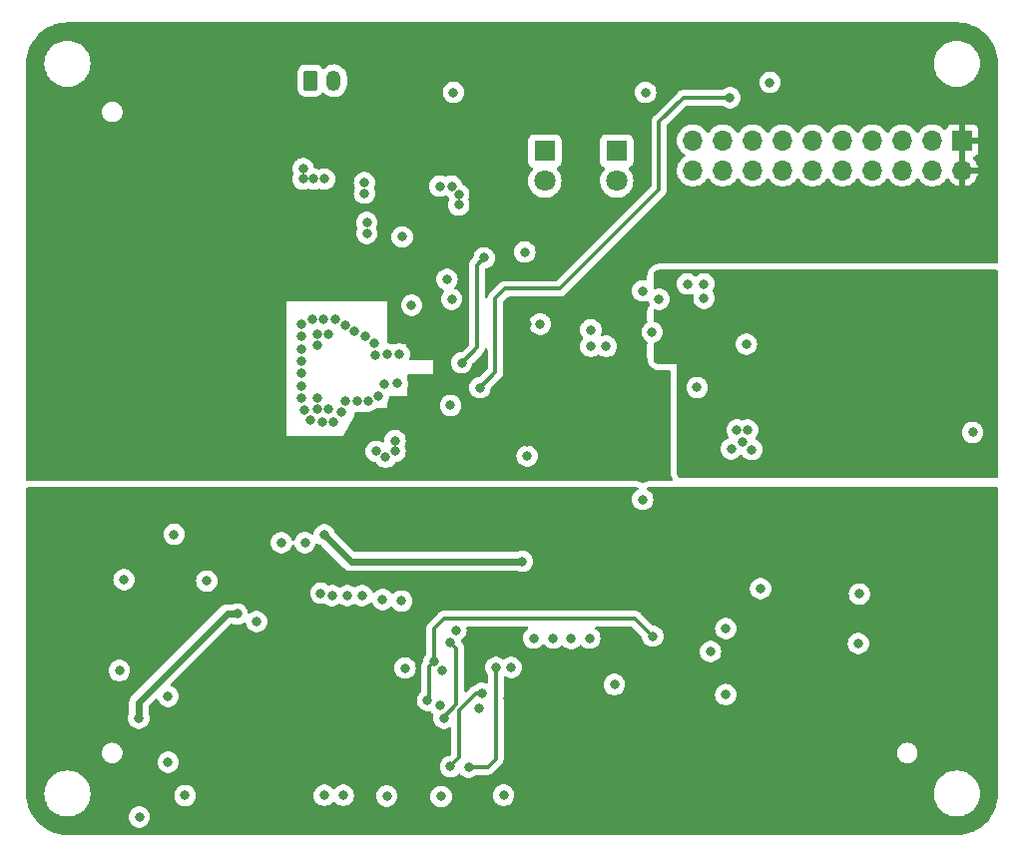
<source format=gbr>
%TF.GenerationSoftware,KiCad,Pcbnew,(7.0.0)*%
%TF.CreationDate,2023-05-21T02:13:25-07:00*%
%TF.ProjectId,epaper_photo_frame,65706170-6572-45f7-9068-6f746f5f6672,rev?*%
%TF.SameCoordinates,Original*%
%TF.FileFunction,Copper,L4,Bot*%
%TF.FilePolarity,Positive*%
%FSLAX46Y46*%
G04 Gerber Fmt 4.6, Leading zero omitted, Abs format (unit mm)*
G04 Created by KiCad (PCBNEW (7.0.0)) date 2023-05-21 02:13:25*
%MOMM*%
%LPD*%
G01*
G04 APERTURE LIST*
G04 Aperture macros list*
%AMRoundRect*
0 Rectangle with rounded corners*
0 $1 Rounding radius*
0 $2 $3 $4 $5 $6 $7 $8 $9 X,Y pos of 4 corners*
0 Add a 4 corners polygon primitive as box body*
4,1,4,$2,$3,$4,$5,$6,$7,$8,$9,$2,$3,0*
0 Add four circle primitives for the rounded corners*
1,1,$1+$1,$2,$3*
1,1,$1+$1,$4,$5*
1,1,$1+$1,$6,$7*
1,1,$1+$1,$8,$9*
0 Add four rect primitives between the rounded corners*
20,1,$1+$1,$2,$3,$4,$5,0*
20,1,$1+$1,$4,$5,$6,$7,0*
20,1,$1+$1,$6,$7,$8,$9,0*
20,1,$1+$1,$8,$9,$2,$3,0*%
G04 Aperture macros list end*
%TA.AperFunction,ComponentPad*%
%ADD10R,1.800000X1.800000*%
%TD*%
%TA.AperFunction,ComponentPad*%
%ADD11C,1.800000*%
%TD*%
%TA.AperFunction,ComponentPad*%
%ADD12R,1.700000X1.700000*%
%TD*%
%TA.AperFunction,ComponentPad*%
%ADD13O,1.700000X1.700000*%
%TD*%
%TA.AperFunction,ComponentPad*%
%ADD14RoundRect,0.250000X-0.350000X-0.625000X0.350000X-0.625000X0.350000X0.625000X-0.350000X0.625000X0*%
%TD*%
%TA.AperFunction,ComponentPad*%
%ADD15O,1.200000X1.750000*%
%TD*%
%TA.AperFunction,ViaPad*%
%ADD16C,0.800000*%
%TD*%
%TA.AperFunction,Conductor*%
%ADD17C,0.600000*%
%TD*%
%TA.AperFunction,Conductor*%
%ADD18C,0.300000*%
%TD*%
G04 APERTURE END LIST*
D10*
%TO.P,D6,1,K*%
%TO.N,/MCU/LED_BUSY_OUT*%
X146299999Y-83124999D03*
D11*
%TO.P,D6,2,A*%
%TO.N,/MCU/LED_BUSY_IN*%
X146300000Y-85665000D03*
%TD*%
D12*
%TO.P,J2,1,VTREF*%
%TO.N,/Debug Connector/MCU_VDD*%
X181724999Y-82224999D03*
D13*
%TO.P,J2,2,VCC/NC*%
X181724999Y-84764999D03*
%TO.P,J2,3,~{TRST}*%
%TO.N,unconnected-(J2-~{TRST}-Pad3)*%
X179184999Y-82224999D03*
%TO.P,J2,4,GND*%
%TO.N,GND*%
X179184999Y-84764999D03*
%TO.P,J2,5,TDI*%
%TO.N,unconnected-(J2-TDI-Pad5)*%
X176644999Y-82224999D03*
%TO.P,J2,6,GND*%
%TO.N,GND*%
X176644999Y-84764999D03*
%TO.P,J2,7,TMS/SWDIO*%
%TO.N,/Debug Connector/SWDIO*%
X174104999Y-82224999D03*
%TO.P,J2,8,GND*%
%TO.N,GND*%
X174104999Y-84764999D03*
%TO.P,J2,9,TCK/SWDCLK*%
%TO.N,/Debug Connector/SWDCLK*%
X171564999Y-82224999D03*
%TO.P,J2,10,GND*%
%TO.N,GND*%
X171564999Y-84764999D03*
%TO.P,J2,11,RTCK*%
%TO.N,unconnected-(J2-RTCK-Pad11)*%
X169024999Y-82224999D03*
%TO.P,J2,12,GND*%
%TO.N,GND*%
X169024999Y-84764999D03*
%TO.P,J2,13,TDO/SWO*%
%TO.N,/Debug Connector/SWO*%
X166484999Y-82224999D03*
%TO.P,J2,14,GND*%
%TO.N,GND*%
X166484999Y-84764999D03*
%TO.P,J2,15,~{SRST}*%
%TO.N,/Debug Connector/NRST*%
X163944999Y-82224999D03*
%TO.P,J2,16,GND*%
%TO.N,GND*%
X163944999Y-84764999D03*
%TO.P,J2,17,DBGRQ/NC*%
%TO.N,unconnected-(J2-DBGRQ{slash}NC-Pad17)*%
X161404999Y-82224999D03*
%TO.P,J2,18,GND*%
%TO.N,GND*%
X161404999Y-84764999D03*
%TO.P,J2,19,DBGACK/NC*%
%TO.N,unconnected-(J2-DBGACK{slash}NC-Pad19)*%
X158864999Y-82224999D03*
%TO.P,J2,20,GND*%
%TO.N,GND*%
X158864999Y-84764999D03*
%TD*%
D10*
%TO.P,D5,1,K*%
%TO.N,/MCU/LED_ERR_OUT*%
X152399999Y-83124999D03*
D11*
%TO.P,D5,2,A*%
%TO.N,/MCU/LED_ERR_IN*%
X152400000Y-85665000D03*
%TD*%
D14*
%TO.P,J3,1,Pin_1*%
%TO.N,GND*%
X126400000Y-77150000D03*
D15*
%TO.P,J3,2,Pin_2*%
%TO.N,/Power Supply/VBAT_IN*%
X128399999Y-77149999D03*
%TD*%
D16*
%TO.N,/Display Adapter/3v3*%
X167450000Y-116400000D03*
X166450000Y-118400000D03*
X166450000Y-116400000D03*
X135350000Y-137950000D03*
X164300000Y-116400000D03*
X165400000Y-116400000D03*
X108900000Y-125212500D03*
X168400000Y-118400000D03*
X117550000Y-127450000D03*
X166450000Y-117400000D03*
X164300000Y-117400000D03*
X114900000Y-112800000D03*
X167450000Y-118400000D03*
X167750000Y-119350000D03*
X168400000Y-116400000D03*
X168400000Y-117400000D03*
X167450000Y-117400000D03*
X165400000Y-118400000D03*
X164300000Y-118400000D03*
X143150000Y-129600000D03*
X165400000Y-117400000D03*
%TO.N,GND*%
X145350000Y-124450000D03*
X131050000Y-98850000D03*
X131200000Y-89200000D03*
X111900000Y-139650000D03*
X127900000Y-105000000D03*
X138300000Y-104700000D03*
X172900000Y-124900000D03*
X127000000Y-98700000D03*
X131000000Y-85800000D03*
X154600000Y-112700000D03*
X125800000Y-85500000D03*
X144800000Y-109000000D03*
X148550000Y-124500000D03*
X127600000Y-137800000D03*
X130800000Y-120850000D03*
X140750000Y-130450000D03*
X128550000Y-97400000D03*
X114850000Y-115650000D03*
X129000000Y-105250000D03*
X135000000Y-96200000D03*
X125650000Y-104100000D03*
X131850000Y-99450000D03*
X138000000Y-94000000D03*
X133950000Y-100350000D03*
X134450000Y-127000000D03*
X132650000Y-102900000D03*
X138550000Y-78150000D03*
X125650000Y-100950000D03*
X126700000Y-85500000D03*
X126450000Y-105950000D03*
X156000000Y-95700000D03*
X150100000Y-124450000D03*
X125800000Y-84600000D03*
X151500000Y-99700000D03*
X138400000Y-95700000D03*
X127300000Y-120650000D03*
X147000000Y-124450000D03*
X130150000Y-98450000D03*
X125900000Y-105100000D03*
X127000000Y-105000000D03*
X131000000Y-86700000D03*
X123950000Y-116350000D03*
X160350000Y-125600000D03*
X161650000Y-123650000D03*
X125650000Y-98850000D03*
X139000000Y-86800000D03*
X137600000Y-127200000D03*
X134150000Y-121300000D03*
X142800000Y-137800000D03*
X117625000Y-119612500D03*
X129400000Y-104350000D03*
X128400000Y-106100000D03*
X125650000Y-103050000D03*
X150200000Y-98300000D03*
X132000000Y-108600000D03*
X163100000Y-107800000D03*
X127000000Y-104100000D03*
X125650000Y-97800000D03*
X163400000Y-99500000D03*
X132550000Y-121200000D03*
X163850000Y-108450000D03*
X127550000Y-97400000D03*
X154850000Y-78150000D03*
X161650000Y-129250000D03*
X131200000Y-90100000D03*
X127400000Y-106100000D03*
X137400000Y-130200000D03*
X154600000Y-95000000D03*
X133600000Y-108600000D03*
X133600000Y-107700000D03*
X163500000Y-106800000D03*
X182600000Y-107000000D03*
X127000000Y-99600000D03*
X132950000Y-100350000D03*
X162600000Y-106800000D03*
X132900000Y-137850000D03*
X164600000Y-120250000D03*
X133800000Y-102850000D03*
X134200000Y-90400000D03*
X130350000Y-104350000D03*
X110200000Y-127212500D03*
X132200000Y-103900000D03*
X110600000Y-119500000D03*
X114337500Y-135000000D03*
X138750000Y-123800000D03*
X138400000Y-86100000D03*
X158400000Y-94400000D03*
X131300000Y-104350000D03*
X115775000Y-137812500D03*
X129200000Y-137800000D03*
X129350000Y-97900000D03*
X125650000Y-102000000D03*
X159800000Y-94400000D03*
X139000000Y-87700000D03*
X128250000Y-120850000D03*
X125950000Y-116350000D03*
X159800000Y-95600000D03*
X121850000Y-123050000D03*
X127600000Y-85500000D03*
X125650000Y-99900000D03*
X145900000Y-97800000D03*
X137500000Y-137900000D03*
X131950000Y-100450000D03*
X150200000Y-99700000D03*
X137400000Y-86100000D03*
X173000000Y-120700000D03*
X162100000Y-108400000D03*
X143450000Y-126950000D03*
X155400000Y-98500000D03*
X127900000Y-98700000D03*
X129550000Y-120850000D03*
X114337500Y-129400000D03*
X152200000Y-128400000D03*
X144600000Y-91687500D03*
X132800000Y-109100000D03*
X159212500Y-103187500D03*
X165400000Y-77300000D03*
X126550000Y-97400000D03*
%TO.N,/Micro SD/3v3*%
X159800000Y-97500000D03*
X163400000Y-101900000D03*
X161800000Y-97900000D03*
X161700000Y-97000000D03*
X159800000Y-98400000D03*
X161700000Y-98900000D03*
X160600000Y-96950000D03*
X158900000Y-105800000D03*
X182600000Y-104800000D03*
X160900000Y-97900000D03*
X160650000Y-98950000D03*
%TO.N,/Debug Connector/MCU_VDD*%
X148700000Y-110100000D03*
X150850000Y-108550000D03*
X142350000Y-88350000D03*
X141650000Y-89400000D03*
X140950000Y-88350000D03*
X136800000Y-95700000D03*
X140950000Y-86150000D03*
X140950000Y-87250000D03*
X142350000Y-87250000D03*
X138000000Y-91800000D03*
X149600000Y-108550000D03*
X142350000Y-86150000D03*
X144800000Y-107800000D03*
X144800000Y-97800000D03*
X153050000Y-108550000D03*
X153900000Y-109150000D03*
X154000000Y-110350000D03*
X134000000Y-94000000D03*
X130700000Y-107700000D03*
X129800000Y-107700000D03*
X151600000Y-96000000D03*
X151950000Y-108550000D03*
X148700000Y-109050000D03*
X133800000Y-98200000D03*
%TO.N,/Display Adapter/3v3_HPF*%
X111850000Y-131250000D03*
X120200000Y-122400000D03*
%TO.N,/Display Adapter/EPD_RST*%
X136900000Y-126450000D03*
X136350000Y-129750000D03*
X155450000Y-124300000D03*
%TO.N,/Display Adapter/EPD_BUSY*%
X138250000Y-124800000D03*
X137750000Y-131250000D03*
%TO.N,/Display Adapter/EPD_DC*%
X138300000Y-135350000D03*
X140950000Y-129150000D03*
%TO.N,/Display Adapter/EPD_CS*%
X142150000Y-126950000D03*
X139850000Y-135400000D03*
%TO.N,/Display Adapter/VGH*%
X127600000Y-115700000D03*
X144400000Y-117950000D03*
%TO.N,/MCU/BOOT0*%
X141150000Y-92187500D03*
X139250000Y-101100000D03*
%TO.N,/Debug Connector/NRST*%
X162000000Y-78600000D03*
X140800000Y-103200000D03*
%TD*%
D17*
%TO.N,/Display Adapter/3v3_HPF*%
X119350000Y-122400000D02*
X120200000Y-122400000D01*
X111850000Y-129900000D02*
X119350000Y-122400000D01*
X111850000Y-131250000D02*
X111850000Y-129900000D01*
D18*
%TO.N,/Display Adapter/EPD_RST*%
X136450000Y-126900000D02*
X136450000Y-129650000D01*
X153950000Y-122800000D02*
X155450000Y-124300000D01*
X136900000Y-126450000D02*
X136450000Y-126900000D01*
X136900000Y-126450000D02*
X136900000Y-123650000D01*
X136450000Y-129650000D02*
X136350000Y-129750000D01*
X137750000Y-122800000D02*
X153950000Y-122800000D01*
X136900000Y-123650000D02*
X137750000Y-122800000D01*
%TO.N,/Display Adapter/EPD_BUSY*%
X138800000Y-125350000D02*
X138800000Y-130092893D01*
X138250000Y-124800000D02*
X138800000Y-125350000D01*
X137750000Y-131142893D02*
X137750000Y-131250000D01*
X138800000Y-130092893D02*
X137750000Y-131142893D01*
%TO.N,/Display Adapter/EPD_DC*%
X139050000Y-130550000D02*
X139050000Y-134600000D01*
X140450000Y-129150000D02*
X139050000Y-130550000D01*
X140950000Y-129150000D02*
X140450000Y-129150000D01*
X139050000Y-134600000D02*
X138300000Y-135350000D01*
%TO.N,/Display Adapter/EPD_CS*%
X142150000Y-126950000D02*
X142150000Y-134700000D01*
X142150000Y-134700000D02*
X141450000Y-135400000D01*
X141450000Y-135400000D02*
X139850000Y-135400000D01*
D17*
%TO.N,/Display Adapter/VGH*%
X129850000Y-117950000D02*
X144400000Y-117950000D01*
X127600000Y-115700000D02*
X129850000Y-117950000D01*
D18*
%TO.N,/MCU/BOOT0*%
X140550000Y-99800000D02*
X139250000Y-101100000D01*
X141150000Y-92187500D02*
X140550000Y-92787500D01*
X140550000Y-92787500D02*
X140550000Y-99800000D01*
%TO.N,/Debug Connector/NRST*%
X142100000Y-101900000D02*
X142100000Y-95650000D01*
X156000000Y-86400000D02*
X156000000Y-80650000D01*
X147600000Y-94800000D02*
X156000000Y-86400000D01*
X142950000Y-94800000D02*
X147600000Y-94800000D01*
X156000000Y-80650000D02*
X158050000Y-78600000D01*
X158050000Y-78600000D02*
X162000000Y-78600000D01*
X140800000Y-103200000D02*
X142100000Y-101900000D01*
X142100000Y-95650000D02*
X142950000Y-94800000D01*
%TD*%
%TA.AperFunction,Conductor*%
%TO.N,/Display Adapter/3v3*%
G36*
X154197193Y-111668224D02*
G01*
X154243584Y-111717625D01*
X154257673Y-111783911D01*
X154235387Y-111847910D01*
X154183171Y-111891107D01*
X154149278Y-111906197D01*
X154149275Y-111906198D01*
X154143248Y-111908882D01*
X154137907Y-111912762D01*
X154137906Y-111912763D01*
X153994091Y-112017250D01*
X153994083Y-112017256D01*
X153988747Y-112021134D01*
X153984330Y-112026039D01*
X153984325Y-112026044D01*
X153865379Y-112158148D01*
X153860960Y-112163056D01*
X153857661Y-112168769D01*
X153857658Y-112168774D01*
X153768777Y-112322721D01*
X153765473Y-112328444D01*
X153763434Y-112334718D01*
X153763430Y-112334728D01*
X153708497Y-112503794D01*
X153708495Y-112503801D01*
X153706458Y-112510072D01*
X153686496Y-112700000D01*
X153706458Y-112889928D01*
X153708495Y-112896200D01*
X153708497Y-112896205D01*
X153763430Y-113065271D01*
X153763433Y-113065278D01*
X153765473Y-113071556D01*
X153860960Y-113236944D01*
X153988747Y-113378866D01*
X154143248Y-113491118D01*
X154317712Y-113568794D01*
X154504513Y-113608500D01*
X154688884Y-113608500D01*
X154695487Y-113608500D01*
X154882288Y-113568794D01*
X155056752Y-113491118D01*
X155211253Y-113378866D01*
X155339040Y-113236944D01*
X155434527Y-113071556D01*
X155493542Y-112889928D01*
X155513504Y-112700000D01*
X155493542Y-112510072D01*
X155434527Y-112328444D01*
X155339040Y-112163056D01*
X155211253Y-112021134D01*
X155205911Y-112017253D01*
X155205908Y-112017250D01*
X155128057Y-111960688D01*
X155056752Y-111908882D01*
X155016829Y-111891107D01*
X154964613Y-111847910D01*
X154942327Y-111783911D01*
X154956416Y-111717625D01*
X155002807Y-111668224D01*
X155068078Y-111650000D01*
X184623500Y-111650000D01*
X184686500Y-111666881D01*
X184732619Y-111713000D01*
X184749500Y-111776000D01*
X184749500Y-137646902D01*
X184749348Y-137653085D01*
X184732952Y-137986829D01*
X184731740Y-137999134D01*
X184683166Y-138326594D01*
X184680754Y-138338722D01*
X184600315Y-138659851D01*
X184596726Y-138671683D01*
X184562940Y-138766108D01*
X184490971Y-138967250D01*
X184485205Y-138983364D01*
X184480473Y-138994788D01*
X184338928Y-139294058D01*
X184333099Y-139304963D01*
X184162908Y-139588911D01*
X184156038Y-139599192D01*
X183958837Y-139865086D01*
X183950993Y-139874644D01*
X183728677Y-140119933D01*
X183719933Y-140128677D01*
X183474644Y-140350993D01*
X183465086Y-140358837D01*
X183199192Y-140556038D01*
X183188911Y-140562908D01*
X182904963Y-140733099D01*
X182894058Y-140738928D01*
X182594788Y-140880473D01*
X182583372Y-140885201D01*
X182383468Y-140956728D01*
X182271683Y-140996726D01*
X182259851Y-141000315D01*
X181938722Y-141080754D01*
X181926594Y-141083166D01*
X181599134Y-141131740D01*
X181586829Y-141132952D01*
X181253094Y-141149348D01*
X181246911Y-141149500D01*
X105803089Y-141149500D01*
X105796906Y-141149348D01*
X105463170Y-141132952D01*
X105450865Y-141131740D01*
X105123405Y-141083166D01*
X105111277Y-141080754D01*
X104790148Y-141000315D01*
X104778316Y-140996726D01*
X104466620Y-140885198D01*
X104455211Y-140880473D01*
X104155941Y-140738928D01*
X104145036Y-140733099D01*
X103861088Y-140562908D01*
X103850807Y-140556038D01*
X103584913Y-140358837D01*
X103575355Y-140350993D01*
X103388044Y-140181225D01*
X103330060Y-140128671D01*
X103321328Y-140119939D01*
X103099006Y-139874644D01*
X103091162Y-139865086D01*
X102931643Y-139650000D01*
X110986496Y-139650000D01*
X111006458Y-139839928D01*
X111008495Y-139846200D01*
X111008497Y-139846205D01*
X111063430Y-140015271D01*
X111063433Y-140015278D01*
X111065473Y-140021556D01*
X111160960Y-140186944D01*
X111288747Y-140328866D01*
X111443248Y-140441118D01*
X111617712Y-140518794D01*
X111804513Y-140558500D01*
X111988884Y-140558500D01*
X111995487Y-140558500D01*
X112182288Y-140518794D01*
X112356752Y-140441118D01*
X112511253Y-140328866D01*
X112639040Y-140186944D01*
X112734527Y-140021556D01*
X112793542Y-139839928D01*
X112813504Y-139650000D01*
X112793542Y-139460072D01*
X112739925Y-139295056D01*
X112736569Y-139284728D01*
X112736568Y-139284726D01*
X112734527Y-139278444D01*
X112639040Y-139113056D01*
X112511253Y-138971134D01*
X112505911Y-138967253D01*
X112505908Y-138967250D01*
X112428057Y-138910688D01*
X112356752Y-138858882D01*
X112182288Y-138781206D01*
X112175835Y-138779834D01*
X112175831Y-138779833D01*
X112001943Y-138742872D01*
X112001940Y-138742871D01*
X111995487Y-138741500D01*
X111804513Y-138741500D01*
X111798060Y-138742871D01*
X111798056Y-138742872D01*
X111624168Y-138779833D01*
X111624161Y-138779835D01*
X111617712Y-138781206D01*
X111611682Y-138783890D01*
X111611681Y-138783891D01*
X111449278Y-138856197D01*
X111449275Y-138856198D01*
X111443248Y-138858882D01*
X111437907Y-138862762D01*
X111437906Y-138862763D01*
X111294091Y-138967250D01*
X111294083Y-138967256D01*
X111288747Y-138971134D01*
X111284330Y-138976039D01*
X111284325Y-138976044D01*
X111165379Y-139108148D01*
X111160960Y-139113056D01*
X111157661Y-139118769D01*
X111157658Y-139118774D01*
X111068777Y-139272721D01*
X111065473Y-139278444D01*
X111063434Y-139284718D01*
X111063430Y-139284728D01*
X111008497Y-139453794D01*
X111008495Y-139453801D01*
X111006458Y-139460072D01*
X111005768Y-139466633D01*
X111005768Y-139466635D01*
X110991699Y-139600500D01*
X110986496Y-139650000D01*
X102931643Y-139650000D01*
X102893961Y-139599192D01*
X102887091Y-139588911D01*
X102884518Y-139584619D01*
X102716900Y-139304963D01*
X102711071Y-139294058D01*
X102633738Y-139130552D01*
X102569522Y-138994780D01*
X102564804Y-138983390D01*
X102453268Y-138671669D01*
X102449684Y-138659851D01*
X102428168Y-138573955D01*
X102369242Y-138338709D01*
X102366833Y-138326594D01*
X102351252Y-138221556D01*
X102318258Y-137999128D01*
X102317047Y-137986828D01*
X102300652Y-137653084D01*
X102300576Y-137650000D01*
X103844518Y-137650000D01*
X103844839Y-137654488D01*
X103864100Y-137923802D01*
X103864101Y-137923812D01*
X103864422Y-137928294D01*
X103865379Y-137932697D01*
X103865380Y-137932698D01*
X103921304Y-138189778D01*
X103923729Y-138200923D01*
X103925303Y-138205143D01*
X104019657Y-138458119D01*
X104019661Y-138458128D01*
X104021231Y-138462337D01*
X104023386Y-138466284D01*
X104023389Y-138466290D01*
X104099842Y-138606302D01*
X104154944Y-138707213D01*
X104157640Y-138710815D01*
X104157643Y-138710819D01*
X104271387Y-138862763D01*
X104322145Y-138930568D01*
X104519432Y-139127855D01*
X104742787Y-139295056D01*
X104987663Y-139428769D01*
X105249077Y-139526271D01*
X105521706Y-139585578D01*
X105730343Y-139600500D01*
X105867400Y-139600500D01*
X105869657Y-139600500D01*
X106078294Y-139585578D01*
X106350923Y-139526271D01*
X106612337Y-139428769D01*
X106857213Y-139295056D01*
X107080568Y-139127855D01*
X107277855Y-138930568D01*
X107445056Y-138707213D01*
X107578769Y-138462337D01*
X107676271Y-138200923D01*
X107735578Y-137928294D01*
X107743860Y-137812500D01*
X114861496Y-137812500D01*
X114862186Y-137819065D01*
X114871382Y-137906565D01*
X114881458Y-138002428D01*
X114883495Y-138008700D01*
X114883497Y-138008705D01*
X114938430Y-138177771D01*
X114938433Y-138177778D01*
X114940473Y-138184056D01*
X114967783Y-138231358D01*
X115022767Y-138326594D01*
X115035960Y-138349444D01*
X115163747Y-138491366D01*
X115318248Y-138603618D01*
X115492712Y-138681294D01*
X115679513Y-138721000D01*
X115863884Y-138721000D01*
X115870487Y-138721000D01*
X116057288Y-138681294D01*
X116231752Y-138603618D01*
X116386253Y-138491366D01*
X116514040Y-138349444D01*
X116609527Y-138184056D01*
X116668542Y-138002428D01*
X116688504Y-137812500D01*
X116687190Y-137800000D01*
X126686496Y-137800000D01*
X126706458Y-137989928D01*
X126708495Y-137996200D01*
X126708497Y-137996205D01*
X126763430Y-138165271D01*
X126763433Y-138165278D01*
X126765473Y-138171556D01*
X126860960Y-138336944D01*
X126945851Y-138431225D01*
X126977423Y-138466290D01*
X126988747Y-138478866D01*
X126994089Y-138482747D01*
X126994091Y-138482749D01*
X127011296Y-138495249D01*
X127143248Y-138591118D01*
X127317712Y-138668794D01*
X127504513Y-138708500D01*
X127688884Y-138708500D01*
X127695487Y-138708500D01*
X127882288Y-138668794D01*
X128056752Y-138591118D01*
X128211253Y-138478866D01*
X128306367Y-138373230D01*
X128365268Y-138336425D01*
X128434729Y-138336425D01*
X128493634Y-138373232D01*
X128588747Y-138478866D01*
X128594089Y-138482747D01*
X128594091Y-138482749D01*
X128611296Y-138495249D01*
X128743248Y-138591118D01*
X128917712Y-138668794D01*
X129104513Y-138708500D01*
X129288884Y-138708500D01*
X129295487Y-138708500D01*
X129482288Y-138668794D01*
X129656752Y-138591118D01*
X129811253Y-138478866D01*
X129939040Y-138336944D01*
X130034527Y-138171556D01*
X130093542Y-137989928D01*
X130108249Y-137850000D01*
X131986496Y-137850000D01*
X131987186Y-137856565D01*
X132001862Y-137996205D01*
X132006458Y-138039928D01*
X132008495Y-138046200D01*
X132008497Y-138046205D01*
X132063430Y-138215271D01*
X132063433Y-138215278D01*
X132065473Y-138221556D01*
X132090712Y-138265271D01*
X132153044Y-138373234D01*
X132160960Y-138386944D01*
X132288747Y-138528866D01*
X132443248Y-138641118D01*
X132617712Y-138718794D01*
X132804513Y-138758500D01*
X132988884Y-138758500D01*
X132995487Y-138758500D01*
X133182288Y-138718794D01*
X133356752Y-138641118D01*
X133511253Y-138528866D01*
X133639040Y-138386944D01*
X133734527Y-138221556D01*
X133793542Y-138039928D01*
X133808249Y-137900000D01*
X136586496Y-137900000D01*
X136587186Y-137906565D01*
X136601862Y-138046205D01*
X136606458Y-138089928D01*
X136608495Y-138096200D01*
X136608497Y-138096205D01*
X136663430Y-138265271D01*
X136663433Y-138265278D01*
X136665473Y-138271556D01*
X136760960Y-138436944D01*
X136888747Y-138578866D01*
X136894089Y-138582747D01*
X136894091Y-138582749D01*
X136917472Y-138599736D01*
X137043248Y-138691118D01*
X137217712Y-138768794D01*
X137404513Y-138808500D01*
X137588884Y-138808500D01*
X137595487Y-138808500D01*
X137782288Y-138768794D01*
X137956752Y-138691118D01*
X138111253Y-138578866D01*
X138239040Y-138436944D01*
X138334527Y-138271556D01*
X138393542Y-138089928D01*
X138413504Y-137900000D01*
X138402994Y-137800000D01*
X141886496Y-137800000D01*
X141906458Y-137989928D01*
X141908495Y-137996200D01*
X141908497Y-137996205D01*
X141963430Y-138165271D01*
X141963433Y-138165278D01*
X141965473Y-138171556D01*
X142060960Y-138336944D01*
X142145851Y-138431225D01*
X142177423Y-138466290D01*
X142188747Y-138478866D01*
X142194089Y-138482747D01*
X142194091Y-138482749D01*
X142211296Y-138495249D01*
X142343248Y-138591118D01*
X142517712Y-138668794D01*
X142704513Y-138708500D01*
X142888884Y-138708500D01*
X142895487Y-138708500D01*
X143082288Y-138668794D01*
X143256752Y-138591118D01*
X143411253Y-138478866D01*
X143539040Y-138336944D01*
X143634527Y-138171556D01*
X143693542Y-137989928D01*
X143713504Y-137800000D01*
X143697739Y-137650000D01*
X179294518Y-137650000D01*
X179294839Y-137654488D01*
X179314100Y-137923802D01*
X179314101Y-137923812D01*
X179314422Y-137928294D01*
X179315379Y-137932697D01*
X179315380Y-137932698D01*
X179371304Y-138189778D01*
X179373729Y-138200923D01*
X179375303Y-138205143D01*
X179469657Y-138458119D01*
X179469661Y-138458128D01*
X179471231Y-138462337D01*
X179473386Y-138466284D01*
X179473389Y-138466290D01*
X179549842Y-138606302D01*
X179604944Y-138707213D01*
X179607640Y-138710815D01*
X179607643Y-138710819D01*
X179721387Y-138862763D01*
X179772145Y-138930568D01*
X179969432Y-139127855D01*
X180192787Y-139295056D01*
X180437663Y-139428769D01*
X180699077Y-139526271D01*
X180971706Y-139585578D01*
X181180343Y-139600500D01*
X181317400Y-139600500D01*
X181319657Y-139600500D01*
X181528294Y-139585578D01*
X181800923Y-139526271D01*
X182062337Y-139428769D01*
X182307213Y-139295056D01*
X182530568Y-139127855D01*
X182727855Y-138930568D01*
X182895056Y-138707213D01*
X183028769Y-138462337D01*
X183126271Y-138200923D01*
X183185578Y-137928294D01*
X183205482Y-137650000D01*
X183185578Y-137371706D01*
X183126271Y-137099077D01*
X183028769Y-136837663D01*
X182895056Y-136592787D01*
X182727855Y-136369432D01*
X182530568Y-136172145D01*
X182411149Y-136082749D01*
X182310819Y-136007643D01*
X182310815Y-136007640D01*
X182307213Y-136004944D01*
X182182681Y-135936944D01*
X182066290Y-135873389D01*
X182066284Y-135873386D01*
X182062337Y-135871231D01*
X182058128Y-135869661D01*
X182058119Y-135869657D01*
X181805143Y-135775303D01*
X181800923Y-135773729D01*
X181796520Y-135772771D01*
X181796516Y-135772770D01*
X181532698Y-135715380D01*
X181532697Y-135715379D01*
X181528294Y-135714422D01*
X181523812Y-135714101D01*
X181523802Y-135714100D01*
X181321907Y-135699660D01*
X181321881Y-135699659D01*
X181319657Y-135699500D01*
X181180343Y-135699500D01*
X181178119Y-135699659D01*
X181178092Y-135699660D01*
X180976197Y-135714100D01*
X180976185Y-135714101D01*
X180971706Y-135714422D01*
X180967304Y-135715379D01*
X180967301Y-135715380D01*
X180703483Y-135772770D01*
X180703476Y-135772772D01*
X180699077Y-135773729D01*
X180694860Y-135775301D01*
X180694856Y-135775303D01*
X180441880Y-135869657D01*
X180441866Y-135869663D01*
X180437663Y-135871231D01*
X180433720Y-135873383D01*
X180433709Y-135873389D01*
X180196740Y-136002785D01*
X180196734Y-136002788D01*
X180192787Y-136004944D01*
X180189190Y-136007635D01*
X180189180Y-136007643D01*
X179973035Y-136169447D01*
X179973027Y-136169453D01*
X179969432Y-136172145D01*
X179966253Y-136175323D01*
X179966246Y-136175330D01*
X179775330Y-136366246D01*
X179775323Y-136366253D01*
X179772145Y-136369432D01*
X179769453Y-136373027D01*
X179769447Y-136373035D01*
X179607643Y-136589180D01*
X179607635Y-136589190D01*
X179604944Y-136592787D01*
X179602788Y-136596734D01*
X179602785Y-136596740D01*
X179473389Y-136833709D01*
X179473383Y-136833720D01*
X179471231Y-136837663D01*
X179469663Y-136841866D01*
X179469657Y-136841880D01*
X179387273Y-137062763D01*
X179373729Y-137099077D01*
X179372772Y-137103476D01*
X179372770Y-137103483D01*
X179315380Y-137367301D01*
X179314422Y-137371706D01*
X179314101Y-137376185D01*
X179314100Y-137376197D01*
X179306338Y-137484728D01*
X179294518Y-137650000D01*
X143697739Y-137650000D01*
X143693542Y-137610072D01*
X143648914Y-137472721D01*
X143636569Y-137434728D01*
X143636568Y-137434726D01*
X143634527Y-137428444D01*
X143539040Y-137263056D01*
X143411253Y-137121134D01*
X143405911Y-137117253D01*
X143405908Y-137117250D01*
X143321875Y-137056197D01*
X143256752Y-137008882D01*
X143082288Y-136931206D01*
X143075835Y-136929834D01*
X143075831Y-136929833D01*
X142901943Y-136892872D01*
X142901940Y-136892871D01*
X142895487Y-136891500D01*
X142704513Y-136891500D01*
X142698060Y-136892871D01*
X142698056Y-136892872D01*
X142524168Y-136929833D01*
X142524161Y-136929835D01*
X142517712Y-136931206D01*
X142511682Y-136933890D01*
X142511681Y-136933891D01*
X142349278Y-137006197D01*
X142349275Y-137006198D01*
X142343248Y-137008882D01*
X142337907Y-137012762D01*
X142337906Y-137012763D01*
X142194091Y-137117250D01*
X142194083Y-137117256D01*
X142188747Y-137121134D01*
X142184330Y-137126039D01*
X142184325Y-137126044D01*
X142065379Y-137258148D01*
X142060960Y-137263056D01*
X142057661Y-137268769D01*
X142057658Y-137268774D01*
X141995638Y-137376197D01*
X141965473Y-137428444D01*
X141963434Y-137434718D01*
X141963430Y-137434728D01*
X141908497Y-137603794D01*
X141908495Y-137603801D01*
X141906458Y-137610072D01*
X141905768Y-137616633D01*
X141905768Y-137616635D01*
X141895948Y-137710072D01*
X141886496Y-137800000D01*
X138402994Y-137800000D01*
X138393542Y-137710072D01*
X138334527Y-137528444D01*
X138239040Y-137363056D01*
X138111253Y-137221134D01*
X138105911Y-137217253D01*
X138105908Y-137217250D01*
X137980373Y-137126044D01*
X137956752Y-137108882D01*
X137782288Y-137031206D01*
X137775835Y-137029834D01*
X137775831Y-137029833D01*
X137601943Y-136992872D01*
X137601940Y-136992871D01*
X137595487Y-136991500D01*
X137404513Y-136991500D01*
X137398060Y-136992871D01*
X137398056Y-136992872D01*
X137224168Y-137029833D01*
X137224161Y-137029835D01*
X137217712Y-137031206D01*
X137211682Y-137033890D01*
X137211681Y-137033891D01*
X137049278Y-137106197D01*
X137049275Y-137106198D01*
X137043248Y-137108882D01*
X137037907Y-137112762D01*
X137037906Y-137112763D01*
X136894091Y-137217250D01*
X136894083Y-137217256D01*
X136888747Y-137221134D01*
X136884330Y-137226039D01*
X136884325Y-137226044D01*
X136765379Y-137358148D01*
X136760960Y-137363056D01*
X136757661Y-137368769D01*
X136757658Y-137368774D01*
X136690712Y-137484728D01*
X136665473Y-137528444D01*
X136663434Y-137534718D01*
X136663430Y-137534728D01*
X136608497Y-137703794D01*
X136608495Y-137703801D01*
X136606458Y-137710072D01*
X136605768Y-137716633D01*
X136605768Y-137716635D01*
X136592441Y-137843435D01*
X136586496Y-137900000D01*
X133808249Y-137900000D01*
X133813504Y-137850000D01*
X133793542Y-137660072D01*
X133734527Y-137478444D01*
X133639040Y-137313056D01*
X133511253Y-137171134D01*
X133505911Y-137167253D01*
X133505908Y-137167250D01*
X133406266Y-137094856D01*
X133356752Y-137058882D01*
X133182288Y-136981206D01*
X133175835Y-136979834D01*
X133175831Y-136979833D01*
X133001943Y-136942872D01*
X133001940Y-136942871D01*
X132995487Y-136941500D01*
X132804513Y-136941500D01*
X132798060Y-136942871D01*
X132798056Y-136942872D01*
X132624168Y-136979833D01*
X132624161Y-136979835D01*
X132617712Y-136981206D01*
X132611682Y-136983890D01*
X132611681Y-136983891D01*
X132449278Y-137056197D01*
X132449275Y-137056198D01*
X132443248Y-137058882D01*
X132437907Y-137062762D01*
X132437906Y-137062763D01*
X132294091Y-137167250D01*
X132294083Y-137167256D01*
X132288747Y-137171134D01*
X132284330Y-137176039D01*
X132284325Y-137176044D01*
X132165379Y-137308148D01*
X132160960Y-137313056D01*
X132157661Y-137318769D01*
X132157658Y-137318774D01*
X132068777Y-137472721D01*
X132065473Y-137478444D01*
X132063434Y-137484718D01*
X132063430Y-137484728D01*
X132008497Y-137653794D01*
X132008495Y-137653801D01*
X132006458Y-137660072D01*
X131986496Y-137850000D01*
X130108249Y-137850000D01*
X130113504Y-137800000D01*
X130093542Y-137610072D01*
X130048914Y-137472721D01*
X130036569Y-137434728D01*
X130036568Y-137434726D01*
X130034527Y-137428444D01*
X129939040Y-137263056D01*
X129811253Y-137121134D01*
X129805911Y-137117253D01*
X129805908Y-137117250D01*
X129721875Y-137056197D01*
X129656752Y-137008882D01*
X129482288Y-136931206D01*
X129475835Y-136929834D01*
X129475831Y-136929833D01*
X129301943Y-136892872D01*
X129301940Y-136892871D01*
X129295487Y-136891500D01*
X129104513Y-136891500D01*
X129098060Y-136892871D01*
X129098056Y-136892872D01*
X128924168Y-136929833D01*
X128924161Y-136929835D01*
X128917712Y-136931206D01*
X128911682Y-136933890D01*
X128911681Y-136933891D01*
X128749278Y-137006197D01*
X128749275Y-137006198D01*
X128743248Y-137008882D01*
X128737907Y-137012762D01*
X128737906Y-137012763D01*
X128594091Y-137117250D01*
X128594083Y-137117256D01*
X128588747Y-137121134D01*
X128584332Y-137126037D01*
X128584329Y-137126040D01*
X128493635Y-137226766D01*
X128434729Y-137263574D01*
X128365268Y-137263574D01*
X128306364Y-137226766D01*
X128211253Y-137121134D01*
X128205911Y-137117253D01*
X128205908Y-137117250D01*
X128121875Y-137056197D01*
X128056752Y-137008882D01*
X127882288Y-136931206D01*
X127875835Y-136929834D01*
X127875831Y-136929833D01*
X127701943Y-136892872D01*
X127701940Y-136892871D01*
X127695487Y-136891500D01*
X127504513Y-136891500D01*
X127498060Y-136892871D01*
X127498056Y-136892872D01*
X127324168Y-136929833D01*
X127324161Y-136929835D01*
X127317712Y-136931206D01*
X127311682Y-136933890D01*
X127311681Y-136933891D01*
X127149278Y-137006197D01*
X127149275Y-137006198D01*
X127143248Y-137008882D01*
X127137907Y-137012762D01*
X127137906Y-137012763D01*
X126994091Y-137117250D01*
X126994083Y-137117256D01*
X126988747Y-137121134D01*
X126984330Y-137126039D01*
X126984325Y-137126044D01*
X126865379Y-137258148D01*
X126860960Y-137263056D01*
X126857661Y-137268769D01*
X126857658Y-137268774D01*
X126795638Y-137376197D01*
X126765473Y-137428444D01*
X126763434Y-137434718D01*
X126763430Y-137434728D01*
X126708497Y-137603794D01*
X126708495Y-137603801D01*
X126706458Y-137610072D01*
X126705768Y-137616633D01*
X126705768Y-137616635D01*
X126695948Y-137710072D01*
X126686496Y-137800000D01*
X116687190Y-137800000D01*
X116668542Y-137622572D01*
X116636098Y-137522721D01*
X116611569Y-137447228D01*
X116611568Y-137447226D01*
X116609527Y-137440944D01*
X116514040Y-137275556D01*
X116386253Y-137133634D01*
X116380911Y-137129753D01*
X116380908Y-137129750D01*
X116283366Y-137058882D01*
X116231752Y-137021382D01*
X116057288Y-136943706D01*
X116050835Y-136942334D01*
X116050831Y-136942333D01*
X115876943Y-136905372D01*
X115876940Y-136905371D01*
X115870487Y-136904000D01*
X115679513Y-136904000D01*
X115673060Y-136905371D01*
X115673056Y-136905372D01*
X115499168Y-136942333D01*
X115499161Y-136942335D01*
X115492712Y-136943706D01*
X115486682Y-136946390D01*
X115486681Y-136946391D01*
X115324278Y-137018697D01*
X115324275Y-137018698D01*
X115318248Y-137021382D01*
X115312907Y-137025262D01*
X115312906Y-137025263D01*
X115169091Y-137129750D01*
X115169083Y-137129756D01*
X115163747Y-137133634D01*
X115159330Y-137138539D01*
X115159325Y-137138544D01*
X115040379Y-137270648D01*
X115035960Y-137275556D01*
X115032661Y-137281269D01*
X115032658Y-137281274D01*
X114950994Y-137422721D01*
X114940473Y-137440944D01*
X114938434Y-137447218D01*
X114938430Y-137447228D01*
X114883497Y-137616294D01*
X114883495Y-137616301D01*
X114881458Y-137622572D01*
X114880768Y-137629133D01*
X114880768Y-137629135D01*
X114876827Y-137666635D01*
X114861496Y-137812500D01*
X107743860Y-137812500D01*
X107755482Y-137650000D01*
X107735578Y-137371706D01*
X107676271Y-137099077D01*
X107578769Y-136837663D01*
X107445056Y-136592787D01*
X107277855Y-136369432D01*
X107080568Y-136172145D01*
X106961149Y-136082749D01*
X106860819Y-136007643D01*
X106860815Y-136007640D01*
X106857213Y-136004944D01*
X106732681Y-135936944D01*
X106616290Y-135873389D01*
X106616284Y-135873386D01*
X106612337Y-135871231D01*
X106608128Y-135869661D01*
X106608119Y-135869657D01*
X106355143Y-135775303D01*
X106350923Y-135773729D01*
X106346520Y-135772771D01*
X106346516Y-135772770D01*
X106082698Y-135715380D01*
X106082697Y-135715379D01*
X106078294Y-135714422D01*
X106073812Y-135714101D01*
X106073802Y-135714100D01*
X105871907Y-135699660D01*
X105871881Y-135699659D01*
X105869657Y-135699500D01*
X105730343Y-135699500D01*
X105728119Y-135699659D01*
X105728092Y-135699660D01*
X105526197Y-135714100D01*
X105526185Y-135714101D01*
X105521706Y-135714422D01*
X105517304Y-135715379D01*
X105517301Y-135715380D01*
X105253483Y-135772770D01*
X105253476Y-135772772D01*
X105249077Y-135773729D01*
X105244860Y-135775301D01*
X105244856Y-135775303D01*
X104991880Y-135869657D01*
X104991866Y-135869663D01*
X104987663Y-135871231D01*
X104983720Y-135873383D01*
X104983709Y-135873389D01*
X104746740Y-136002785D01*
X104746734Y-136002788D01*
X104742787Y-136004944D01*
X104739190Y-136007635D01*
X104739180Y-136007643D01*
X104523035Y-136169447D01*
X104523027Y-136169453D01*
X104519432Y-136172145D01*
X104516253Y-136175323D01*
X104516246Y-136175330D01*
X104325330Y-136366246D01*
X104325323Y-136366253D01*
X104322145Y-136369432D01*
X104319453Y-136373027D01*
X104319447Y-136373035D01*
X104157643Y-136589180D01*
X104157635Y-136589190D01*
X104154944Y-136592787D01*
X104152788Y-136596734D01*
X104152785Y-136596740D01*
X104023389Y-136833709D01*
X104023383Y-136833720D01*
X104021231Y-136837663D01*
X104019663Y-136841866D01*
X104019657Y-136841880D01*
X103937273Y-137062763D01*
X103923729Y-137099077D01*
X103922772Y-137103476D01*
X103922770Y-137103483D01*
X103865380Y-137367301D01*
X103864422Y-137371706D01*
X103864101Y-137376185D01*
X103864100Y-137376197D01*
X103856338Y-137484728D01*
X103844518Y-137650000D01*
X102300576Y-137650000D01*
X102300500Y-137646902D01*
X102300500Y-134183531D01*
X108718739Y-134183531D01*
X108720262Y-134195101D01*
X108720262Y-134195107D01*
X108723926Y-134222934D01*
X108724821Y-134232589D01*
X108726963Y-134272280D01*
X108731177Y-134281630D01*
X108732785Y-134290228D01*
X108742695Y-134365496D01*
X108743739Y-134379033D01*
X108744505Y-134412178D01*
X108748972Y-134422962D01*
X108748973Y-134422967D01*
X108759711Y-134448891D01*
X108763073Y-134457982D01*
X108771793Y-134484679D01*
X108771796Y-134484685D01*
X108775419Y-134495776D01*
X108781910Y-134503717D01*
X108785689Y-134511608D01*
X108811499Y-134573921D01*
X108814738Y-134581739D01*
X108819249Y-134594541D01*
X108822662Y-134606197D01*
X108828570Y-134626367D01*
X108835678Y-134635630D01*
X108835679Y-134635632D01*
X108852763Y-134657896D01*
X108858366Y-134665811D01*
X108873690Y-134689329D01*
X108873693Y-134689332D01*
X108880067Y-134699114D01*
X108888394Y-134705105D01*
X108894081Y-134711743D01*
X108940305Y-134771984D01*
X108947968Y-134783171D01*
X108959139Y-134801528D01*
X108959140Y-134801530D01*
X108965209Y-134811501D01*
X108974470Y-134818607D01*
X108974471Y-134818608D01*
X108996745Y-134835699D01*
X109004205Y-134841894D01*
X109033778Y-134868440D01*
X109043375Y-134872073D01*
X109050580Y-134877008D01*
X109070707Y-134892452D01*
X109110811Y-134923225D01*
X109121111Y-134932049D01*
X109145107Y-134954961D01*
X109155894Y-134959429D01*
X109181849Y-134970180D01*
X109190643Y-134974225D01*
X109226079Y-134992212D01*
X109236288Y-134993237D01*
X109244506Y-134996133D01*
X109314673Y-135025196D01*
X109326904Y-135031053D01*
X109356004Y-135046970D01*
X109395410Y-135052157D01*
X109404960Y-135053790D01*
X109443860Y-135061996D01*
X109453983Y-135060344D01*
X109462697Y-135061016D01*
X109470141Y-135061996D01*
X109537962Y-135070925D01*
X109551301Y-135073419D01*
X109572007Y-135078456D01*
X109583531Y-135081261D01*
X109622963Y-135076069D01*
X109632586Y-135075178D01*
X109672279Y-135073037D01*
X109681633Y-135068819D01*
X109690218Y-135067214D01*
X109765497Y-135057303D01*
X109779034Y-135056260D01*
X109812178Y-135055495D01*
X109848921Y-135040274D01*
X109857972Y-135036927D01*
X109895776Y-135024581D01*
X109903722Y-135018084D01*
X109911587Y-135014318D01*
X109946155Y-135000000D01*
X113423996Y-135000000D01*
X113443958Y-135189928D01*
X113445995Y-135196200D01*
X113445997Y-135196205D01*
X113500930Y-135365271D01*
X113500933Y-135365278D01*
X113502973Y-135371556D01*
X113598460Y-135536944D01*
X113726247Y-135678866D01*
X113880748Y-135791118D01*
X114055212Y-135868794D01*
X114242013Y-135908500D01*
X114426384Y-135908500D01*
X114432987Y-135908500D01*
X114619788Y-135868794D01*
X114794252Y-135791118D01*
X114948753Y-135678866D01*
X115076540Y-135536944D01*
X115172027Y-135371556D01*
X115231042Y-135189928D01*
X115251004Y-135000000D01*
X115231042Y-134810072D01*
X115202051Y-134720849D01*
X115174069Y-134634728D01*
X115174068Y-134634726D01*
X115172027Y-134628444D01*
X115076540Y-134463056D01*
X114948753Y-134321134D01*
X114943411Y-134317253D01*
X114943408Y-134317250D01*
X114858138Y-134255298D01*
X114794252Y-134208882D01*
X114619788Y-134131206D01*
X114613335Y-134129834D01*
X114613331Y-134129833D01*
X114439443Y-134092872D01*
X114439440Y-134092871D01*
X114432987Y-134091500D01*
X114242013Y-134091500D01*
X114235560Y-134092871D01*
X114235556Y-134092872D01*
X114061668Y-134129833D01*
X114061661Y-134129835D01*
X114055212Y-134131206D01*
X114049182Y-134133890D01*
X114049181Y-134133891D01*
X113886778Y-134206197D01*
X113886775Y-134206198D01*
X113880748Y-134208882D01*
X113875407Y-134212762D01*
X113875406Y-134212763D01*
X113731591Y-134317250D01*
X113731583Y-134317256D01*
X113726247Y-134321134D01*
X113721830Y-134326039D01*
X113721825Y-134326044D01*
X113602879Y-134458148D01*
X113598460Y-134463056D01*
X113595161Y-134468769D01*
X113595158Y-134468774D01*
X113522547Y-134594541D01*
X113502973Y-134628444D01*
X113500934Y-134634718D01*
X113500930Y-134634728D01*
X113445997Y-134803794D01*
X113445995Y-134803801D01*
X113443958Y-134810072D01*
X113443268Y-134816633D01*
X113443268Y-134816635D01*
X113433884Y-134905918D01*
X113423996Y-135000000D01*
X109946155Y-135000000D01*
X109981756Y-134985254D01*
X109994524Y-134980755D01*
X110026367Y-134971430D01*
X110057921Y-134947216D01*
X110065814Y-134941629D01*
X110099114Y-134919933D01*
X110105106Y-134911603D01*
X110111727Y-134905930D01*
X110171989Y-134859689D01*
X110183162Y-134852036D01*
X110211501Y-134834791D01*
X110231944Y-134808148D01*
X110235690Y-134803266D01*
X110241892Y-134795796D01*
X110260638Y-134774913D01*
X110268440Y-134766222D01*
X110272073Y-134756622D01*
X110277016Y-134749408D01*
X110323221Y-134689193D01*
X110332048Y-134678889D01*
X110354961Y-134654893D01*
X110370190Y-134618123D01*
X110374221Y-134609365D01*
X110392212Y-134573921D01*
X110393237Y-134563710D01*
X110396130Y-134555498D01*
X110425197Y-134485322D01*
X110431057Y-134473088D01*
X110441367Y-134454239D01*
X110446970Y-134443996D01*
X110452161Y-134404559D01*
X110453789Y-134395043D01*
X110461996Y-134356140D01*
X110460343Y-134346010D01*
X110461014Y-134337310D01*
X110470927Y-134262019D01*
X110473417Y-134248700D01*
X110481261Y-134216468D01*
X110476070Y-134177050D01*
X110475176Y-134167388D01*
X110473666Y-134139386D01*
X110473037Y-134127721D01*
X110468818Y-134118364D01*
X110467214Y-134109782D01*
X110457305Y-134034507D01*
X110456261Y-134020969D01*
X110455765Y-133999494D01*
X110455496Y-133987822D01*
X110442317Y-133956004D01*
X110440283Y-133951093D01*
X110436919Y-133941997D01*
X110430044Y-133920949D01*
X110424581Y-133904223D01*
X110418087Y-133896279D01*
X110414310Y-133888392D01*
X110385262Y-133818262D01*
X110380749Y-133805456D01*
X110371430Y-133773633D01*
X110364323Y-133764371D01*
X110364321Y-133764367D01*
X110347228Y-133742092D01*
X110341630Y-133734185D01*
X110319933Y-133700886D01*
X110311606Y-133694894D01*
X110305920Y-133688257D01*
X110259703Y-133628025D01*
X110252032Y-133616827D01*
X110240863Y-133598475D01*
X110240862Y-133598474D01*
X110234791Y-133588498D01*
X110203249Y-133564296D01*
X110195788Y-133558100D01*
X110174907Y-133539356D01*
X110174904Y-133539354D01*
X110166221Y-133531560D01*
X110156626Y-133527927D01*
X110149418Y-133522989D01*
X110089181Y-133476768D01*
X110078885Y-133467947D01*
X110054893Y-133445039D01*
X110044106Y-133440570D01*
X110044105Y-133440570D01*
X110018162Y-133429823D01*
X110009358Y-133425773D01*
X109984330Y-133413070D01*
X109984328Y-133413069D01*
X109973921Y-133407787D01*
X109963714Y-133406761D01*
X109955460Y-133403852D01*
X109885332Y-133374805D01*
X109873086Y-133368941D01*
X109854237Y-133358631D01*
X109854235Y-133358630D01*
X109843996Y-133353030D01*
X109832423Y-133351506D01*
X109804582Y-133347840D01*
X109795030Y-133346206D01*
X109767560Y-133340412D01*
X109767556Y-133340411D01*
X109756140Y-133338004D01*
X109746019Y-133339654D01*
X109737296Y-133338982D01*
X109662024Y-133329071D01*
X109648686Y-133326578D01*
X109647679Y-133326333D01*
X109616468Y-133318739D01*
X109604896Y-133320262D01*
X109604890Y-133320262D01*
X109577062Y-133323926D01*
X109567409Y-133324821D01*
X109539376Y-133326333D01*
X109539370Y-133326334D01*
X109527720Y-133326963D01*
X109518367Y-133331178D01*
X109509765Y-133332786D01*
X109434508Y-133342694D01*
X109420972Y-133343738D01*
X109399493Y-133344234D01*
X109399491Y-133344234D01*
X109387822Y-133344504D01*
X109377037Y-133348970D01*
X109377036Y-133348971D01*
X109351088Y-133359718D01*
X109342001Y-133363078D01*
X109315322Y-133371793D01*
X109315319Y-133371794D01*
X109304223Y-133375419D01*
X109296281Y-133381910D01*
X109288392Y-133385688D01*
X109218260Y-133414737D01*
X109205460Y-133419248D01*
X109184840Y-133425287D01*
X109184836Y-133425288D01*
X109173633Y-133428570D01*
X109164370Y-133435677D01*
X109164369Y-133435678D01*
X109142095Y-133452769D01*
X109134184Y-133458369D01*
X109110663Y-133473695D01*
X109110659Y-133473698D01*
X109100886Y-133480067D01*
X109094897Y-133488389D01*
X109088255Y-133494079D01*
X109028020Y-133540299D01*
X109016824Y-133547969D01*
X108988498Y-133565209D01*
X108981392Y-133574468D01*
X108981389Y-133574472D01*
X108964296Y-133596748D01*
X108958106Y-133604203D01*
X108939356Y-133625093D01*
X108931560Y-133633779D01*
X108927928Y-133643369D01*
X108922984Y-133650586D01*
X108876774Y-133710809D01*
X108867945Y-133721115D01*
X108853101Y-133736662D01*
X108853098Y-133736665D01*
X108845039Y-133745107D01*
X108840574Y-133755884D01*
X108840569Y-133755893D01*
X108829819Y-133781846D01*
X108825769Y-133790649D01*
X108813070Y-133815668D01*
X108813068Y-133815673D01*
X108807787Y-133826079D01*
X108806761Y-133836284D01*
X108803855Y-133844531D01*
X108774806Y-133914663D01*
X108768944Y-133926906D01*
X108758630Y-133945763D01*
X108758628Y-133945768D01*
X108753030Y-133956004D01*
X108751507Y-133967568D01*
X108751504Y-133967578D01*
X108747838Y-133995422D01*
X108746205Y-134004972D01*
X108740412Y-134032439D01*
X108740411Y-134032443D01*
X108738004Y-134043860D01*
X108739654Y-134053977D01*
X108738982Y-134062694D01*
X108729073Y-134137966D01*
X108726579Y-134151310D01*
X108718739Y-134183531D01*
X102300500Y-134183531D01*
X102300500Y-131250000D01*
X110936496Y-131250000D01*
X110956458Y-131439928D01*
X110958495Y-131446200D01*
X110958497Y-131446205D01*
X111013430Y-131615271D01*
X111013433Y-131615278D01*
X111015473Y-131621556D01*
X111110960Y-131786944D01*
X111238747Y-131928866D01*
X111393248Y-132041118D01*
X111567712Y-132118794D01*
X111754513Y-132158500D01*
X111938884Y-132158500D01*
X111945487Y-132158500D01*
X112132288Y-132118794D01*
X112306752Y-132041118D01*
X112461253Y-131928866D01*
X112589040Y-131786944D01*
X112684527Y-131621556D01*
X112743542Y-131439928D01*
X112763504Y-131250000D01*
X112743542Y-131060072D01*
X112684527Y-130878444D01*
X112675380Y-130862601D01*
X112658500Y-130799603D01*
X112658500Y-130287083D01*
X112668091Y-130238865D01*
X112695404Y-130197988D01*
X112819437Y-130073955D01*
X113264114Y-129629276D01*
X113319006Y-129597104D01*
X113382622Y-129595854D01*
X113438736Y-129625848D01*
X113473041Y-129679436D01*
X113500931Y-129765273D01*
X113500932Y-129765277D01*
X113502973Y-129771556D01*
X113598460Y-129936944D01*
X113726247Y-130078866D01*
X113880748Y-130191118D01*
X114055212Y-130268794D01*
X114242013Y-130308500D01*
X114426384Y-130308500D01*
X114432987Y-130308500D01*
X114619788Y-130268794D01*
X114794252Y-130191118D01*
X114948753Y-130078866D01*
X115076540Y-129936944D01*
X115172027Y-129771556D01*
X115179031Y-129750000D01*
X135436496Y-129750000D01*
X135437186Y-129756565D01*
X135454081Y-129917317D01*
X135456458Y-129939928D01*
X135458495Y-129946200D01*
X135458497Y-129946205D01*
X135513430Y-130115271D01*
X135513433Y-130115278D01*
X135515473Y-130121556D01*
X135610960Y-130286944D01*
X135738747Y-130428866D01*
X135893248Y-130541118D01*
X136067712Y-130618794D01*
X136254513Y-130658500D01*
X136438884Y-130658500D01*
X136445487Y-130658500D01*
X136473872Y-130652466D01*
X136507523Y-130645314D01*
X136559917Y-130645313D01*
X136607781Y-130666623D01*
X136642839Y-130705558D01*
X136660960Y-130736944D01*
X136724314Y-130807306D01*
X136783218Y-130872726D01*
X136788747Y-130878866D01*
X136794092Y-130882749D01*
X136794095Y-130882752D01*
X136817097Y-130899464D01*
X136852155Y-130938399D01*
X136868346Y-130988227D01*
X136862871Y-131040333D01*
X136858498Y-131053792D01*
X136856458Y-131060072D01*
X136855768Y-131066633D01*
X136855768Y-131066635D01*
X136848819Y-131132749D01*
X136836496Y-131250000D01*
X136856458Y-131439928D01*
X136858495Y-131446200D01*
X136858497Y-131446205D01*
X136913430Y-131615271D01*
X136913433Y-131615278D01*
X136915473Y-131621556D01*
X137010960Y-131786944D01*
X137138747Y-131928866D01*
X137293248Y-132041118D01*
X137467712Y-132118794D01*
X137654513Y-132158500D01*
X137838884Y-132158500D01*
X137845487Y-132158500D01*
X138032288Y-132118794D01*
X138206752Y-132041118D01*
X138206958Y-132041582D01*
X138265496Y-132025895D01*
X138328498Y-132042774D01*
X138374618Y-132088894D01*
X138391500Y-132151895D01*
X138391500Y-134275051D01*
X138381909Y-134323269D01*
X138354595Y-134364146D01*
X138314146Y-134404595D01*
X138273269Y-134431909D01*
X138225051Y-134441500D01*
X138204513Y-134441500D01*
X138198060Y-134442871D01*
X138198056Y-134442872D01*
X138024168Y-134479833D01*
X138024161Y-134479835D01*
X138017712Y-134481206D01*
X138011682Y-134483890D01*
X138011681Y-134483891D01*
X137849278Y-134556197D01*
X137849275Y-134556198D01*
X137843248Y-134558882D01*
X137837907Y-134562762D01*
X137837906Y-134562763D01*
X137694091Y-134667250D01*
X137694083Y-134667256D01*
X137688747Y-134671134D01*
X137684330Y-134676039D01*
X137684325Y-134676044D01*
X137565379Y-134808148D01*
X137560960Y-134813056D01*
X137557661Y-134818769D01*
X137557658Y-134818774D01*
X137469174Y-134972034D01*
X137465473Y-134978444D01*
X137463434Y-134984718D01*
X137463430Y-134984728D01*
X137408497Y-135153794D01*
X137408495Y-135153801D01*
X137406458Y-135160072D01*
X137405768Y-135166633D01*
X137405768Y-135166635D01*
X137387186Y-135343435D01*
X137386496Y-135350000D01*
X137406458Y-135539928D01*
X137408495Y-135546200D01*
X137408497Y-135546205D01*
X137463430Y-135715271D01*
X137463433Y-135715278D01*
X137465473Y-135721556D01*
X137533551Y-135839470D01*
X137555642Y-135877734D01*
X137560960Y-135886944D01*
X137688747Y-136028866D01*
X137694089Y-136032747D01*
X137694091Y-136032749D01*
X137729620Y-136058562D01*
X137843248Y-136141118D01*
X138017712Y-136218794D01*
X138204513Y-136258500D01*
X138388884Y-136258500D01*
X138395487Y-136258500D01*
X138582288Y-136218794D01*
X138756752Y-136141118D01*
X138911253Y-136028866D01*
X138958857Y-135975996D01*
X139017757Y-135939190D01*
X139087219Y-135939190D01*
X139146123Y-135975997D01*
X139238747Y-136078866D01*
X139393248Y-136191118D01*
X139567712Y-136268794D01*
X139754513Y-136308500D01*
X139938884Y-136308500D01*
X139945487Y-136308500D01*
X140132288Y-136268794D01*
X140306752Y-136191118D01*
X140456163Y-136082563D01*
X140491288Y-136064667D01*
X140530224Y-136058500D01*
X141367944Y-136058500D01*
X141379800Y-136059059D01*
X141379803Y-136059059D01*
X141387537Y-136060788D01*
X141458369Y-136058561D01*
X141462327Y-136058500D01*
X141487476Y-136058500D01*
X141491432Y-136058500D01*
X141495831Y-136057943D01*
X141507664Y-136057012D01*
X141553831Y-136055562D01*
X141574416Y-136049581D01*
X141593784Y-136045570D01*
X141615064Y-136042882D01*
X141658019Y-136025874D01*
X141669231Y-136022035D01*
X141713600Y-136009145D01*
X141732055Y-135998229D01*
X141749813Y-135989530D01*
X141769756Y-135981635D01*
X141807148Y-135954466D01*
X141817040Y-135947969D01*
X141856807Y-135924453D01*
X141871977Y-135909281D01*
X141887005Y-135896447D01*
X141904357Y-135883841D01*
X141933808Y-135848239D01*
X141941777Y-135839481D01*
X142557616Y-135223641D01*
X142566382Y-135215665D01*
X142573080Y-135211416D01*
X142621652Y-135159690D01*
X142624313Y-135156944D01*
X142644926Y-135136333D01*
X142647634Y-135132840D01*
X142655333Y-135123823D01*
X142686972Y-135090133D01*
X142697300Y-135071345D01*
X142708159Y-135054814D01*
X142708952Y-135053792D01*
X142721304Y-135037869D01*
X142739665Y-134995437D01*
X142744859Y-134984835D01*
X142767124Y-134944337D01*
X142772459Y-134923557D01*
X142778858Y-134904865D01*
X142787379Y-134885177D01*
X142794606Y-134839543D01*
X142797006Y-134827948D01*
X142808500Y-134783188D01*
X142808500Y-134761742D01*
X142810051Y-134742031D01*
X142812166Y-134728677D01*
X142813406Y-134720849D01*
X142812545Y-134711746D01*
X142809059Y-134674864D01*
X142808500Y-134663006D01*
X142808500Y-134183531D01*
X176168739Y-134183531D01*
X176170262Y-134195101D01*
X176170262Y-134195107D01*
X176173926Y-134222934D01*
X176174821Y-134232589D01*
X176176963Y-134272280D01*
X176181177Y-134281630D01*
X176182785Y-134290228D01*
X176192695Y-134365496D01*
X176193739Y-134379033D01*
X176194505Y-134412178D01*
X176198972Y-134422962D01*
X176198973Y-134422967D01*
X176209711Y-134448891D01*
X176213073Y-134457982D01*
X176221793Y-134484679D01*
X176221796Y-134484685D01*
X176225419Y-134495776D01*
X176231910Y-134503717D01*
X176235689Y-134511608D01*
X176261499Y-134573921D01*
X176264738Y-134581739D01*
X176269249Y-134594541D01*
X176272662Y-134606197D01*
X176278570Y-134626367D01*
X176285678Y-134635630D01*
X176285679Y-134635632D01*
X176302763Y-134657896D01*
X176308366Y-134665811D01*
X176323690Y-134689329D01*
X176323693Y-134689332D01*
X176330067Y-134699114D01*
X176338394Y-134705105D01*
X176344081Y-134711743D01*
X176390305Y-134771984D01*
X176397968Y-134783171D01*
X176409139Y-134801528D01*
X176409140Y-134801530D01*
X176415209Y-134811501D01*
X176424470Y-134818607D01*
X176424471Y-134818608D01*
X176446745Y-134835699D01*
X176454205Y-134841894D01*
X176483778Y-134868440D01*
X176493375Y-134872073D01*
X176500580Y-134877008D01*
X176520707Y-134892452D01*
X176560811Y-134923225D01*
X176571111Y-134932049D01*
X176595107Y-134954961D01*
X176605894Y-134959429D01*
X176631849Y-134970180D01*
X176640643Y-134974225D01*
X176676079Y-134992212D01*
X176686288Y-134993237D01*
X176694506Y-134996133D01*
X176764673Y-135025196D01*
X176776904Y-135031053D01*
X176806004Y-135046970D01*
X176845410Y-135052157D01*
X176854960Y-135053790D01*
X176893860Y-135061996D01*
X176903983Y-135060344D01*
X176912697Y-135061016D01*
X176920141Y-135061996D01*
X176987962Y-135070925D01*
X177001301Y-135073419D01*
X177022007Y-135078456D01*
X177033531Y-135081261D01*
X177072963Y-135076069D01*
X177082586Y-135075178D01*
X177122279Y-135073037D01*
X177131633Y-135068819D01*
X177140218Y-135067214D01*
X177215497Y-135057303D01*
X177229034Y-135056260D01*
X177262178Y-135055495D01*
X177298921Y-135040274D01*
X177307972Y-135036927D01*
X177345776Y-135024581D01*
X177353722Y-135018084D01*
X177361587Y-135014318D01*
X177431756Y-134985254D01*
X177444524Y-134980755D01*
X177476367Y-134971430D01*
X177507921Y-134947216D01*
X177515814Y-134941629D01*
X177549114Y-134919933D01*
X177555106Y-134911603D01*
X177561727Y-134905930D01*
X177621989Y-134859689D01*
X177633162Y-134852036D01*
X177661501Y-134834791D01*
X177681944Y-134808148D01*
X177685690Y-134803266D01*
X177691892Y-134795796D01*
X177710638Y-134774913D01*
X177718440Y-134766222D01*
X177722073Y-134756622D01*
X177727016Y-134749408D01*
X177773221Y-134689193D01*
X177782048Y-134678889D01*
X177804961Y-134654893D01*
X177820190Y-134618123D01*
X177824221Y-134609365D01*
X177842212Y-134573921D01*
X177843237Y-134563710D01*
X177846130Y-134555498D01*
X177875197Y-134485322D01*
X177881057Y-134473088D01*
X177891367Y-134454239D01*
X177896970Y-134443996D01*
X177902161Y-134404559D01*
X177903789Y-134395043D01*
X177911996Y-134356140D01*
X177910343Y-134346010D01*
X177911014Y-134337310D01*
X177920927Y-134262019D01*
X177923417Y-134248700D01*
X177931261Y-134216468D01*
X177926070Y-134177050D01*
X177925176Y-134167388D01*
X177923666Y-134139386D01*
X177923037Y-134127721D01*
X177918818Y-134118364D01*
X177917214Y-134109782D01*
X177907305Y-134034507D01*
X177906261Y-134020969D01*
X177905765Y-133999494D01*
X177905496Y-133987822D01*
X177892317Y-133956004D01*
X177890283Y-133951093D01*
X177886919Y-133941997D01*
X177880044Y-133920949D01*
X177874581Y-133904223D01*
X177868087Y-133896279D01*
X177864310Y-133888392D01*
X177835262Y-133818262D01*
X177830749Y-133805456D01*
X177821430Y-133773633D01*
X177814323Y-133764371D01*
X177814321Y-133764367D01*
X177797228Y-133742092D01*
X177791630Y-133734185D01*
X177769933Y-133700886D01*
X177761606Y-133694894D01*
X177755920Y-133688257D01*
X177709703Y-133628025D01*
X177702032Y-133616827D01*
X177690863Y-133598475D01*
X177690862Y-133598474D01*
X177684791Y-133588498D01*
X177653249Y-133564296D01*
X177645788Y-133558100D01*
X177624907Y-133539356D01*
X177624904Y-133539354D01*
X177616221Y-133531560D01*
X177606626Y-133527927D01*
X177599418Y-133522989D01*
X177539181Y-133476768D01*
X177528885Y-133467947D01*
X177504893Y-133445039D01*
X177494106Y-133440570D01*
X177494105Y-133440570D01*
X177468162Y-133429823D01*
X177459358Y-133425773D01*
X177434330Y-133413070D01*
X177434328Y-133413069D01*
X177423921Y-133407787D01*
X177413714Y-133406761D01*
X177405460Y-133403852D01*
X177335332Y-133374805D01*
X177323086Y-133368941D01*
X177304237Y-133358631D01*
X177304235Y-133358630D01*
X177293996Y-133353030D01*
X177282423Y-133351506D01*
X177254582Y-133347840D01*
X177245030Y-133346206D01*
X177217560Y-133340412D01*
X177217556Y-133340411D01*
X177206140Y-133338004D01*
X177196019Y-133339654D01*
X177187296Y-133338982D01*
X177112024Y-133329071D01*
X177098686Y-133326578D01*
X177097679Y-133326333D01*
X177066468Y-133318739D01*
X177054896Y-133320262D01*
X177054890Y-133320262D01*
X177027062Y-133323926D01*
X177017409Y-133324821D01*
X176989376Y-133326333D01*
X176989370Y-133326334D01*
X176977720Y-133326963D01*
X176968367Y-133331178D01*
X176959765Y-133332786D01*
X176884508Y-133342694D01*
X176870972Y-133343738D01*
X176849493Y-133344234D01*
X176849491Y-133344234D01*
X176837822Y-133344504D01*
X176827037Y-133348970D01*
X176827036Y-133348971D01*
X176801088Y-133359718D01*
X176792001Y-133363078D01*
X176765322Y-133371793D01*
X176765319Y-133371794D01*
X176754223Y-133375419D01*
X176746281Y-133381910D01*
X176738392Y-133385688D01*
X176668260Y-133414737D01*
X176655460Y-133419248D01*
X176634840Y-133425287D01*
X176634836Y-133425288D01*
X176623633Y-133428570D01*
X176614370Y-133435677D01*
X176614369Y-133435678D01*
X176592095Y-133452769D01*
X176584184Y-133458369D01*
X176560663Y-133473695D01*
X176560659Y-133473698D01*
X176550886Y-133480067D01*
X176544897Y-133488389D01*
X176538255Y-133494079D01*
X176478020Y-133540299D01*
X176466824Y-133547969D01*
X176438498Y-133565209D01*
X176431392Y-133574468D01*
X176431389Y-133574472D01*
X176414296Y-133596748D01*
X176408106Y-133604203D01*
X176389356Y-133625093D01*
X176381560Y-133633779D01*
X176377928Y-133643369D01*
X176372984Y-133650586D01*
X176326774Y-133710809D01*
X176317945Y-133721115D01*
X176303101Y-133736662D01*
X176303098Y-133736665D01*
X176295039Y-133745107D01*
X176290574Y-133755884D01*
X176290569Y-133755893D01*
X176279819Y-133781846D01*
X176275769Y-133790649D01*
X176263070Y-133815668D01*
X176263068Y-133815673D01*
X176257787Y-133826079D01*
X176256761Y-133836284D01*
X176253855Y-133844531D01*
X176224806Y-133914663D01*
X176218944Y-133926906D01*
X176208630Y-133945763D01*
X176208628Y-133945768D01*
X176203030Y-133956004D01*
X176201507Y-133967568D01*
X176201504Y-133967578D01*
X176197838Y-133995422D01*
X176196205Y-134004972D01*
X176190412Y-134032439D01*
X176190411Y-134032443D01*
X176188004Y-134043860D01*
X176189654Y-134053977D01*
X176188982Y-134062694D01*
X176179073Y-134137966D01*
X176176579Y-134151310D01*
X176168739Y-134183531D01*
X142808500Y-134183531D01*
X142808500Y-128400000D01*
X151286496Y-128400000D01*
X151287186Y-128406565D01*
X151297754Y-128507119D01*
X151306458Y-128589928D01*
X151308495Y-128596200D01*
X151308497Y-128596205D01*
X151363430Y-128765271D01*
X151363433Y-128765278D01*
X151365473Y-128771556D01*
X151460960Y-128936944D01*
X151588747Y-129078866D01*
X151743248Y-129191118D01*
X151917712Y-129268794D01*
X152104513Y-129308500D01*
X152288884Y-129308500D01*
X152295487Y-129308500D01*
X152482288Y-129268794D01*
X152524500Y-129250000D01*
X160736496Y-129250000D01*
X160737186Y-129256565D01*
X160742644Y-129308500D01*
X160756458Y-129439928D01*
X160758495Y-129446200D01*
X160758497Y-129446205D01*
X160813430Y-129615271D01*
X160813433Y-129615278D01*
X160815473Y-129621556D01*
X160910960Y-129786944D01*
X161038747Y-129928866D01*
X161044089Y-129932747D01*
X161044091Y-129932749D01*
X161049865Y-129936944D01*
X161193248Y-130041118D01*
X161367712Y-130118794D01*
X161554513Y-130158500D01*
X161738884Y-130158500D01*
X161745487Y-130158500D01*
X161932288Y-130118794D01*
X162106752Y-130041118D01*
X162261253Y-129928866D01*
X162389040Y-129786944D01*
X162484527Y-129621556D01*
X162543542Y-129439928D01*
X162563504Y-129250000D01*
X162543542Y-129060072D01*
X162501677Y-128931225D01*
X162486569Y-128884728D01*
X162486568Y-128884726D01*
X162484527Y-128878444D01*
X162389040Y-128713056D01*
X162261253Y-128571134D01*
X162255911Y-128567253D01*
X162255908Y-128567250D01*
X162160333Y-128497811D01*
X162106752Y-128458882D01*
X161932288Y-128381206D01*
X161925835Y-128379834D01*
X161925831Y-128379833D01*
X161751943Y-128342872D01*
X161751940Y-128342871D01*
X161745487Y-128341500D01*
X161554513Y-128341500D01*
X161548060Y-128342871D01*
X161548056Y-128342872D01*
X161374168Y-128379833D01*
X161374161Y-128379835D01*
X161367712Y-128381206D01*
X161361682Y-128383890D01*
X161361681Y-128383891D01*
X161199278Y-128456197D01*
X161199275Y-128456198D01*
X161193248Y-128458882D01*
X161187907Y-128462762D01*
X161187906Y-128462763D01*
X161044091Y-128567250D01*
X161044083Y-128567256D01*
X161038747Y-128571134D01*
X161034330Y-128576039D01*
X161034325Y-128576044D01*
X160915379Y-128708148D01*
X160910960Y-128713056D01*
X160907661Y-128718769D01*
X160907658Y-128718774D01*
X160873881Y-128777278D01*
X160815473Y-128878444D01*
X160813434Y-128884718D01*
X160813430Y-128884728D01*
X160758497Y-129053794D01*
X160758495Y-129053801D01*
X160756458Y-129060072D01*
X160755768Y-129066633D01*
X160755768Y-129066635D01*
X160744109Y-129177566D01*
X160736496Y-129250000D01*
X152524500Y-129250000D01*
X152656752Y-129191118D01*
X152811253Y-129078866D01*
X152939040Y-128936944D01*
X153034527Y-128771556D01*
X153093542Y-128589928D01*
X153113504Y-128400000D01*
X153093542Y-128210072D01*
X153051699Y-128081294D01*
X153036569Y-128034728D01*
X153036568Y-128034726D01*
X153034527Y-128028444D01*
X152939040Y-127863056D01*
X152811253Y-127721134D01*
X152805911Y-127717253D01*
X152805908Y-127717250D01*
X152689602Y-127632749D01*
X152656752Y-127608882D01*
X152482288Y-127531206D01*
X152475835Y-127529834D01*
X152475831Y-127529833D01*
X152301943Y-127492872D01*
X152301940Y-127492871D01*
X152295487Y-127491500D01*
X152104513Y-127491500D01*
X152098060Y-127492871D01*
X152098056Y-127492872D01*
X151924168Y-127529833D01*
X151924161Y-127529835D01*
X151917712Y-127531206D01*
X151911682Y-127533890D01*
X151911681Y-127533891D01*
X151749278Y-127606197D01*
X151749275Y-127606198D01*
X151743248Y-127608882D01*
X151737907Y-127612762D01*
X151737906Y-127612763D01*
X151594091Y-127717250D01*
X151594083Y-127717256D01*
X151588747Y-127721134D01*
X151584330Y-127726039D01*
X151584325Y-127726044D01*
X151499578Y-127820166D01*
X151460960Y-127863056D01*
X151457661Y-127868769D01*
X151457658Y-127868774D01*
X151368777Y-128022721D01*
X151365473Y-128028444D01*
X151363434Y-128034718D01*
X151363430Y-128034728D01*
X151308497Y-128203794D01*
X151308495Y-128203801D01*
X151306458Y-128210072D01*
X151305768Y-128216633D01*
X151305768Y-128216635D01*
X151292500Y-128342872D01*
X151286496Y-128400000D01*
X142808500Y-128400000D01*
X142808500Y-127851895D01*
X142825382Y-127788894D01*
X142871502Y-127742774D01*
X142934504Y-127725895D01*
X142993041Y-127741582D01*
X142993248Y-127741118D01*
X143167712Y-127818794D01*
X143354513Y-127858500D01*
X143538884Y-127858500D01*
X143545487Y-127858500D01*
X143732288Y-127818794D01*
X143906752Y-127741118D01*
X144061253Y-127628866D01*
X144189040Y-127486944D01*
X144284527Y-127321556D01*
X144343542Y-127139928D01*
X144363504Y-126950000D01*
X144343542Y-126760072D01*
X144284527Y-126578444D01*
X144189040Y-126413056D01*
X144061253Y-126271134D01*
X144055911Y-126267253D01*
X144055908Y-126267250D01*
X143971875Y-126206197D01*
X143906752Y-126158882D01*
X143732288Y-126081206D01*
X143725835Y-126079834D01*
X143725831Y-126079833D01*
X143551943Y-126042872D01*
X143551940Y-126042871D01*
X143545487Y-126041500D01*
X143354513Y-126041500D01*
X143348060Y-126042871D01*
X143348056Y-126042872D01*
X143174168Y-126079833D01*
X143174161Y-126079835D01*
X143167712Y-126081206D01*
X143161682Y-126083890D01*
X143161681Y-126083891D01*
X142999278Y-126156197D01*
X142999275Y-126156198D01*
X142993248Y-126158882D01*
X142987907Y-126162762D01*
X142987906Y-126162763D01*
X142874061Y-126245476D01*
X142826197Y-126266787D01*
X142773803Y-126266787D01*
X142725939Y-126245476D01*
X142657891Y-126196037D01*
X142606752Y-126158882D01*
X142432288Y-126081206D01*
X142425835Y-126079834D01*
X142425831Y-126079833D01*
X142251943Y-126042872D01*
X142251940Y-126042871D01*
X142245487Y-126041500D01*
X142054513Y-126041500D01*
X142048060Y-126042871D01*
X142048056Y-126042872D01*
X141874168Y-126079833D01*
X141874161Y-126079835D01*
X141867712Y-126081206D01*
X141861682Y-126083890D01*
X141861681Y-126083891D01*
X141699278Y-126156197D01*
X141699275Y-126156198D01*
X141693248Y-126158882D01*
X141687907Y-126162762D01*
X141687906Y-126162763D01*
X141544091Y-126267250D01*
X141544083Y-126267256D01*
X141538747Y-126271134D01*
X141534330Y-126276039D01*
X141534325Y-126276044D01*
X141435514Y-126385786D01*
X141410960Y-126413056D01*
X141407661Y-126418769D01*
X141407658Y-126418774D01*
X141318777Y-126572721D01*
X141315473Y-126578444D01*
X141313434Y-126584718D01*
X141313430Y-126584728D01*
X141258497Y-126753794D01*
X141258495Y-126753801D01*
X141256458Y-126760072D01*
X141255768Y-126766633D01*
X141255768Y-126766635D01*
X141248240Y-126838259D01*
X141236496Y-126950000D01*
X141237186Y-126956565D01*
X141244123Y-127022572D01*
X141256458Y-127139928D01*
X141258495Y-127146200D01*
X141258497Y-127146205D01*
X141313430Y-127315271D01*
X141313433Y-127315278D01*
X141315473Y-127321556D01*
X141410960Y-127486944D01*
X141416298Y-127492872D01*
X141459136Y-127540449D01*
X141483131Y-127579605D01*
X141491500Y-127624759D01*
X141491500Y-128202591D01*
X141476231Y-128262713D01*
X141434125Y-128308263D01*
X141375386Y-128328203D01*
X141314252Y-128317698D01*
X141238322Y-128283892D01*
X141238317Y-128283890D01*
X141232288Y-128281206D01*
X141225835Y-128279834D01*
X141225831Y-128279833D01*
X141051943Y-128242872D01*
X141051940Y-128242871D01*
X141045487Y-128241500D01*
X140854513Y-128241500D01*
X140848060Y-128242871D01*
X140848056Y-128242872D01*
X140674168Y-128279833D01*
X140674161Y-128279835D01*
X140667712Y-128281206D01*
X140661682Y-128283890D01*
X140661681Y-128283891D01*
X140499278Y-128356197D01*
X140499275Y-128356198D01*
X140493248Y-128358882D01*
X140487907Y-128362762D01*
X140487906Y-128362763D01*
X140344085Y-128467255D01*
X140344080Y-128467258D01*
X140338747Y-128471134D01*
X140334333Y-128476035D01*
X140329421Y-128480459D01*
X140328841Y-128479815D01*
X140308662Y-128496503D01*
X140284716Y-128506568D01*
X140284933Y-128507118D01*
X140273768Y-128511539D01*
X140241972Y-128524127D01*
X140230750Y-128527969D01*
X140194011Y-128538643D01*
X140194006Y-128538644D01*
X140186400Y-128540855D01*
X140179583Y-128544886D01*
X140179570Y-128544892D01*
X140167933Y-128551774D01*
X140150194Y-128560465D01*
X140137617Y-128565445D01*
X140137612Y-128565447D01*
X140130244Y-128568365D01*
X140123833Y-128573022D01*
X140123829Y-128573025D01*
X140092872Y-128595517D01*
X140082952Y-128602033D01*
X140064809Y-128612763D01*
X140043193Y-128625547D01*
X140037590Y-128631149D01*
X140037587Y-128631152D01*
X140028021Y-128640718D01*
X140012999Y-128653548D01*
X140002052Y-128661502D01*
X140002050Y-128661503D01*
X139995643Y-128666159D01*
X139990597Y-128672257D01*
X139990593Y-128672262D01*
X139966197Y-128701751D01*
X139958210Y-128710528D01*
X139810591Y-128858148D01*
X139726889Y-128941851D01*
X139673596Y-128995144D01*
X139623436Y-129025882D01*
X139564790Y-129030498D01*
X139510439Y-129007985D01*
X139472233Y-128963252D01*
X139458500Y-128906049D01*
X139458500Y-125600000D01*
X159436496Y-125600000D01*
X159437186Y-125606565D01*
X159452527Y-125752532D01*
X159456458Y-125789928D01*
X159458495Y-125796200D01*
X159458497Y-125796205D01*
X159513430Y-125965271D01*
X159513433Y-125965278D01*
X159515473Y-125971556D01*
X159610960Y-126136944D01*
X159738747Y-126278866D01*
X159744089Y-126282747D01*
X159744091Y-126282749D01*
X159773341Y-126304000D01*
X159893248Y-126391118D01*
X160067712Y-126468794D01*
X160254513Y-126508500D01*
X160438884Y-126508500D01*
X160445487Y-126508500D01*
X160632288Y-126468794D01*
X160806752Y-126391118D01*
X160961253Y-126278866D01*
X161089040Y-126136944D01*
X161184527Y-125971556D01*
X161243542Y-125789928D01*
X161263504Y-125600000D01*
X161243542Y-125410072D01*
X161213011Y-125316108D01*
X161186569Y-125234728D01*
X161186568Y-125234726D01*
X161184527Y-125228444D01*
X161089040Y-125063056D01*
X160961253Y-124921134D01*
X160955911Y-124917253D01*
X160955908Y-124917250D01*
X160932165Y-124900000D01*
X171986496Y-124900000D01*
X171987186Y-124906565D01*
X172000959Y-125037613D01*
X172006458Y-125089928D01*
X172008495Y-125096200D01*
X172008497Y-125096205D01*
X172063430Y-125265271D01*
X172063433Y-125265278D01*
X172065473Y-125271556D01*
X172122406Y-125370166D01*
X172149234Y-125416635D01*
X172160960Y-125436944D01*
X172288747Y-125578866D01*
X172294089Y-125582747D01*
X172294091Y-125582749D01*
X172317835Y-125600000D01*
X172443248Y-125691118D01*
X172617712Y-125768794D01*
X172804513Y-125808500D01*
X172988884Y-125808500D01*
X172995487Y-125808500D01*
X173182288Y-125768794D01*
X173356752Y-125691118D01*
X173511253Y-125578866D01*
X173639040Y-125436944D01*
X173734527Y-125271556D01*
X173793542Y-125089928D01*
X173813504Y-124900000D01*
X173793542Y-124710072D01*
X173734527Y-124528444D01*
X173639040Y-124363056D01*
X173511253Y-124221134D01*
X173505911Y-124217253D01*
X173505908Y-124217250D01*
X173373615Y-124121134D01*
X173356752Y-124108882D01*
X173182288Y-124031206D01*
X173175835Y-124029834D01*
X173175831Y-124029833D01*
X173001943Y-123992872D01*
X173001940Y-123992871D01*
X172995487Y-123991500D01*
X172804513Y-123991500D01*
X172798060Y-123992871D01*
X172798056Y-123992872D01*
X172624168Y-124029833D01*
X172624161Y-124029835D01*
X172617712Y-124031206D01*
X172611682Y-124033890D01*
X172611681Y-124033891D01*
X172449278Y-124106197D01*
X172449275Y-124106198D01*
X172443248Y-124108882D01*
X172437907Y-124112762D01*
X172437906Y-124112763D01*
X172294091Y-124217250D01*
X172294083Y-124217256D01*
X172288747Y-124221134D01*
X172284330Y-124226039D01*
X172284325Y-124226044D01*
X172184471Y-124336944D01*
X172160960Y-124363056D01*
X172157661Y-124368769D01*
X172157658Y-124368774D01*
X172091500Y-124483364D01*
X172065473Y-124528444D01*
X172063434Y-124534718D01*
X172063430Y-124534728D01*
X172008497Y-124703794D01*
X172008495Y-124703801D01*
X172006458Y-124710072D01*
X172005768Y-124716633D01*
X172005768Y-124716635D01*
X171995665Y-124812763D01*
X171986496Y-124900000D01*
X160932165Y-124900000D01*
X160874635Y-124858202D01*
X160806752Y-124808882D01*
X160632288Y-124731206D01*
X160625835Y-124729834D01*
X160625831Y-124729833D01*
X160451943Y-124692872D01*
X160451940Y-124692871D01*
X160445487Y-124691500D01*
X160254513Y-124691500D01*
X160248060Y-124692871D01*
X160248056Y-124692872D01*
X160074168Y-124729833D01*
X160074161Y-124729835D01*
X160067712Y-124731206D01*
X160061682Y-124733890D01*
X160061681Y-124733891D01*
X159899278Y-124806197D01*
X159899275Y-124806198D01*
X159893248Y-124808882D01*
X159887907Y-124812762D01*
X159887906Y-124812763D01*
X159744091Y-124917250D01*
X159744083Y-124917256D01*
X159738747Y-124921134D01*
X159734330Y-124926039D01*
X159734325Y-124926044D01*
X159615379Y-125058148D01*
X159610960Y-125063056D01*
X159607661Y-125068769D01*
X159607658Y-125068774D01*
X159522626Y-125216054D01*
X159515473Y-125228444D01*
X159513434Y-125234718D01*
X159513430Y-125234728D01*
X159458497Y-125403794D01*
X159458495Y-125403801D01*
X159456458Y-125410072D01*
X159455768Y-125416633D01*
X159455768Y-125416635D01*
X159442567Y-125542240D01*
X159436496Y-125600000D01*
X139458500Y-125600000D01*
X139458500Y-125432056D01*
X139459059Y-125420200D01*
X139459059Y-125420196D01*
X139460788Y-125412463D01*
X139458561Y-125341630D01*
X139458500Y-125337673D01*
X139458500Y-125312524D01*
X139458500Y-125308568D01*
X139457944Y-125304173D01*
X139457012Y-125292330D01*
X139456359Y-125271556D01*
X139455562Y-125246169D01*
X139449578Y-125225573D01*
X139445570Y-125206216D01*
X139443875Y-125192797D01*
X139442882Y-125184936D01*
X139425868Y-125141965D01*
X139422031Y-125130756D01*
X139411356Y-125094009D01*
X139411355Y-125094007D01*
X139409145Y-125086399D01*
X139398228Y-125067941D01*
X139389528Y-125050181D01*
X139381635Y-125030244D01*
X139354468Y-124992852D01*
X139347971Y-124982961D01*
X139324452Y-124943193D01*
X139309291Y-124928031D01*
X139296449Y-124912997D01*
X139291776Y-124906565D01*
X139283841Y-124895643D01*
X139248231Y-124866184D01*
X139239461Y-124858202D01*
X139192969Y-124811710D01*
X139168338Y-124776860D01*
X139156754Y-124735786D01*
X139156273Y-124731206D01*
X139153753Y-124707232D01*
X139157946Y-124659328D01*
X139179782Y-124616481D01*
X139207608Y-124592297D01*
X139206752Y-124591118D01*
X139206752Y-124591117D01*
X139361253Y-124478866D01*
X139489040Y-124336944D01*
X139584527Y-124171556D01*
X139643542Y-123989928D01*
X139663504Y-123800000D01*
X139643542Y-123610072D01*
X139642999Y-123608401D01*
X139643698Y-123555085D01*
X139668296Y-123505205D01*
X139711972Y-123470774D01*
X139766216Y-123458500D01*
X144781262Y-123458500D01*
X144841963Y-123474085D01*
X144887647Y-123516986D01*
X144907013Y-123576588D01*
X144895270Y-123638148D01*
X144855323Y-123686436D01*
X144744091Y-123767250D01*
X144744083Y-123767256D01*
X144738747Y-123771134D01*
X144734330Y-123776039D01*
X144734325Y-123776044D01*
X144646126Y-123874000D01*
X144610960Y-123913056D01*
X144607661Y-123918769D01*
X144607658Y-123918774D01*
X144525000Y-124061942D01*
X144515473Y-124078444D01*
X144513434Y-124084718D01*
X144513430Y-124084728D01*
X144458497Y-124253794D01*
X144458495Y-124253801D01*
X144456458Y-124260072D01*
X144455768Y-124266633D01*
X144455768Y-124266635D01*
X144447863Y-124341851D01*
X144436496Y-124450000D01*
X144456458Y-124639928D01*
X144458495Y-124646200D01*
X144458497Y-124646205D01*
X144513430Y-124815271D01*
X144513433Y-124815278D01*
X144515473Y-124821556D01*
X144610960Y-124986944D01*
X144738747Y-125128866D01*
X144744089Y-125132747D01*
X144744091Y-125132749D01*
X144756816Y-125141994D01*
X144893248Y-125241118D01*
X145067712Y-125318794D01*
X145254513Y-125358500D01*
X145438884Y-125358500D01*
X145445487Y-125358500D01*
X145632288Y-125318794D01*
X145806752Y-125241118D01*
X145961253Y-125128866D01*
X146081364Y-124995468D01*
X146140270Y-124958660D01*
X146209730Y-124958660D01*
X146268635Y-124995468D01*
X146388747Y-125128866D01*
X146394089Y-125132747D01*
X146394091Y-125132749D01*
X146406816Y-125141994D01*
X146543248Y-125241118D01*
X146717712Y-125318794D01*
X146904513Y-125358500D01*
X147088884Y-125358500D01*
X147095487Y-125358500D01*
X147282288Y-125318794D01*
X147456752Y-125241118D01*
X147611253Y-125128866D01*
X147658857Y-125075996D01*
X147717757Y-125039190D01*
X147787219Y-125039190D01*
X147846123Y-125075997D01*
X147938747Y-125178866D01*
X147944089Y-125182747D01*
X147944091Y-125182749D01*
X147987298Y-125214141D01*
X148093248Y-125291118D01*
X148267712Y-125368794D01*
X148454513Y-125408500D01*
X148638884Y-125408500D01*
X148645487Y-125408500D01*
X148832288Y-125368794D01*
X149006752Y-125291118D01*
X149161253Y-125178866D01*
X149253877Y-125075996D01*
X149312780Y-125039190D01*
X149382241Y-125039190D01*
X149441143Y-125075996D01*
X149488747Y-125128866D01*
X149494089Y-125132747D01*
X149494091Y-125132749D01*
X149506816Y-125141994D01*
X149643248Y-125241118D01*
X149817712Y-125318794D01*
X150004513Y-125358500D01*
X150188884Y-125358500D01*
X150195487Y-125358500D01*
X150382288Y-125318794D01*
X150556752Y-125241118D01*
X150711253Y-125128866D01*
X150839040Y-124986944D01*
X150934527Y-124821556D01*
X150993542Y-124639928D01*
X151013504Y-124450000D01*
X150993542Y-124260072D01*
X150934527Y-124078444D01*
X150839040Y-123913056D01*
X150711253Y-123771134D01*
X150705911Y-123767253D01*
X150705908Y-123767250D01*
X150594677Y-123686436D01*
X150554730Y-123638148D01*
X150542987Y-123576588D01*
X150562353Y-123516986D01*
X150608037Y-123474085D01*
X150668738Y-123458500D01*
X153625049Y-123458500D01*
X153673267Y-123468091D01*
X153714144Y-123495404D01*
X154507029Y-124288288D01*
X154531660Y-124323139D01*
X154543244Y-124364213D01*
X154550920Y-124437236D01*
X154556458Y-124489928D01*
X154558497Y-124496205D01*
X154558498Y-124496207D01*
X154613430Y-124665271D01*
X154613433Y-124665278D01*
X154615473Y-124671556D01*
X154710960Y-124836944D01*
X154838747Y-124978866D01*
X154844089Y-124982747D01*
X154844091Y-124982749D01*
X154861599Y-124995469D01*
X154993248Y-125091118D01*
X155167712Y-125168794D01*
X155354513Y-125208500D01*
X155538884Y-125208500D01*
X155545487Y-125208500D01*
X155732288Y-125168794D01*
X155906752Y-125091118D01*
X156061253Y-124978866D01*
X156189040Y-124836944D01*
X156284527Y-124671556D01*
X156343542Y-124489928D01*
X156363504Y-124300000D01*
X156343542Y-124110072D01*
X156284527Y-123928444D01*
X156189040Y-123763056D01*
X156087244Y-123650000D01*
X160736496Y-123650000D01*
X160737186Y-123656565D01*
X160749227Y-123771134D01*
X160756458Y-123839928D01*
X160758495Y-123846200D01*
X160758497Y-123846205D01*
X160813430Y-124015271D01*
X160813433Y-124015278D01*
X160815473Y-124021556D01*
X160910960Y-124186944D01*
X161038747Y-124328866D01*
X161193248Y-124441118D01*
X161367712Y-124518794D01*
X161554513Y-124558500D01*
X161738884Y-124558500D01*
X161745487Y-124558500D01*
X161932288Y-124518794D01*
X162106752Y-124441118D01*
X162261253Y-124328866D01*
X162389040Y-124186944D01*
X162484527Y-124021556D01*
X162543542Y-123839928D01*
X162563504Y-123650000D01*
X162543542Y-123460072D01*
X162493847Y-123307127D01*
X162486569Y-123284728D01*
X162486568Y-123284726D01*
X162484527Y-123278444D01*
X162389040Y-123113056D01*
X162261253Y-122971134D01*
X162255911Y-122967253D01*
X162255908Y-122967250D01*
X162178057Y-122910688D01*
X162106752Y-122858882D01*
X161932288Y-122781206D01*
X161925835Y-122779834D01*
X161925831Y-122779833D01*
X161751943Y-122742872D01*
X161751940Y-122742871D01*
X161745487Y-122741500D01*
X161554513Y-122741500D01*
X161548060Y-122742871D01*
X161548056Y-122742872D01*
X161374168Y-122779833D01*
X161374161Y-122779835D01*
X161367712Y-122781206D01*
X161361682Y-122783890D01*
X161361681Y-122783891D01*
X161199278Y-122856197D01*
X161199275Y-122856198D01*
X161193248Y-122858882D01*
X161187907Y-122862762D01*
X161187906Y-122862763D01*
X161044091Y-122967250D01*
X161044083Y-122967256D01*
X161038747Y-122971134D01*
X161034330Y-122976039D01*
X161034325Y-122976044D01*
X160925252Y-123097183D01*
X160910960Y-123113056D01*
X160907661Y-123118769D01*
X160907658Y-123118774D01*
X160850318Y-123218091D01*
X160815473Y-123278444D01*
X160813434Y-123284718D01*
X160813430Y-123284728D01*
X160758497Y-123453794D01*
X160758495Y-123453801D01*
X160756458Y-123460072D01*
X160755768Y-123466633D01*
X160755768Y-123466635D01*
X160742608Y-123591851D01*
X160736496Y-123650000D01*
X156087244Y-123650000D01*
X156061253Y-123621134D01*
X156055911Y-123617253D01*
X156055908Y-123617250D01*
X155970345Y-123555085D01*
X155906752Y-123508882D01*
X155732288Y-123431206D01*
X155725835Y-123429834D01*
X155725831Y-123429833D01*
X155551943Y-123392872D01*
X155551940Y-123392871D01*
X155545487Y-123391500D01*
X155538884Y-123391500D01*
X155524949Y-123391500D01*
X155476731Y-123381909D01*
X155435856Y-123354597D01*
X154473642Y-122392382D01*
X154465663Y-122383613D01*
X154461416Y-122376920D01*
X154451118Y-122367250D01*
X154409741Y-122328394D01*
X154406899Y-122325639D01*
X154389140Y-122307880D01*
X154386333Y-122305073D01*
X154382826Y-122302352D01*
X154373804Y-122294647D01*
X154353464Y-122275547D01*
X154340133Y-122263028D01*
X154321337Y-122252694D01*
X154304816Y-122241841D01*
X154294130Y-122233552D01*
X154294123Y-122233548D01*
X154287868Y-122228696D01*
X154280602Y-122225551D01*
X154280596Y-122225548D01*
X154245463Y-122210344D01*
X154234807Y-122205124D01*
X154201279Y-122186692D01*
X154201276Y-122186691D01*
X154194337Y-122182876D01*
X154186663Y-122180905D01*
X154186659Y-122180904D01*
X154173565Y-122177542D01*
X154154868Y-122171141D01*
X154142451Y-122165768D01*
X154142449Y-122165767D01*
X154135176Y-122162620D01*
X154089552Y-122155394D01*
X154077929Y-122152987D01*
X154040867Y-122143471D01*
X154040862Y-122143470D01*
X154033188Y-122141500D01*
X154025259Y-122141500D01*
X154011741Y-122141500D01*
X153992031Y-122139949D01*
X153970848Y-122136594D01*
X153924859Y-122140941D01*
X153913004Y-122141500D01*
X137832060Y-122141500D01*
X137820202Y-122140941D01*
X137812463Y-122139211D01*
X137804536Y-122139460D01*
X137741599Y-122141438D01*
X137737641Y-122141500D01*
X137708568Y-122141500D01*
X137704640Y-122141996D01*
X137704625Y-122141997D01*
X137704161Y-122142056D01*
X137692349Y-122142985D01*
X137654089Y-122144188D01*
X137654088Y-122144188D01*
X137646169Y-122144437D01*
X137625564Y-122150423D01*
X137606218Y-122154429D01*
X137595418Y-122155793D01*
X137584936Y-122157118D01*
X137577577Y-122160031D01*
X137577563Y-122160035D01*
X137541975Y-122174125D01*
X137530753Y-122177968D01*
X137494005Y-122188645D01*
X137494002Y-122188646D01*
X137486400Y-122190855D01*
X137479584Y-122194885D01*
X137479574Y-122194890D01*
X137467933Y-122201774D01*
X137450194Y-122210465D01*
X137437617Y-122215445D01*
X137437612Y-122215447D01*
X137430244Y-122218365D01*
X137423833Y-122223022D01*
X137423829Y-122223025D01*
X137392872Y-122245517D01*
X137382952Y-122252033D01*
X137350017Y-122271511D01*
X137343193Y-122275547D01*
X137337590Y-122281149D01*
X137337587Y-122281152D01*
X137328021Y-122290718D01*
X137312999Y-122303548D01*
X137302052Y-122311502D01*
X137302050Y-122311503D01*
X137295643Y-122316159D01*
X137290597Y-122322257D01*
X137290593Y-122322262D01*
X137266192Y-122351757D01*
X137258204Y-122360534D01*
X136492396Y-123126342D01*
X136483622Y-123134327D01*
X136483605Y-123134340D01*
X136476920Y-123138584D01*
X136471503Y-123144352D01*
X136471495Y-123144359D01*
X136428393Y-123190258D01*
X136425645Y-123193094D01*
X136405073Y-123213667D01*
X136402647Y-123216793D01*
X136402625Y-123216819D01*
X136402325Y-123217206D01*
X136394649Y-123226191D01*
X136368454Y-123254088D01*
X136368451Y-123254091D01*
X136363028Y-123259867D01*
X136359212Y-123266806D01*
X136359205Y-123266817D01*
X136352689Y-123278669D01*
X136341844Y-123295179D01*
X136333556Y-123305864D01*
X136333550Y-123305872D01*
X136328696Y-123312132D01*
X136325549Y-123319402D01*
X136325547Y-123319407D01*
X136310351Y-123354523D01*
X136305131Y-123365178D01*
X136286697Y-123398710D01*
X136286693Y-123398718D01*
X136282876Y-123405663D01*
X136280905Y-123413336D01*
X136280902Y-123413346D01*
X136277541Y-123426438D01*
X136271140Y-123445134D01*
X136265767Y-123457550D01*
X136265765Y-123457554D01*
X136262620Y-123464824D01*
X136261381Y-123472641D01*
X136261380Y-123472648D01*
X136255393Y-123510452D01*
X136252986Y-123522073D01*
X136243471Y-123559130D01*
X136243469Y-123559140D01*
X136241500Y-123566812D01*
X136241500Y-123574741D01*
X136241500Y-123588259D01*
X136239949Y-123607968D01*
X136236594Y-123629152D01*
X136237339Y-123637043D01*
X136237340Y-123637043D01*
X136240941Y-123675138D01*
X136241500Y-123686996D01*
X136241500Y-125775241D01*
X136233131Y-125820395D01*
X136209136Y-125859550D01*
X136160960Y-125913056D01*
X136157661Y-125918769D01*
X136157658Y-125918774D01*
X136068777Y-126072721D01*
X136065473Y-126078444D01*
X136063434Y-126084718D01*
X136063430Y-126084728D01*
X136008498Y-126253792D01*
X136008497Y-126253796D01*
X136006458Y-126260072D01*
X136005768Y-126266635D01*
X136005768Y-126266636D01*
X135993244Y-126385786D01*
X135981666Y-126426845D01*
X135960014Y-126457494D01*
X135960483Y-126457908D01*
X135957879Y-126460860D01*
X135955073Y-126463667D01*
X135952647Y-126466793D01*
X135952625Y-126466819D01*
X135952325Y-126467206D01*
X135944649Y-126476191D01*
X135918454Y-126504088D01*
X135918451Y-126504091D01*
X135913028Y-126509867D01*
X135909212Y-126516806D01*
X135909205Y-126516817D01*
X135902689Y-126528669D01*
X135891844Y-126545179D01*
X135883556Y-126555864D01*
X135883550Y-126555872D01*
X135878696Y-126562132D01*
X135875549Y-126569402D01*
X135875547Y-126569407D01*
X135860351Y-126604523D01*
X135855131Y-126615178D01*
X135836697Y-126648710D01*
X135836693Y-126648718D01*
X135832876Y-126655663D01*
X135830905Y-126663336D01*
X135830902Y-126663346D01*
X135827541Y-126676438D01*
X135821140Y-126695134D01*
X135815767Y-126707550D01*
X135815765Y-126707554D01*
X135812620Y-126714824D01*
X135811381Y-126722641D01*
X135811380Y-126722648D01*
X135805393Y-126760452D01*
X135802986Y-126772073D01*
X135793471Y-126809130D01*
X135793469Y-126809140D01*
X135791500Y-126816812D01*
X135791500Y-126824741D01*
X135791500Y-126838259D01*
X135789949Y-126857968D01*
X135786594Y-126879152D01*
X135787339Y-126887043D01*
X135787340Y-126887043D01*
X135790941Y-126925138D01*
X135791500Y-126936996D01*
X135791500Y-128968607D01*
X135777757Y-129025828D01*
X135747529Y-129061202D01*
X135748998Y-129062833D01*
X135744089Y-129067252D01*
X135738747Y-129071134D01*
X135734330Y-129076039D01*
X135734325Y-129076044D01*
X135615379Y-129208148D01*
X135610960Y-129213056D01*
X135607661Y-129218769D01*
X135607658Y-129218774D01*
X135518777Y-129372721D01*
X135515473Y-129378444D01*
X135513434Y-129384718D01*
X135513430Y-129384728D01*
X135458497Y-129553794D01*
X135458495Y-129553801D01*
X135456458Y-129560072D01*
X135455768Y-129566633D01*
X135455768Y-129566635D01*
X135453320Y-129589928D01*
X135436496Y-129750000D01*
X115179031Y-129750000D01*
X115231042Y-129589928D01*
X115251004Y-129400000D01*
X115231042Y-129210072D01*
X115172027Y-129028444D01*
X115076540Y-128863056D01*
X114948753Y-128721134D01*
X114943411Y-128717253D01*
X114943408Y-128717250D01*
X114855729Y-128653548D01*
X114794252Y-128608882D01*
X114619788Y-128531206D01*
X114618511Y-128530934D01*
X114566770Y-128497811D01*
X114536778Y-128441696D01*
X114538028Y-128378081D01*
X114570200Y-128323191D01*
X115893391Y-127000000D01*
X133536496Y-127000000D01*
X133537186Y-127006565D01*
X133551862Y-127146205D01*
X133556458Y-127189928D01*
X133558495Y-127196200D01*
X133558497Y-127196205D01*
X133613430Y-127365271D01*
X133613433Y-127365278D01*
X133615473Y-127371556D01*
X133710960Y-127536944D01*
X133838747Y-127678866D01*
X133993248Y-127791118D01*
X134167712Y-127868794D01*
X134354513Y-127908500D01*
X134538884Y-127908500D01*
X134545487Y-127908500D01*
X134732288Y-127868794D01*
X134906752Y-127791118D01*
X135061253Y-127678866D01*
X135189040Y-127536944D01*
X135284527Y-127371556D01*
X135343542Y-127189928D01*
X135363504Y-127000000D01*
X135343542Y-126810072D01*
X135298240Y-126670648D01*
X135286569Y-126634728D01*
X135286568Y-126634726D01*
X135284527Y-126628444D01*
X135189040Y-126463056D01*
X135061253Y-126321134D01*
X135055911Y-126317253D01*
X135055908Y-126317250D01*
X134957119Y-126245476D01*
X134906752Y-126208882D01*
X134732288Y-126131206D01*
X134725835Y-126129834D01*
X134725831Y-126129833D01*
X134551943Y-126092872D01*
X134551940Y-126092871D01*
X134545487Y-126091500D01*
X134354513Y-126091500D01*
X134348060Y-126092871D01*
X134348056Y-126092872D01*
X134174168Y-126129833D01*
X134174161Y-126129835D01*
X134167712Y-126131206D01*
X134161682Y-126133890D01*
X134161681Y-126133891D01*
X133999278Y-126206197D01*
X133999275Y-126206198D01*
X133993248Y-126208882D01*
X133987907Y-126212762D01*
X133987906Y-126212763D01*
X133844091Y-126317250D01*
X133844083Y-126317256D01*
X133838747Y-126321134D01*
X133834330Y-126326039D01*
X133834325Y-126326044D01*
X133715968Y-126457494D01*
X133710960Y-126463056D01*
X133707661Y-126468769D01*
X133707658Y-126468774D01*
X133623132Y-126615178D01*
X133615473Y-126628444D01*
X133613434Y-126634718D01*
X133613430Y-126634728D01*
X133558497Y-126803794D01*
X133558495Y-126803801D01*
X133556458Y-126810072D01*
X133555768Y-126816633D01*
X133555768Y-126816635D01*
X133543118Y-126936996D01*
X133536496Y-127000000D01*
X115893391Y-127000000D01*
X119647987Y-123245404D01*
X119688864Y-123218091D01*
X119737082Y-123208500D01*
X119755506Y-123208500D01*
X119806755Y-123219393D01*
X119917712Y-123268794D01*
X120104513Y-123308500D01*
X120288884Y-123308500D01*
X120295487Y-123308500D01*
X120482288Y-123268794D01*
X120656752Y-123191118D01*
X120753871Y-123120556D01*
X120814760Y-123097183D01*
X120879179Y-123107386D01*
X120929867Y-123148431D01*
X120953241Y-123209321D01*
X120954559Y-123221865D01*
X120956458Y-123239928D01*
X120958495Y-123246200D01*
X120958497Y-123246205D01*
X121013430Y-123415271D01*
X121013433Y-123415278D01*
X121015473Y-123421556D01*
X121070185Y-123516319D01*
X121103914Y-123574741D01*
X121110960Y-123586944D01*
X121238747Y-123728866D01*
X121393248Y-123841118D01*
X121567712Y-123918794D01*
X121754513Y-123958500D01*
X121938884Y-123958500D01*
X121945487Y-123958500D01*
X122132288Y-123918794D01*
X122306752Y-123841118D01*
X122461253Y-123728866D01*
X122589040Y-123586944D01*
X122684527Y-123421556D01*
X122743542Y-123239928D01*
X122763504Y-123050000D01*
X122743542Y-122860072D01*
X122684527Y-122678444D01*
X122589040Y-122513056D01*
X122461253Y-122371134D01*
X122455911Y-122367253D01*
X122455908Y-122367250D01*
X122366985Y-122302644D01*
X122306752Y-122258882D01*
X122132288Y-122181206D01*
X122125835Y-122179834D01*
X122125831Y-122179833D01*
X121951943Y-122142872D01*
X121951940Y-122142871D01*
X121945487Y-122141500D01*
X121754513Y-122141500D01*
X121748060Y-122142871D01*
X121748056Y-122142872D01*
X121574168Y-122179833D01*
X121574161Y-122179835D01*
X121567712Y-122181206D01*
X121561682Y-122183890D01*
X121561681Y-122183891D01*
X121399278Y-122256197D01*
X121399275Y-122256198D01*
X121393248Y-122258882D01*
X121387910Y-122262760D01*
X121387907Y-122262762D01*
X121296128Y-122329443D01*
X121235237Y-122352816D01*
X121170818Y-122342612D01*
X121120131Y-122301565D01*
X121096758Y-122240674D01*
X121093542Y-122210072D01*
X121053630Y-122087236D01*
X121036569Y-122034728D01*
X121036568Y-122034726D01*
X121034527Y-122028444D01*
X120939040Y-121863056D01*
X120811253Y-121721134D01*
X120805911Y-121717253D01*
X120805908Y-121717250D01*
X120695779Y-121637237D01*
X120656752Y-121608882D01*
X120482288Y-121531206D01*
X120475835Y-121529834D01*
X120475831Y-121529833D01*
X120301943Y-121492872D01*
X120301940Y-121492871D01*
X120295487Y-121491500D01*
X120104513Y-121491500D01*
X120098060Y-121492871D01*
X120098056Y-121492872D01*
X119924168Y-121529833D01*
X119924161Y-121529835D01*
X119917712Y-121531206D01*
X119911682Y-121533890D01*
X119911681Y-121533891D01*
X119806755Y-121580607D01*
X119755506Y-121591500D01*
X119441097Y-121591500D01*
X119258904Y-121591500D01*
X119252011Y-121593073D01*
X119252004Y-121593074D01*
X119221256Y-121600092D01*
X119207333Y-121602457D01*
X119175992Y-121605988D01*
X119175975Y-121605991D01*
X119168953Y-121606783D01*
X119162274Y-121609119D01*
X119162269Y-121609121D01*
X119132501Y-121619537D01*
X119118929Y-121623447D01*
X119088182Y-121630465D01*
X119088177Y-121630466D01*
X119081280Y-121632041D01*
X119074907Y-121635109D01*
X119074901Y-121635112D01*
X119046490Y-121648794D01*
X119033441Y-121654199D01*
X119003664Y-121664619D01*
X119003658Y-121664621D01*
X118996985Y-121666957D01*
X118991002Y-121670715D01*
X118990994Y-121670720D01*
X118964284Y-121687503D01*
X118951923Y-121694335D01*
X118923508Y-121708019D01*
X118923501Y-121708022D01*
X118917131Y-121711091D01*
X118911600Y-121715501D01*
X118911593Y-121715506D01*
X118886931Y-121735172D01*
X118875417Y-121743342D01*
X118848711Y-121760123D01*
X118848705Y-121760127D01*
X118842719Y-121763889D01*
X118837719Y-121768888D01*
X118837715Y-121768892D01*
X111342716Y-129263891D01*
X111342717Y-129263891D01*
X111213889Y-129392719D01*
X111210122Y-129398712D01*
X111210121Y-129398715D01*
X111193345Y-129425413D01*
X111185173Y-129436931D01*
X111165504Y-129461595D01*
X111165500Y-129461600D01*
X111161091Y-129467130D01*
X111158020Y-129473506D01*
X111158018Y-129473510D01*
X111144334Y-129501923D01*
X111137504Y-129514282D01*
X111120720Y-129540995D01*
X111120717Y-129540999D01*
X111116957Y-129546985D01*
X111114623Y-129553654D01*
X111114621Y-129553659D01*
X111104203Y-129583433D01*
X111098797Y-129596483D01*
X111085111Y-129624902D01*
X111085107Y-129624912D01*
X111082041Y-129631280D01*
X111080466Y-129638177D01*
X111080466Y-129638179D01*
X111073447Y-129668929D01*
X111069537Y-129682501D01*
X111059121Y-129712269D01*
X111059119Y-129712274D01*
X111056783Y-129718953D01*
X111055991Y-129725975D01*
X111055988Y-129725992D01*
X111052457Y-129757332D01*
X111050092Y-129771255D01*
X111043074Y-129802003D01*
X111043073Y-129802010D01*
X111041500Y-129808903D01*
X111041500Y-129815981D01*
X111041500Y-130799603D01*
X111024619Y-130862601D01*
X111015473Y-130878444D01*
X111013434Y-130884718D01*
X111013430Y-130884728D01*
X110958497Y-131053794D01*
X110958495Y-131053801D01*
X110956458Y-131060072D01*
X110955768Y-131066633D01*
X110955768Y-131066635D01*
X110948819Y-131132749D01*
X110936496Y-131250000D01*
X102300500Y-131250000D01*
X102300500Y-127212500D01*
X109286496Y-127212500D01*
X109287186Y-127219065D01*
X109298559Y-127327278D01*
X109306458Y-127402428D01*
X109308495Y-127408700D01*
X109308497Y-127408705D01*
X109363430Y-127577771D01*
X109363433Y-127577778D01*
X109365473Y-127584056D01*
X109460960Y-127749444D01*
X109588747Y-127891366D01*
X109743248Y-128003618D01*
X109917712Y-128081294D01*
X110104513Y-128121000D01*
X110288884Y-128121000D01*
X110295487Y-128121000D01*
X110482288Y-128081294D01*
X110656752Y-128003618D01*
X110811253Y-127891366D01*
X110939040Y-127749444D01*
X111034527Y-127584056D01*
X111093542Y-127402428D01*
X111113504Y-127212500D01*
X111093542Y-127022572D01*
X111046942Y-126879152D01*
X111036569Y-126847228D01*
X111036568Y-126847226D01*
X111034527Y-126840944D01*
X110939040Y-126675556D01*
X110811253Y-126533634D01*
X110805911Y-126529753D01*
X110805908Y-126529750D01*
X110707356Y-126458148D01*
X110656752Y-126421382D01*
X110482288Y-126343706D01*
X110475835Y-126342334D01*
X110475831Y-126342333D01*
X110301943Y-126305372D01*
X110301940Y-126305371D01*
X110295487Y-126304000D01*
X110104513Y-126304000D01*
X110098060Y-126305371D01*
X110098056Y-126305372D01*
X109924168Y-126342333D01*
X109924161Y-126342335D01*
X109917712Y-126343706D01*
X109911682Y-126346390D01*
X109911681Y-126346391D01*
X109749278Y-126418697D01*
X109749275Y-126418698D01*
X109743248Y-126421382D01*
X109737907Y-126425262D01*
X109737906Y-126425263D01*
X109594091Y-126529750D01*
X109594083Y-126529756D01*
X109588747Y-126533634D01*
X109584330Y-126538539D01*
X109584325Y-126538544D01*
X109471954Y-126663346D01*
X109460960Y-126675556D01*
X109457661Y-126681269D01*
X109457658Y-126681274D01*
X109374828Y-126824741D01*
X109365473Y-126840944D01*
X109363434Y-126847218D01*
X109363430Y-126847228D01*
X109308497Y-127016294D01*
X109308495Y-127016301D01*
X109306458Y-127022572D01*
X109305768Y-127029133D01*
X109305768Y-127029135D01*
X109293464Y-127146205D01*
X109286496Y-127212500D01*
X102300500Y-127212500D01*
X102300500Y-120650000D01*
X126386496Y-120650000D01*
X126387186Y-120656565D01*
X126398979Y-120768774D01*
X126406458Y-120839928D01*
X126408495Y-120846200D01*
X126408497Y-120846205D01*
X126463430Y-121015271D01*
X126463433Y-121015278D01*
X126465473Y-121021556D01*
X126560960Y-121186944D01*
X126688747Y-121328866D01*
X126843248Y-121441118D01*
X127017712Y-121518794D01*
X127204513Y-121558500D01*
X127388884Y-121558500D01*
X127395487Y-121558500D01*
X127560369Y-121523452D01*
X127612764Y-121523452D01*
X127660626Y-121544762D01*
X127736781Y-121600092D01*
X127780754Y-121632041D01*
X127793248Y-121641118D01*
X127967712Y-121718794D01*
X128154513Y-121758500D01*
X128338884Y-121758500D01*
X128345487Y-121758500D01*
X128532288Y-121718794D01*
X128706752Y-121641118D01*
X128825939Y-121554522D01*
X128873803Y-121533212D01*
X128926197Y-121533212D01*
X128974060Y-121554522D01*
X128997505Y-121571556D01*
X129080754Y-121632041D01*
X129093248Y-121641118D01*
X129267712Y-121718794D01*
X129454513Y-121758500D01*
X129638884Y-121758500D01*
X129645487Y-121758500D01*
X129832288Y-121718794D01*
X130006752Y-121641118D01*
X130100943Y-121572683D01*
X130148803Y-121551375D01*
X130201197Y-121551375D01*
X130249056Y-121572683D01*
X130343248Y-121641118D01*
X130517712Y-121718794D01*
X130704513Y-121758500D01*
X130888884Y-121758500D01*
X130895487Y-121758500D01*
X131082288Y-121718794D01*
X131256752Y-121641118D01*
X131411253Y-121528866D01*
X131478582Y-121454088D01*
X131533279Y-121418568D01*
X131598412Y-121415154D01*
X131656526Y-121444764D01*
X131692049Y-121499465D01*
X131713430Y-121565271D01*
X131713433Y-121565278D01*
X131715473Y-121571556D01*
X131810960Y-121736944D01*
X131938747Y-121878866D01*
X132093248Y-121991118D01*
X132267712Y-122068794D01*
X132454513Y-122108500D01*
X132638884Y-122108500D01*
X132645487Y-122108500D01*
X132832288Y-122068794D01*
X133006752Y-121991118D01*
X133161253Y-121878866D01*
X133212664Y-121821767D01*
X133258078Y-121789671D01*
X133312890Y-121780252D01*
X133366417Y-121795346D01*
X133407993Y-121831805D01*
X133410960Y-121836944D01*
X133538747Y-121978866D01*
X133544089Y-121982747D01*
X133544091Y-121982749D01*
X133587298Y-122014141D01*
X133693248Y-122091118D01*
X133867712Y-122168794D01*
X134054513Y-122208500D01*
X134238884Y-122208500D01*
X134245487Y-122208500D01*
X134432288Y-122168794D01*
X134606752Y-122091118D01*
X134761253Y-121978866D01*
X134889040Y-121836944D01*
X134984527Y-121671556D01*
X135043542Y-121489928D01*
X135063504Y-121300000D01*
X135043542Y-121110072D01*
X134984527Y-120928444D01*
X134889040Y-120763056D01*
X134761253Y-120621134D01*
X134755911Y-120617253D01*
X134755908Y-120617250D01*
X134630373Y-120526044D01*
X134606752Y-120508882D01*
X134432288Y-120431206D01*
X134425835Y-120429834D01*
X134425831Y-120429833D01*
X134251943Y-120392872D01*
X134251940Y-120392871D01*
X134245487Y-120391500D01*
X134054513Y-120391500D01*
X134048060Y-120392871D01*
X134048056Y-120392872D01*
X133874168Y-120429833D01*
X133874161Y-120429835D01*
X133867712Y-120431206D01*
X133861682Y-120433890D01*
X133861681Y-120433891D01*
X133699278Y-120506197D01*
X133699275Y-120506198D01*
X133693248Y-120508882D01*
X133687907Y-120512762D01*
X133687906Y-120512763D01*
X133544091Y-120617250D01*
X133544083Y-120617256D01*
X133538747Y-120621134D01*
X133534332Y-120626037D01*
X133534329Y-120626040D01*
X133487337Y-120678231D01*
X133441919Y-120710329D01*
X133387108Y-120719747D01*
X133333580Y-120704652D01*
X133292006Y-120668193D01*
X133289040Y-120663056D01*
X133161253Y-120521134D01*
X133155911Y-120517253D01*
X133155908Y-120517250D01*
X133049483Y-120439928D01*
X133006752Y-120408882D01*
X132832288Y-120331206D01*
X132825835Y-120329834D01*
X132825831Y-120329833D01*
X132651943Y-120292872D01*
X132651940Y-120292871D01*
X132645487Y-120291500D01*
X132454513Y-120291500D01*
X132448060Y-120292871D01*
X132448056Y-120292872D01*
X132274168Y-120329833D01*
X132274161Y-120329835D01*
X132267712Y-120331206D01*
X132261682Y-120333890D01*
X132261681Y-120333891D01*
X132099278Y-120406197D01*
X132099275Y-120406198D01*
X132093248Y-120408882D01*
X132087907Y-120412762D01*
X132087906Y-120412763D01*
X131944091Y-120517250D01*
X131944083Y-120517256D01*
X131938747Y-120521134D01*
X131934332Y-120526037D01*
X131934329Y-120526040D01*
X131871419Y-120595909D01*
X131816718Y-120631431D01*
X131751585Y-120634844D01*
X131693472Y-120605234D01*
X131657950Y-120550533D01*
X131636570Y-120484731D01*
X131636569Y-120484729D01*
X131634527Y-120478444D01*
X131539040Y-120313056D01*
X131482264Y-120250000D01*
X163686496Y-120250000D01*
X163687186Y-120256565D01*
X163703010Y-120407127D01*
X163706458Y-120439928D01*
X163708495Y-120446200D01*
X163708497Y-120446205D01*
X163763430Y-120615271D01*
X163763433Y-120615278D01*
X163765473Y-120621556D01*
X163810763Y-120700000D01*
X163850469Y-120768774D01*
X163860960Y-120786944D01*
X163988747Y-120928866D01*
X164143248Y-121041118D01*
X164317712Y-121118794D01*
X164504513Y-121158500D01*
X164688884Y-121158500D01*
X164695487Y-121158500D01*
X164882288Y-121118794D01*
X165056752Y-121041118D01*
X165211253Y-120928866D01*
X165339040Y-120786944D01*
X165389237Y-120700000D01*
X172086496Y-120700000D01*
X172087186Y-120706565D01*
X172101862Y-120846205D01*
X172106458Y-120889928D01*
X172108495Y-120896200D01*
X172108497Y-120896205D01*
X172163430Y-121065271D01*
X172163433Y-121065278D01*
X172165473Y-121071556D01*
X172260960Y-121236944D01*
X172388747Y-121378866D01*
X172543248Y-121491118D01*
X172717712Y-121568794D01*
X172904513Y-121608500D01*
X173088884Y-121608500D01*
X173095487Y-121608500D01*
X173282288Y-121568794D01*
X173456752Y-121491118D01*
X173611253Y-121378866D01*
X173739040Y-121236944D01*
X173834527Y-121071556D01*
X173893542Y-120889928D01*
X173913504Y-120700000D01*
X173893542Y-120510072D01*
X173855015Y-120391500D01*
X173836569Y-120334728D01*
X173836568Y-120334726D01*
X173834527Y-120328444D01*
X173739040Y-120163056D01*
X173611253Y-120021134D01*
X173605911Y-120017253D01*
X173605908Y-120017250D01*
X173528057Y-119960688D01*
X173456752Y-119908882D01*
X173282288Y-119831206D01*
X173275835Y-119829834D01*
X173275831Y-119829833D01*
X173101943Y-119792872D01*
X173101940Y-119792871D01*
X173095487Y-119791500D01*
X172904513Y-119791500D01*
X172898060Y-119792871D01*
X172898056Y-119792872D01*
X172724168Y-119829833D01*
X172724161Y-119829835D01*
X172717712Y-119831206D01*
X172711682Y-119833890D01*
X172711681Y-119833891D01*
X172549278Y-119906197D01*
X172549275Y-119906198D01*
X172543248Y-119908882D01*
X172537907Y-119912762D01*
X172537906Y-119912763D01*
X172394091Y-120017250D01*
X172394083Y-120017256D01*
X172388747Y-120021134D01*
X172384330Y-120026039D01*
X172384325Y-120026044D01*
X172273216Y-120149444D01*
X172260960Y-120163056D01*
X172257661Y-120168769D01*
X172257658Y-120168774D01*
X172184638Y-120295249D01*
X172165473Y-120328444D01*
X172163434Y-120334718D01*
X172163430Y-120334728D01*
X172108497Y-120503794D01*
X172108495Y-120503801D01*
X172106458Y-120510072D01*
X172105768Y-120516633D01*
X172105768Y-120516635D01*
X172105454Y-120519627D01*
X172086496Y-120700000D01*
X165389237Y-120700000D01*
X165434527Y-120621556D01*
X165493542Y-120439928D01*
X165513504Y-120250000D01*
X165493542Y-120060072D01*
X165434527Y-119878444D01*
X165339040Y-119713056D01*
X165211253Y-119571134D01*
X165205911Y-119567253D01*
X165205908Y-119567250D01*
X165104310Y-119493435D01*
X165056752Y-119458882D01*
X164882288Y-119381206D01*
X164875835Y-119379834D01*
X164875831Y-119379833D01*
X164701943Y-119342872D01*
X164701940Y-119342871D01*
X164695487Y-119341500D01*
X164504513Y-119341500D01*
X164498060Y-119342871D01*
X164498056Y-119342872D01*
X164324168Y-119379833D01*
X164324161Y-119379835D01*
X164317712Y-119381206D01*
X164311682Y-119383890D01*
X164311681Y-119383891D01*
X164149278Y-119456197D01*
X164149275Y-119456198D01*
X164143248Y-119458882D01*
X164137907Y-119462762D01*
X164137906Y-119462763D01*
X163994091Y-119567250D01*
X163994083Y-119567256D01*
X163988747Y-119571134D01*
X163984330Y-119576039D01*
X163984325Y-119576044D01*
X163865379Y-119708148D01*
X163860960Y-119713056D01*
X163857661Y-119718769D01*
X163857658Y-119718774D01*
X163778317Y-119856197D01*
X163765473Y-119878444D01*
X163763434Y-119884718D01*
X163763430Y-119884728D01*
X163708497Y-120053794D01*
X163708495Y-120053801D01*
X163706458Y-120060072D01*
X163705768Y-120066633D01*
X163705768Y-120066635D01*
X163694269Y-120176044D01*
X163686496Y-120250000D01*
X131482264Y-120250000D01*
X131411253Y-120171134D01*
X131405911Y-120167253D01*
X131405908Y-120167250D01*
X131324561Y-120108148D01*
X131256752Y-120058882D01*
X131082288Y-119981206D01*
X131075835Y-119979834D01*
X131075831Y-119979833D01*
X130901943Y-119942872D01*
X130901940Y-119942871D01*
X130895487Y-119941500D01*
X130704513Y-119941500D01*
X130698060Y-119942871D01*
X130698056Y-119942872D01*
X130524168Y-119979833D01*
X130524161Y-119979835D01*
X130517712Y-119981206D01*
X130511682Y-119983890D01*
X130511681Y-119983891D01*
X130349278Y-120056197D01*
X130349275Y-120056198D01*
X130343248Y-120058882D01*
X130337911Y-120062759D01*
X130337905Y-120062763D01*
X130249060Y-120127313D01*
X130201195Y-120148624D01*
X130148801Y-120148623D01*
X130100941Y-120127315D01*
X130006752Y-120058882D01*
X129832288Y-119981206D01*
X129825835Y-119979834D01*
X129825831Y-119979833D01*
X129651943Y-119942872D01*
X129651940Y-119942871D01*
X129645487Y-119941500D01*
X129454513Y-119941500D01*
X129448060Y-119942871D01*
X129448056Y-119942872D01*
X129274168Y-119979833D01*
X129274161Y-119979835D01*
X129267712Y-119981206D01*
X129261682Y-119983890D01*
X129261681Y-119983891D01*
X129099278Y-120056197D01*
X129099275Y-120056198D01*
X129093248Y-120058882D01*
X129087910Y-120062760D01*
X129087907Y-120062762D01*
X128974059Y-120145477D01*
X128926195Y-120166787D01*
X128873802Y-120166787D01*
X128825938Y-120145476D01*
X128781316Y-120113056D01*
X128706752Y-120058882D01*
X128532288Y-119981206D01*
X128525835Y-119979834D01*
X128525831Y-119979833D01*
X128351943Y-119942872D01*
X128351940Y-119942871D01*
X128345487Y-119941500D01*
X128154513Y-119941500D01*
X128148060Y-119942871D01*
X128148056Y-119942872D01*
X127989629Y-119976547D01*
X127937235Y-119976547D01*
X127889371Y-119955236D01*
X127762093Y-119862762D01*
X127762089Y-119862760D01*
X127756752Y-119858882D01*
X127582288Y-119781206D01*
X127575835Y-119779834D01*
X127575831Y-119779833D01*
X127401943Y-119742872D01*
X127401940Y-119742871D01*
X127395487Y-119741500D01*
X127204513Y-119741500D01*
X127198060Y-119742871D01*
X127198056Y-119742872D01*
X127024168Y-119779833D01*
X127024161Y-119779835D01*
X127017712Y-119781206D01*
X127011682Y-119783890D01*
X127011681Y-119783891D01*
X126849278Y-119856197D01*
X126849275Y-119856198D01*
X126843248Y-119858882D01*
X126837907Y-119862762D01*
X126837906Y-119862763D01*
X126694091Y-119967250D01*
X126694083Y-119967256D01*
X126688747Y-119971134D01*
X126684330Y-119976039D01*
X126684325Y-119976044D01*
X126565379Y-120108148D01*
X126560960Y-120113056D01*
X126557661Y-120118769D01*
X126557658Y-120118774D01*
X126518614Y-120186401D01*
X126465473Y-120278444D01*
X126463434Y-120284718D01*
X126463430Y-120284728D01*
X126408497Y-120453794D01*
X126408495Y-120453801D01*
X126406458Y-120460072D01*
X126405768Y-120466633D01*
X126405768Y-120466635D01*
X126399524Y-120526044D01*
X126386496Y-120650000D01*
X102300500Y-120650000D01*
X102300500Y-119500000D01*
X109686496Y-119500000D01*
X109706458Y-119689928D01*
X109708495Y-119696200D01*
X109708497Y-119696205D01*
X109763430Y-119865271D01*
X109763433Y-119865278D01*
X109765473Y-119871556D01*
X109860960Y-120036944D01*
X109988747Y-120178866D01*
X110143248Y-120291118D01*
X110317712Y-120368794D01*
X110504513Y-120408500D01*
X110688884Y-120408500D01*
X110695487Y-120408500D01*
X110882288Y-120368794D01*
X111056752Y-120291118D01*
X111211253Y-120178866D01*
X111339040Y-120036944D01*
X111434527Y-119871556D01*
X111493542Y-119689928D01*
X111501680Y-119612500D01*
X116711496Y-119612500D01*
X116712186Y-119619065D01*
X116729227Y-119781206D01*
X116731458Y-119802428D01*
X116733495Y-119808700D01*
X116733497Y-119808705D01*
X116788430Y-119977771D01*
X116788433Y-119977778D01*
X116790473Y-119984056D01*
X116885960Y-120149444D01*
X117013747Y-120291366D01*
X117019089Y-120295247D01*
X117019091Y-120295249D01*
X117051471Y-120318774D01*
X117168248Y-120403618D01*
X117342712Y-120481294D01*
X117529513Y-120521000D01*
X117713884Y-120521000D01*
X117720487Y-120521000D01*
X117907288Y-120481294D01*
X118081752Y-120403618D01*
X118236253Y-120291366D01*
X118364040Y-120149444D01*
X118459527Y-119984056D01*
X118518542Y-119802428D01*
X118538504Y-119612500D01*
X118518542Y-119422572D01*
X118459527Y-119240944D01*
X118364040Y-119075556D01*
X118236253Y-118933634D01*
X118230911Y-118929753D01*
X118230908Y-118929750D01*
X118132840Y-118858500D01*
X118081752Y-118821382D01*
X117907288Y-118743706D01*
X117900835Y-118742334D01*
X117900831Y-118742333D01*
X117726943Y-118705372D01*
X117726940Y-118705371D01*
X117720487Y-118704000D01*
X117529513Y-118704000D01*
X117523060Y-118705371D01*
X117523056Y-118705372D01*
X117349168Y-118742333D01*
X117349161Y-118742335D01*
X117342712Y-118743706D01*
X117336682Y-118746390D01*
X117336681Y-118746391D01*
X117174278Y-118818697D01*
X117174275Y-118818698D01*
X117168248Y-118821382D01*
X117162907Y-118825262D01*
X117162906Y-118825263D01*
X117019091Y-118929750D01*
X117019083Y-118929756D01*
X117013747Y-118933634D01*
X117009330Y-118938539D01*
X117009325Y-118938544D01*
X116890379Y-119070648D01*
X116885960Y-119075556D01*
X116882661Y-119081269D01*
X116882658Y-119081274D01*
X116793777Y-119235221D01*
X116790473Y-119240944D01*
X116788434Y-119247218D01*
X116788430Y-119247228D01*
X116733497Y-119416294D01*
X116733495Y-119416301D01*
X116731458Y-119422572D01*
X116711496Y-119612500D01*
X111501680Y-119612500D01*
X111513504Y-119500000D01*
X111493542Y-119310072D01*
X111434527Y-119128444D01*
X111339040Y-118963056D01*
X111211253Y-118821134D01*
X111205911Y-118817253D01*
X111205908Y-118817250D01*
X111111050Y-118748332D01*
X111056752Y-118708882D01*
X110882288Y-118631206D01*
X110875835Y-118629834D01*
X110875831Y-118629833D01*
X110701943Y-118592872D01*
X110701940Y-118592871D01*
X110695487Y-118591500D01*
X110504513Y-118591500D01*
X110498060Y-118592871D01*
X110498056Y-118592872D01*
X110324168Y-118629833D01*
X110324161Y-118629835D01*
X110317712Y-118631206D01*
X110311682Y-118633890D01*
X110311681Y-118633891D01*
X110149278Y-118706197D01*
X110149275Y-118706198D01*
X110143248Y-118708882D01*
X110137907Y-118712762D01*
X110137906Y-118712763D01*
X109994091Y-118817250D01*
X109994083Y-118817256D01*
X109988747Y-118821134D01*
X109984330Y-118826039D01*
X109984325Y-118826044D01*
X109865379Y-118958148D01*
X109860960Y-118963056D01*
X109857661Y-118968769D01*
X109857658Y-118968774D01*
X109768777Y-119122721D01*
X109765473Y-119128444D01*
X109763434Y-119134718D01*
X109763430Y-119134728D01*
X109708497Y-119303794D01*
X109708495Y-119303801D01*
X109706458Y-119310072D01*
X109705768Y-119316633D01*
X109705768Y-119316635D01*
X109698699Y-119383891D01*
X109686496Y-119500000D01*
X102300500Y-119500000D01*
X102300500Y-115650000D01*
X113936496Y-115650000D01*
X113956458Y-115839928D01*
X113958495Y-115846200D01*
X113958497Y-115846205D01*
X114013430Y-116015271D01*
X114013433Y-116015278D01*
X114015473Y-116021556D01*
X114018777Y-116027278D01*
X114099234Y-116166635D01*
X114110960Y-116186944D01*
X114238747Y-116328866D01*
X114393248Y-116441118D01*
X114567712Y-116518794D01*
X114754513Y-116558500D01*
X114938884Y-116558500D01*
X114945487Y-116558500D01*
X115132288Y-116518794D01*
X115306752Y-116441118D01*
X115432165Y-116350000D01*
X123036496Y-116350000D01*
X123037186Y-116356565D01*
X123053241Y-116509325D01*
X123056458Y-116539928D01*
X123058495Y-116546200D01*
X123058497Y-116546205D01*
X123113430Y-116715271D01*
X123113433Y-116715278D01*
X123115473Y-116721556D01*
X123210960Y-116886944D01*
X123338747Y-117028866D01*
X123344089Y-117032747D01*
X123344091Y-117032749D01*
X123387298Y-117064141D01*
X123493248Y-117141118D01*
X123667712Y-117218794D01*
X123854513Y-117258500D01*
X124038884Y-117258500D01*
X124045487Y-117258500D01*
X124232288Y-117218794D01*
X124406752Y-117141118D01*
X124561253Y-117028866D01*
X124689040Y-116886944D01*
X124784527Y-116721556D01*
X124830167Y-116581090D01*
X124863747Y-116528177D01*
X124918665Y-116497986D01*
X124981335Y-116497986D01*
X125036253Y-116528177D01*
X125069832Y-116581090D01*
X125078707Y-116608403D01*
X125113430Y-116715271D01*
X125113433Y-116715278D01*
X125115473Y-116721556D01*
X125210960Y-116886944D01*
X125338747Y-117028866D01*
X125344089Y-117032747D01*
X125344091Y-117032749D01*
X125387298Y-117064141D01*
X125493248Y-117141118D01*
X125667712Y-117218794D01*
X125854513Y-117258500D01*
X126038884Y-117258500D01*
X126045487Y-117258500D01*
X126232288Y-117218794D01*
X126406752Y-117141118D01*
X126561253Y-117028866D01*
X126689040Y-116886944D01*
X126784527Y-116721556D01*
X126843542Y-116539928D01*
X126846758Y-116509323D01*
X126870131Y-116448434D01*
X126920818Y-116407387D01*
X126985238Y-116397183D01*
X127046129Y-116420557D01*
X127069086Y-116437236D01*
X127143248Y-116491118D01*
X127310242Y-116565468D01*
X127348088Y-116591480D01*
X129213889Y-118457281D01*
X129342719Y-118586111D01*
X129348710Y-118589875D01*
X129348711Y-118589876D01*
X129375412Y-118606653D01*
X129386936Y-118614829D01*
X129417131Y-118638909D01*
X129423504Y-118641978D01*
X129423509Y-118641981D01*
X129451918Y-118655662D01*
X129464285Y-118662497D01*
X129490990Y-118679277D01*
X129490996Y-118679280D01*
X129496985Y-118683043D01*
X129533444Y-118695800D01*
X129546481Y-118701200D01*
X129581280Y-118717959D01*
X129618942Y-118726554D01*
X129632496Y-118730459D01*
X129668953Y-118743217D01*
X129707326Y-118747540D01*
X129721247Y-118749905D01*
X129743168Y-118754909D01*
X129752003Y-118756926D01*
X129752004Y-118756926D01*
X129758904Y-118758501D01*
X129941089Y-118758501D01*
X129941097Y-118758501D01*
X129941099Y-118758500D01*
X129941105Y-118758500D01*
X143955506Y-118758500D01*
X144006755Y-118769393D01*
X144117712Y-118818794D01*
X144304513Y-118858500D01*
X144488884Y-118858500D01*
X144495487Y-118858500D01*
X144682288Y-118818794D01*
X144856752Y-118741118D01*
X145011253Y-118628866D01*
X145139040Y-118486944D01*
X145234527Y-118321556D01*
X145293542Y-118139928D01*
X145313504Y-117950000D01*
X145293542Y-117760072D01*
X145234527Y-117578444D01*
X145139040Y-117413056D01*
X145011253Y-117271134D01*
X145005911Y-117267253D01*
X145005908Y-117267250D01*
X144928057Y-117210688D01*
X144856752Y-117158882D01*
X144682288Y-117081206D01*
X144675835Y-117079834D01*
X144675831Y-117079833D01*
X144501943Y-117042872D01*
X144501940Y-117042871D01*
X144495487Y-117041500D01*
X144304513Y-117041500D01*
X144298060Y-117042871D01*
X144298056Y-117042872D01*
X144124168Y-117079833D01*
X144124161Y-117079835D01*
X144117712Y-117081206D01*
X144111682Y-117083890D01*
X144111681Y-117083891D01*
X144006755Y-117130607D01*
X143955506Y-117141500D01*
X130237082Y-117141500D01*
X130188864Y-117131909D01*
X130147987Y-117104595D01*
X128486090Y-115442698D01*
X128455353Y-115392542D01*
X128434527Y-115328444D01*
X128339040Y-115163056D01*
X128211253Y-115021134D01*
X128205911Y-115017253D01*
X128205908Y-115017250D01*
X128128057Y-114960688D01*
X128056752Y-114908882D01*
X127882288Y-114831206D01*
X127875835Y-114829834D01*
X127875831Y-114829833D01*
X127701943Y-114792872D01*
X127701940Y-114792871D01*
X127695487Y-114791500D01*
X127504513Y-114791500D01*
X127498060Y-114792871D01*
X127498056Y-114792872D01*
X127324168Y-114829833D01*
X127324161Y-114829835D01*
X127317712Y-114831206D01*
X127311682Y-114833890D01*
X127311681Y-114833891D01*
X127149278Y-114906197D01*
X127149275Y-114906198D01*
X127143248Y-114908882D01*
X127137907Y-114912762D01*
X127137906Y-114912763D01*
X126994091Y-115017250D01*
X126994083Y-115017256D01*
X126988747Y-115021134D01*
X126984330Y-115026039D01*
X126984325Y-115026044D01*
X126865379Y-115158148D01*
X126860960Y-115163056D01*
X126857661Y-115168769D01*
X126857658Y-115168774D01*
X126790712Y-115284728D01*
X126765473Y-115328444D01*
X126763434Y-115334718D01*
X126763430Y-115334728D01*
X126708497Y-115503794D01*
X126708495Y-115503801D01*
X126706458Y-115510072D01*
X126705768Y-115516631D01*
X126705768Y-115516634D01*
X126703241Y-115540678D01*
X126679866Y-115601568D01*
X126629179Y-115642613D01*
X126564760Y-115652816D01*
X126503870Y-115629442D01*
X126453197Y-115592626D01*
X126406752Y-115558882D01*
X126232288Y-115481206D01*
X126225835Y-115479834D01*
X126225831Y-115479833D01*
X126051943Y-115442872D01*
X126051940Y-115442871D01*
X126045487Y-115441500D01*
X125854513Y-115441500D01*
X125848060Y-115442871D01*
X125848056Y-115442872D01*
X125674168Y-115479833D01*
X125674161Y-115479835D01*
X125667712Y-115481206D01*
X125661682Y-115483890D01*
X125661681Y-115483891D01*
X125499278Y-115556197D01*
X125499275Y-115556198D01*
X125493248Y-115558882D01*
X125487907Y-115562762D01*
X125487906Y-115562763D01*
X125344091Y-115667250D01*
X125344083Y-115667256D01*
X125338747Y-115671134D01*
X125334330Y-115676039D01*
X125334325Y-115676044D01*
X125215379Y-115808148D01*
X125210960Y-115813056D01*
X125207661Y-115818769D01*
X125207658Y-115818774D01*
X125195445Y-115839928D01*
X125115473Y-115978444D01*
X125113432Y-115984726D01*
X125069833Y-116118909D01*
X125036253Y-116171822D01*
X124981335Y-116202013D01*
X124918665Y-116202013D01*
X124863747Y-116171822D01*
X124830167Y-116118909D01*
X124784527Y-115978444D01*
X124689040Y-115813056D01*
X124561253Y-115671134D01*
X124555911Y-115667253D01*
X124555908Y-115667250D01*
X124465504Y-115601568D01*
X124406752Y-115558882D01*
X124232288Y-115481206D01*
X124225835Y-115479834D01*
X124225831Y-115479833D01*
X124051943Y-115442872D01*
X124051940Y-115442871D01*
X124045487Y-115441500D01*
X123854513Y-115441500D01*
X123848060Y-115442871D01*
X123848056Y-115442872D01*
X123674168Y-115479833D01*
X123674161Y-115479835D01*
X123667712Y-115481206D01*
X123661682Y-115483890D01*
X123661681Y-115483891D01*
X123499278Y-115556197D01*
X123499275Y-115556198D01*
X123493248Y-115558882D01*
X123487907Y-115562762D01*
X123487906Y-115562763D01*
X123344091Y-115667250D01*
X123344083Y-115667256D01*
X123338747Y-115671134D01*
X123334330Y-115676039D01*
X123334325Y-115676044D01*
X123215379Y-115808148D01*
X123210960Y-115813056D01*
X123207661Y-115818769D01*
X123207658Y-115818774D01*
X123195445Y-115839928D01*
X123115473Y-115978444D01*
X123113434Y-115984718D01*
X123113430Y-115984728D01*
X123058497Y-116153794D01*
X123058495Y-116153801D01*
X123056458Y-116160072D01*
X123055768Y-116166633D01*
X123055768Y-116166635D01*
X123039233Y-116323955D01*
X123036496Y-116350000D01*
X115432165Y-116350000D01*
X115461253Y-116328866D01*
X115589040Y-116186944D01*
X115684527Y-116021556D01*
X115743542Y-115839928D01*
X115763504Y-115650000D01*
X115743542Y-115460072D01*
X115684527Y-115278444D01*
X115589040Y-115113056D01*
X115461253Y-114971134D01*
X115455911Y-114967253D01*
X115455908Y-114967250D01*
X115371875Y-114906197D01*
X115306752Y-114858882D01*
X115132288Y-114781206D01*
X115125835Y-114779834D01*
X115125831Y-114779833D01*
X114951943Y-114742872D01*
X114951940Y-114742871D01*
X114945487Y-114741500D01*
X114754513Y-114741500D01*
X114748060Y-114742871D01*
X114748056Y-114742872D01*
X114574168Y-114779833D01*
X114574161Y-114779835D01*
X114567712Y-114781206D01*
X114561682Y-114783890D01*
X114561681Y-114783891D01*
X114399278Y-114856197D01*
X114399275Y-114856198D01*
X114393248Y-114858882D01*
X114387907Y-114862762D01*
X114387906Y-114862763D01*
X114244091Y-114967250D01*
X114244083Y-114967256D01*
X114238747Y-114971134D01*
X114234330Y-114976039D01*
X114234325Y-114976044D01*
X114115379Y-115108148D01*
X114110960Y-115113056D01*
X114107661Y-115118769D01*
X114107658Y-115118774D01*
X114082092Y-115163056D01*
X114015473Y-115278444D01*
X114013434Y-115284718D01*
X114013430Y-115284728D01*
X113958497Y-115453794D01*
X113958495Y-115453801D01*
X113956458Y-115460072D01*
X113955768Y-115466633D01*
X113955768Y-115466635D01*
X113951863Y-115503794D01*
X113936496Y-115650000D01*
X102300500Y-115650000D01*
X102300500Y-111776000D01*
X102317381Y-111713000D01*
X102363500Y-111666881D01*
X102426500Y-111650000D01*
X154131922Y-111650000D01*
X154197193Y-111668224D01*
G37*
%TD.AperFunction*%
%TD*%
%TA.AperFunction,Conductor*%
%TO.N,/Micro SD/3v3*%
G36*
X184558187Y-93201077D02*
G01*
X184575066Y-93203300D01*
X184639947Y-93211842D01*
X184695771Y-93233551D01*
X184735263Y-93278584D01*
X184749500Y-93336764D01*
X184749500Y-110763236D01*
X184735263Y-110821416D01*
X184695771Y-110866449D01*
X184639947Y-110888158D01*
X184575066Y-110896699D01*
X184558187Y-110898922D01*
X184541742Y-110900000D01*
X158008258Y-110900000D01*
X157991812Y-110898922D01*
X157887037Y-110885128D01*
X157855265Y-110876615D01*
X157765326Y-110839361D01*
X157736839Y-110822914D01*
X157659606Y-110763650D01*
X157636349Y-110740393D01*
X157577085Y-110663160D01*
X157560638Y-110634673D01*
X157523384Y-110544734D01*
X157514871Y-110512961D01*
X157501078Y-110408187D01*
X157500000Y-110391742D01*
X157500000Y-108400000D01*
X161186496Y-108400000D01*
X161206458Y-108589928D01*
X161208495Y-108596200D01*
X161208497Y-108596205D01*
X161263430Y-108765271D01*
X161263433Y-108765278D01*
X161265473Y-108771556D01*
X161360960Y-108936944D01*
X161488747Y-109078866D01*
X161643248Y-109191118D01*
X161817712Y-109268794D01*
X162004513Y-109308500D01*
X162188884Y-109308500D01*
X162195487Y-109308500D01*
X162382288Y-109268794D01*
X162556752Y-109191118D01*
X162711253Y-109078866D01*
X162839040Y-108936944D01*
X162851447Y-108915453D01*
X162897565Y-108869335D01*
X162960565Y-108852454D01*
X163023566Y-108869335D01*
X163069685Y-108915454D01*
X163078793Y-108931229D01*
X163110960Y-108986944D01*
X163238747Y-109128866D01*
X163393248Y-109241118D01*
X163567712Y-109318794D01*
X163754513Y-109358500D01*
X163938884Y-109358500D01*
X163945487Y-109358500D01*
X164132288Y-109318794D01*
X164306752Y-109241118D01*
X164461253Y-109128866D01*
X164589040Y-108986944D01*
X164684527Y-108821556D01*
X164743542Y-108639928D01*
X164763504Y-108450000D01*
X164743542Y-108260072D01*
X164684527Y-108078444D01*
X164589040Y-107913056D01*
X164461253Y-107771134D01*
X164455911Y-107767253D01*
X164455908Y-107767250D01*
X164339602Y-107682749D01*
X164306752Y-107658882D01*
X164209925Y-107615772D01*
X164163254Y-107579959D01*
X164137927Y-107526862D01*
X164139467Y-107468054D01*
X164167538Y-107416355D01*
X164187570Y-107394107D01*
X164239040Y-107336944D01*
X164334527Y-107171556D01*
X164390269Y-107000000D01*
X181686496Y-107000000D01*
X181706458Y-107189928D01*
X181708495Y-107196200D01*
X181708497Y-107196205D01*
X181763430Y-107365271D01*
X181763433Y-107365278D01*
X181765473Y-107371556D01*
X181860960Y-107536944D01*
X181988747Y-107678866D01*
X182143248Y-107791118D01*
X182317712Y-107868794D01*
X182504513Y-107908500D01*
X182688884Y-107908500D01*
X182695487Y-107908500D01*
X182882288Y-107868794D01*
X183056752Y-107791118D01*
X183211253Y-107678866D01*
X183339040Y-107536944D01*
X183434527Y-107371556D01*
X183493542Y-107189928D01*
X183513504Y-107000000D01*
X183493542Y-106810072D01*
X183434527Y-106628444D01*
X183339040Y-106463056D01*
X183211253Y-106321134D01*
X183205911Y-106317253D01*
X183205908Y-106317250D01*
X183124561Y-106258148D01*
X183056752Y-106208882D01*
X182882288Y-106131206D01*
X182875835Y-106129834D01*
X182875831Y-106129833D01*
X182701943Y-106092872D01*
X182701940Y-106092871D01*
X182695487Y-106091500D01*
X182504513Y-106091500D01*
X182498060Y-106092871D01*
X182498056Y-106092872D01*
X182324168Y-106129833D01*
X182324161Y-106129835D01*
X182317712Y-106131206D01*
X182311682Y-106133890D01*
X182311681Y-106133891D01*
X182149278Y-106206197D01*
X182149275Y-106206198D01*
X182143248Y-106208882D01*
X182137907Y-106212762D01*
X182137906Y-106212763D01*
X181994091Y-106317250D01*
X181994083Y-106317256D01*
X181988747Y-106321134D01*
X181984330Y-106326039D01*
X181984325Y-106326044D01*
X181865379Y-106458148D01*
X181860960Y-106463056D01*
X181857661Y-106468769D01*
X181857658Y-106468774D01*
X181776080Y-106610072D01*
X181765473Y-106628444D01*
X181763434Y-106634718D01*
X181763430Y-106634728D01*
X181708497Y-106803794D01*
X181708495Y-106803801D01*
X181706458Y-106810072D01*
X181686496Y-107000000D01*
X164390269Y-107000000D01*
X164393542Y-106989928D01*
X164413504Y-106800000D01*
X164393542Y-106610072D01*
X164345773Y-106463056D01*
X164336569Y-106434728D01*
X164336568Y-106434726D01*
X164334527Y-106428444D01*
X164239040Y-106263056D01*
X164111253Y-106121134D01*
X164105911Y-106117253D01*
X164105908Y-106117250D01*
X164028057Y-106060688D01*
X163956752Y-106008882D01*
X163782288Y-105931206D01*
X163775835Y-105929834D01*
X163775831Y-105929833D01*
X163601943Y-105892872D01*
X163601940Y-105892871D01*
X163595487Y-105891500D01*
X163404513Y-105891500D01*
X163398060Y-105892871D01*
X163398056Y-105892872D01*
X163224172Y-105929832D01*
X163224164Y-105929834D01*
X163217712Y-105931206D01*
X163211681Y-105933890D01*
X163211675Y-105933893D01*
X163101248Y-105983058D01*
X163050000Y-105993951D01*
X162998752Y-105983058D01*
X162888324Y-105933893D01*
X162888321Y-105933892D01*
X162882288Y-105931206D01*
X162875832Y-105929833D01*
X162875827Y-105929832D01*
X162701943Y-105892872D01*
X162701940Y-105892871D01*
X162695487Y-105891500D01*
X162504513Y-105891500D01*
X162498060Y-105892871D01*
X162498056Y-105892872D01*
X162324168Y-105929833D01*
X162324161Y-105929835D01*
X162317712Y-105931206D01*
X162311682Y-105933890D01*
X162311681Y-105933891D01*
X162149278Y-106006197D01*
X162149275Y-106006198D01*
X162143248Y-106008882D01*
X162137907Y-106012762D01*
X162137906Y-106012763D01*
X161994091Y-106117250D01*
X161994083Y-106117256D01*
X161988747Y-106121134D01*
X161984330Y-106126039D01*
X161984325Y-106126044D01*
X161912156Y-106206197D01*
X161860960Y-106263056D01*
X161857661Y-106268769D01*
X161857658Y-106268774D01*
X161768777Y-106422721D01*
X161765473Y-106428444D01*
X161763434Y-106434718D01*
X161763430Y-106434728D01*
X161708497Y-106603794D01*
X161708495Y-106603801D01*
X161706458Y-106610072D01*
X161705768Y-106616633D01*
X161705768Y-106616635D01*
X161687186Y-106793435D01*
X161686496Y-106800000D01*
X161706458Y-106989928D01*
X161708495Y-106996200D01*
X161708497Y-106996205D01*
X161763430Y-107165271D01*
X161763433Y-107165278D01*
X161765473Y-107171556D01*
X161776080Y-107189928D01*
X161857657Y-107331224D01*
X161857658Y-107331225D01*
X161860960Y-107336944D01*
X161865378Y-107341851D01*
X161866219Y-107343008D01*
X161888173Y-107394107D01*
X161885990Y-107449680D01*
X161860094Y-107498899D01*
X161815532Y-107532176D01*
X161649278Y-107606197D01*
X161649275Y-107606198D01*
X161643248Y-107608882D01*
X161637907Y-107612762D01*
X161637906Y-107612763D01*
X161494091Y-107717250D01*
X161494083Y-107717256D01*
X161488747Y-107721134D01*
X161484330Y-107726039D01*
X161484325Y-107726044D01*
X161365379Y-107858148D01*
X161360960Y-107863056D01*
X161357661Y-107868769D01*
X161357658Y-107868774D01*
X161332092Y-107913056D01*
X161265473Y-108028444D01*
X161263434Y-108034718D01*
X161263430Y-108034728D01*
X161208497Y-108203794D01*
X161208495Y-108203801D01*
X161206458Y-108210072D01*
X161186496Y-108400000D01*
X157500000Y-108400000D01*
X157500000Y-103187500D01*
X158298996Y-103187500D01*
X158318958Y-103377428D01*
X158320995Y-103383700D01*
X158320997Y-103383705D01*
X158375930Y-103552771D01*
X158375933Y-103552778D01*
X158377973Y-103559056D01*
X158473460Y-103724444D01*
X158601247Y-103866366D01*
X158755748Y-103978618D01*
X158930212Y-104056294D01*
X159117013Y-104096000D01*
X159301384Y-104096000D01*
X159307987Y-104096000D01*
X159494788Y-104056294D01*
X159669252Y-103978618D01*
X159823753Y-103866366D01*
X159951540Y-103724444D01*
X160047027Y-103559056D01*
X160106042Y-103377428D01*
X160126004Y-103187500D01*
X160106042Y-102997572D01*
X160047027Y-102815944D01*
X159951540Y-102650556D01*
X159823753Y-102508634D01*
X159818411Y-102504753D01*
X159818408Y-102504750D01*
X159740557Y-102448188D01*
X159669252Y-102396382D01*
X159494788Y-102318706D01*
X159488335Y-102317334D01*
X159488331Y-102317333D01*
X159314443Y-102280372D01*
X159314440Y-102280371D01*
X159307987Y-102279000D01*
X159117013Y-102279000D01*
X159110560Y-102280371D01*
X159110556Y-102280372D01*
X158936668Y-102317333D01*
X158936661Y-102317335D01*
X158930212Y-102318706D01*
X158924182Y-102321390D01*
X158924181Y-102321391D01*
X158761778Y-102393697D01*
X158761775Y-102393698D01*
X158755748Y-102396382D01*
X158750407Y-102400262D01*
X158750406Y-102400263D01*
X158606591Y-102504750D01*
X158606583Y-102504756D01*
X158601247Y-102508634D01*
X158596830Y-102513539D01*
X158596825Y-102513544D01*
X158477879Y-102645648D01*
X158473460Y-102650556D01*
X158470161Y-102656269D01*
X158470158Y-102656274D01*
X158381277Y-102810221D01*
X158377973Y-102815944D01*
X158375934Y-102822218D01*
X158375930Y-102822228D01*
X158320997Y-102991294D01*
X158320995Y-102991301D01*
X158318958Y-102997572D01*
X158298996Y-103187500D01*
X157500000Y-103187500D01*
X157500000Y-101704122D01*
X157500000Y-101700000D01*
X157500000Y-101200000D01*
X157000000Y-101200000D01*
X156995878Y-101200000D01*
X156008258Y-101200000D01*
X155991812Y-101198922D01*
X155887037Y-101185128D01*
X155855265Y-101176615D01*
X155765326Y-101139361D01*
X155736839Y-101122914D01*
X155659606Y-101063650D01*
X155636349Y-101040393D01*
X155577085Y-100963160D01*
X155560638Y-100934673D01*
X155523384Y-100844734D01*
X155514871Y-100812961D01*
X155501078Y-100708187D01*
X155500000Y-100691742D01*
X155500000Y-99509574D01*
X155502210Y-99500000D01*
X162486496Y-99500000D01*
X162506458Y-99689928D01*
X162508495Y-99696200D01*
X162508497Y-99696205D01*
X162563430Y-99865271D01*
X162563433Y-99865278D01*
X162565473Y-99871556D01*
X162660960Y-100036944D01*
X162788747Y-100178866D01*
X162943248Y-100291118D01*
X163117712Y-100368794D01*
X163304513Y-100408500D01*
X163488884Y-100408500D01*
X163495487Y-100408500D01*
X163682288Y-100368794D01*
X163856752Y-100291118D01*
X164011253Y-100178866D01*
X164139040Y-100036944D01*
X164234527Y-99871556D01*
X164293542Y-99689928D01*
X164313504Y-99500000D01*
X164293542Y-99310072D01*
X164234527Y-99128444D01*
X164139040Y-98963056D01*
X164011253Y-98821134D01*
X164005911Y-98817253D01*
X164005908Y-98817250D01*
X163928057Y-98760688D01*
X163856752Y-98708882D01*
X163682288Y-98631206D01*
X163675835Y-98629834D01*
X163675831Y-98629833D01*
X163501943Y-98592872D01*
X163501940Y-98592871D01*
X163495487Y-98591500D01*
X163304513Y-98591500D01*
X163298060Y-98592871D01*
X163298056Y-98592872D01*
X163124168Y-98629833D01*
X163124161Y-98629835D01*
X163117712Y-98631206D01*
X163111682Y-98633890D01*
X163111681Y-98633891D01*
X162949278Y-98706197D01*
X162949275Y-98706198D01*
X162943248Y-98708882D01*
X162937907Y-98712762D01*
X162937906Y-98712763D01*
X162794091Y-98817250D01*
X162794083Y-98817256D01*
X162788747Y-98821134D01*
X162784330Y-98826039D01*
X162784325Y-98826044D01*
X162665379Y-98958148D01*
X162660960Y-98963056D01*
X162657661Y-98968769D01*
X162657658Y-98968774D01*
X162568777Y-99122721D01*
X162565473Y-99128444D01*
X162563434Y-99134718D01*
X162563430Y-99134728D01*
X162508497Y-99303794D01*
X162508495Y-99303801D01*
X162506458Y-99310072D01*
X162486496Y-99500000D01*
X155502210Y-99500000D01*
X155512752Y-99454339D01*
X155548426Y-99410285D01*
X155599803Y-99386327D01*
X155619874Y-99382060D01*
X155682288Y-99368794D01*
X155856752Y-99291118D01*
X156011253Y-99178866D01*
X156139040Y-99036944D01*
X156234527Y-98871556D01*
X156293542Y-98689928D01*
X156313504Y-98500000D01*
X156293542Y-98310072D01*
X156234527Y-98128444D01*
X156139040Y-97963056D01*
X156011253Y-97821134D01*
X156005911Y-97817253D01*
X156005908Y-97817250D01*
X155928057Y-97760688D01*
X155856752Y-97708882D01*
X155682288Y-97631206D01*
X155675835Y-97629834D01*
X155675831Y-97629833D01*
X155599803Y-97613673D01*
X155548426Y-97589715D01*
X155512752Y-97545661D01*
X155500000Y-97490426D01*
X155500000Y-96665886D01*
X155515269Y-96605764D01*
X155557375Y-96560214D01*
X155616114Y-96540274D01*
X155677248Y-96550779D01*
X155708843Y-96564845D01*
X155717712Y-96568794D01*
X155904513Y-96608500D01*
X156088884Y-96608500D01*
X156095487Y-96608500D01*
X156282288Y-96568794D01*
X156456752Y-96491118D01*
X156611253Y-96378866D01*
X156739040Y-96236944D01*
X156834527Y-96071556D01*
X156893542Y-95889928D01*
X156913504Y-95700000D01*
X156893542Y-95510072D01*
X156848535Y-95371556D01*
X156836569Y-95334728D01*
X156836568Y-95334726D01*
X156834527Y-95328444D01*
X156739040Y-95163056D01*
X156611253Y-95021134D01*
X156605911Y-95017253D01*
X156605908Y-95017250D01*
X156528057Y-94960688D01*
X156456752Y-94908882D01*
X156282288Y-94831206D01*
X156275835Y-94829834D01*
X156275831Y-94829833D01*
X156101943Y-94792872D01*
X156101940Y-94792871D01*
X156095487Y-94791500D01*
X155904513Y-94791500D01*
X155898060Y-94792871D01*
X155898056Y-94792872D01*
X155724168Y-94829833D01*
X155724161Y-94829835D01*
X155717712Y-94831206D01*
X155711684Y-94833889D01*
X155711677Y-94833892D01*
X155677248Y-94849221D01*
X155616114Y-94859726D01*
X155557375Y-94839786D01*
X155515269Y-94794236D01*
X155500000Y-94734114D01*
X155500000Y-94400000D01*
X157486496Y-94400000D01*
X157506458Y-94589928D01*
X157508495Y-94596200D01*
X157508497Y-94596205D01*
X157563430Y-94765271D01*
X157563433Y-94765278D01*
X157565473Y-94771556D01*
X157660960Y-94936944D01*
X157788747Y-95078866D01*
X157794089Y-95082747D01*
X157794091Y-95082749D01*
X157837298Y-95114141D01*
X157943248Y-95191118D01*
X158117712Y-95268794D01*
X158304513Y-95308500D01*
X158488884Y-95308500D01*
X158495487Y-95308500D01*
X158682288Y-95268794D01*
X158688323Y-95266106D01*
X158688326Y-95266106D01*
X158739505Y-95243320D01*
X158796029Y-95232536D01*
X158851452Y-95248010D01*
X158894216Y-95286513D01*
X158915402Y-95340014D01*
X158910589Y-95397356D01*
X158908498Y-95403791D01*
X158908496Y-95403798D01*
X158906458Y-95410072D01*
X158905768Y-95416633D01*
X158905768Y-95416635D01*
X158895948Y-95510072D01*
X158886496Y-95600000D01*
X158906458Y-95789928D01*
X158908495Y-95796200D01*
X158908497Y-95796205D01*
X158963430Y-95965271D01*
X158963433Y-95965278D01*
X158965473Y-95971556D01*
X159060960Y-96136944D01*
X159188747Y-96278866D01*
X159343248Y-96391118D01*
X159517712Y-96468794D01*
X159704513Y-96508500D01*
X159888884Y-96508500D01*
X159895487Y-96508500D01*
X160082288Y-96468794D01*
X160256752Y-96391118D01*
X160411253Y-96278866D01*
X160539040Y-96136944D01*
X160634527Y-95971556D01*
X160693542Y-95789928D01*
X160713504Y-95600000D01*
X160693542Y-95410072D01*
X160653395Y-95286513D01*
X160636569Y-95234728D01*
X160636568Y-95234726D01*
X160634527Y-95228444D01*
X160539040Y-95063056D01*
X160540782Y-95062049D01*
X160524684Y-95025300D01*
X160525133Y-94972600D01*
X160540970Y-94938058D01*
X160539040Y-94936944D01*
X160553001Y-94912763D01*
X160634527Y-94771556D01*
X160693542Y-94589928D01*
X160713504Y-94400000D01*
X160693542Y-94210072D01*
X160634527Y-94028444D01*
X160539040Y-93863056D01*
X160411253Y-93721134D01*
X160405911Y-93717253D01*
X160405908Y-93717250D01*
X160328057Y-93660688D01*
X160256752Y-93608882D01*
X160082288Y-93531206D01*
X160075835Y-93529834D01*
X160075831Y-93529833D01*
X159901943Y-93492872D01*
X159901940Y-93492871D01*
X159895487Y-93491500D01*
X159704513Y-93491500D01*
X159698060Y-93492871D01*
X159698056Y-93492872D01*
X159524168Y-93529833D01*
X159524161Y-93529835D01*
X159517712Y-93531206D01*
X159511682Y-93533890D01*
X159511681Y-93533891D01*
X159349278Y-93606197D01*
X159349275Y-93606198D01*
X159343248Y-93608882D01*
X159337907Y-93612762D01*
X159337906Y-93612763D01*
X159194085Y-93717254D01*
X159194075Y-93717262D01*
X159188747Y-93721134D01*
X159184332Y-93726037D01*
X159184309Y-93726058D01*
X159130482Y-93754678D01*
X159069518Y-93754678D01*
X159015691Y-93726058D01*
X159015667Y-93726037D01*
X159011253Y-93721134D01*
X159005919Y-93717259D01*
X159005914Y-93717254D01*
X158912202Y-93649169D01*
X158856752Y-93608882D01*
X158682288Y-93531206D01*
X158675835Y-93529834D01*
X158675831Y-93529833D01*
X158501943Y-93492872D01*
X158501940Y-93492871D01*
X158495487Y-93491500D01*
X158304513Y-93491500D01*
X158298060Y-93492871D01*
X158298056Y-93492872D01*
X158124168Y-93529833D01*
X158124161Y-93529835D01*
X158117712Y-93531206D01*
X158111682Y-93533890D01*
X158111681Y-93533891D01*
X157949278Y-93606197D01*
X157949275Y-93606198D01*
X157943248Y-93608882D01*
X157937907Y-93612762D01*
X157937906Y-93612763D01*
X157794091Y-93717250D01*
X157794087Y-93717254D01*
X157788747Y-93721134D01*
X157784330Y-93726039D01*
X157784325Y-93726044D01*
X157665379Y-93858148D01*
X157660960Y-93863056D01*
X157657661Y-93868769D01*
X157657658Y-93868774D01*
X157568777Y-94022721D01*
X157565473Y-94028444D01*
X157563434Y-94034718D01*
X157563430Y-94034728D01*
X157508497Y-94203794D01*
X157508495Y-94203801D01*
X157506458Y-94210072D01*
X157486496Y-94400000D01*
X155500000Y-94400000D01*
X155500000Y-93708258D01*
X155501078Y-93691813D01*
X155504134Y-93668592D01*
X155514872Y-93587033D01*
X155523382Y-93555270D01*
X155560640Y-93465321D01*
X155577082Y-93436843D01*
X155636351Y-93359603D01*
X155659603Y-93336351D01*
X155736843Y-93277082D01*
X155765321Y-93260640D01*
X155855270Y-93223382D01*
X155887033Y-93214872D01*
X155968592Y-93204134D01*
X155991813Y-93201078D01*
X156008258Y-93200000D01*
X184541742Y-93200000D01*
X184558187Y-93201077D01*
G37*
%TD.AperFunction*%
%TD*%
%TA.AperFunction,Conductor*%
%TO.N,/Debug Connector/MCU_VDD*%
G36*
X181253093Y-72200652D02*
G01*
X181309812Y-72203438D01*
X181586833Y-72217047D01*
X181599128Y-72218258D01*
X181926602Y-72266834D01*
X181938709Y-72269242D01*
X182259851Y-72349684D01*
X182271669Y-72353268D01*
X182583390Y-72464804D01*
X182594780Y-72469522D01*
X182747970Y-72541976D01*
X182894058Y-72611071D01*
X182904963Y-72616900D01*
X183188911Y-72787091D01*
X183199192Y-72793961D01*
X183465086Y-72991162D01*
X183474644Y-72999006D01*
X183719939Y-73221328D01*
X183728677Y-73230066D01*
X183950993Y-73475355D01*
X183958837Y-73484913D01*
X184156038Y-73750807D01*
X184162908Y-73761088D01*
X184333099Y-74045036D01*
X184338928Y-74055941D01*
X184480473Y-74355211D01*
X184485198Y-74366620D01*
X184585428Y-74646740D01*
X184596726Y-74678316D01*
X184600315Y-74690148D01*
X184680754Y-75011277D01*
X184683166Y-75023405D01*
X184731740Y-75350865D01*
X184732952Y-75363170D01*
X184749348Y-75696906D01*
X184749500Y-75703089D01*
X184749500Y-92565192D01*
X184730500Y-92631728D01*
X184679230Y-92678197D01*
X184611153Y-92690586D01*
X184592735Y-92688772D01*
X184592705Y-92688769D01*
X184591745Y-92688675D01*
X184590795Y-92688612D01*
X184590749Y-92688609D01*
X184576282Y-92687662D01*
X184576262Y-92687661D01*
X184575300Y-92687598D01*
X184574367Y-92687567D01*
X184574317Y-92687565D01*
X184542733Y-92686532D01*
X184542707Y-92686531D01*
X184541742Y-92686500D01*
X156008258Y-92686500D01*
X156007241Y-92686533D01*
X156007197Y-92686534D01*
X155975742Y-92687564D01*
X155975689Y-92687566D01*
X155974669Y-92687600D01*
X155973644Y-92687667D01*
X155973607Y-92687669D01*
X155959254Y-92688610D01*
X155959224Y-92688612D01*
X155958224Y-92688678D01*
X155957235Y-92688775D01*
X155957191Y-92688779D01*
X155925822Y-92691869D01*
X155925800Y-92691871D01*
X155924790Y-92691971D01*
X155923807Y-92692100D01*
X155923767Y-92692105D01*
X155822061Y-92705494D01*
X155822031Y-92705498D01*
X155820010Y-92705765D01*
X155817982Y-92706168D01*
X155817978Y-92706169D01*
X155756173Y-92718461D01*
X155756142Y-92718468D01*
X155754142Y-92718866D01*
X155752149Y-92719399D01*
X155752136Y-92719403D01*
X155724388Y-92726837D01*
X155724366Y-92726843D01*
X155722379Y-92727376D01*
X155720446Y-92728031D01*
X155720420Y-92728040D01*
X155660701Y-92748311D01*
X155660678Y-92748319D01*
X155658762Y-92748970D01*
X155656891Y-92749744D01*
X155656867Y-92749754D01*
X155570702Y-92785445D01*
X155570687Y-92785451D01*
X155568813Y-92786228D01*
X155566995Y-92787124D01*
X155566974Y-92787134D01*
X155510411Y-92815028D01*
X155508568Y-92815937D01*
X155506799Y-92816958D01*
X155506794Y-92816961D01*
X155481869Y-92831351D01*
X155481849Y-92831363D01*
X155480090Y-92832379D01*
X155478393Y-92833512D01*
X155478380Y-92833521D01*
X155425967Y-92868544D01*
X155425959Y-92868549D01*
X155424242Y-92869697D01*
X155422611Y-92870948D01*
X155422588Y-92870965D01*
X155348632Y-92927714D01*
X155348608Y-92927733D01*
X155347002Y-92928966D01*
X155345473Y-92930306D01*
X155345457Y-92930320D01*
X155298051Y-92971895D01*
X155296504Y-92973252D01*
X155295060Y-92974695D01*
X155295045Y-92974710D01*
X155274710Y-92995045D01*
X155274695Y-92995060D01*
X155273252Y-92996504D01*
X155271899Y-92998045D01*
X155271895Y-92998051D01*
X155230320Y-93045457D01*
X155230306Y-93045473D01*
X155228966Y-93047002D01*
X155227733Y-93048608D01*
X155227714Y-93048632D01*
X155170965Y-93122588D01*
X155170948Y-93122611D01*
X155169697Y-93124242D01*
X155168549Y-93125959D01*
X155168544Y-93125967D01*
X155133521Y-93178380D01*
X155133512Y-93178393D01*
X155132379Y-93180090D01*
X155131363Y-93181849D01*
X155131351Y-93181869D01*
X155117480Y-93205895D01*
X155115937Y-93208568D01*
X155115029Y-93210407D01*
X155115028Y-93210411D01*
X155087134Y-93266974D01*
X155087124Y-93266995D01*
X155086228Y-93268813D01*
X155085451Y-93270687D01*
X155085445Y-93270702D01*
X155049754Y-93356867D01*
X155049744Y-93356891D01*
X155048970Y-93358762D01*
X155048319Y-93360678D01*
X155048311Y-93360701D01*
X155028040Y-93420420D01*
X155028031Y-93420446D01*
X155027376Y-93422379D01*
X155026843Y-93424366D01*
X155026837Y-93424388D01*
X155019403Y-93452136D01*
X155018866Y-93454142D01*
X155018468Y-93456142D01*
X155018461Y-93456173D01*
X155006169Y-93517978D01*
X155005765Y-93520010D01*
X155005498Y-93522031D01*
X155005494Y-93522061D01*
X154992105Y-93623767D01*
X154992100Y-93623807D01*
X154991971Y-93624790D01*
X154991871Y-93625800D01*
X154991869Y-93625822D01*
X154988779Y-93657191D01*
X154988775Y-93657235D01*
X154988678Y-93658224D01*
X154988612Y-93659224D01*
X154988610Y-93659254D01*
X154987669Y-93673607D01*
X154987667Y-93673644D01*
X154987600Y-93674669D01*
X154987566Y-93675689D01*
X154987564Y-93675742D01*
X154986534Y-93707197D01*
X154986533Y-93707241D01*
X154986500Y-93708258D01*
X154986500Y-93709304D01*
X154986500Y-93997759D01*
X154974226Y-94052003D01*
X154939794Y-94095679D01*
X154889914Y-94120278D01*
X154834303Y-94121006D01*
X154701943Y-94092872D01*
X154701940Y-94092871D01*
X154695487Y-94091500D01*
X154504513Y-94091500D01*
X154498060Y-94092871D01*
X154498056Y-94092872D01*
X154324168Y-94129833D01*
X154324161Y-94129835D01*
X154317712Y-94131206D01*
X154311682Y-94133890D01*
X154311681Y-94133891D01*
X154149278Y-94206197D01*
X154149275Y-94206198D01*
X154143248Y-94208882D01*
X154137907Y-94212762D01*
X154137906Y-94212763D01*
X153994091Y-94317250D01*
X153994083Y-94317256D01*
X153988747Y-94321134D01*
X153984330Y-94326039D01*
X153984325Y-94326044D01*
X153865379Y-94458148D01*
X153860960Y-94463056D01*
X153857661Y-94468769D01*
X153857658Y-94468774D01*
X153768777Y-94622721D01*
X153765473Y-94628444D01*
X153763434Y-94634718D01*
X153763430Y-94634728D01*
X153708497Y-94803794D01*
X153708495Y-94803801D01*
X153706458Y-94810072D01*
X153686496Y-95000000D01*
X153687186Y-95006565D01*
X153701668Y-95144359D01*
X153706458Y-95189928D01*
X153708495Y-95196200D01*
X153708497Y-95196205D01*
X153763430Y-95365271D01*
X153763433Y-95365278D01*
X153765473Y-95371556D01*
X153821208Y-95468091D01*
X153856034Y-95528413D01*
X153860960Y-95536944D01*
X153988747Y-95678866D01*
X154143248Y-95791118D01*
X154317712Y-95868794D01*
X154504513Y-95908500D01*
X154688884Y-95908500D01*
X154695487Y-95908500D01*
X154882288Y-95868794D01*
X154888323Y-95866106D01*
X154888326Y-95866106D01*
X154944289Y-95841190D01*
X155013073Y-95831522D01*
X155076529Y-95859774D01*
X155115370Y-95917358D01*
X155165473Y-96071556D01*
X155168776Y-96077278D01*
X155168778Y-96077281D01*
X155174554Y-96087285D01*
X155190802Y-96137660D01*
X155184926Y-96190264D01*
X155157963Y-96235812D01*
X155140861Y-96254313D01*
X155140848Y-96254328D01*
X155138194Y-96257200D01*
X155135919Y-96260374D01*
X155135909Y-96260387D01*
X155068566Y-96354364D01*
X155068562Y-96354370D01*
X155063996Y-96360743D01*
X155061137Y-96368046D01*
X155061135Y-96368051D01*
X155018999Y-96475710D01*
X155018996Y-96475717D01*
X155017569Y-96479365D01*
X155016603Y-96483165D01*
X155016603Y-96483168D01*
X155003264Y-96535688D01*
X155003261Y-96535700D01*
X155002300Y-96539487D01*
X155001814Y-96543372D01*
X155001814Y-96543374D01*
X154993626Y-96608882D01*
X154986500Y-96665886D01*
X154986500Y-97490426D01*
X154986903Y-97493969D01*
X154986904Y-97493974D01*
X154997917Y-97590638D01*
X154994049Y-97638916D01*
X154972254Y-97682169D01*
X154942619Y-97708016D01*
X154943248Y-97708882D01*
X154794091Y-97817250D01*
X154794083Y-97817256D01*
X154788747Y-97821134D01*
X154784330Y-97826039D01*
X154784325Y-97826044D01*
X154672008Y-97950786D01*
X154660960Y-97963056D01*
X154657661Y-97968769D01*
X154657658Y-97968774D01*
X154576080Y-98110072D01*
X154565473Y-98128444D01*
X154563434Y-98134718D01*
X154563430Y-98134728D01*
X154508497Y-98303794D01*
X154508495Y-98303801D01*
X154506458Y-98310072D01*
X154505768Y-98316633D01*
X154505768Y-98316635D01*
X154503118Y-98341851D01*
X154486496Y-98500000D01*
X154506458Y-98689928D01*
X154508495Y-98696200D01*
X154508497Y-98696205D01*
X154563430Y-98865271D01*
X154563433Y-98865278D01*
X154565473Y-98871556D01*
X154660960Y-99036944D01*
X154788747Y-99178866D01*
X154794089Y-99182747D01*
X154794091Y-99182749D01*
X154943248Y-99291118D01*
X154942616Y-99291987D01*
X154972237Y-99317809D01*
X154994044Y-99361068D01*
X154997916Y-99409358D01*
X154987591Y-99499999D01*
X154987590Y-99500007D01*
X154986904Y-99506022D01*
X154986903Y-99506034D01*
X154986500Y-99509574D01*
X154986500Y-100691742D01*
X154986533Y-100692759D01*
X154986534Y-100692802D01*
X154987564Y-100724257D01*
X154987566Y-100724307D01*
X154987600Y-100725331D01*
X154987667Y-100726358D01*
X154987669Y-100726392D01*
X154987804Y-100728444D01*
X154988678Y-100741776D01*
X154988773Y-100742742D01*
X154988777Y-100742789D01*
X154991870Y-100774191D01*
X154991875Y-100774234D01*
X154991971Y-100775209D01*
X154992100Y-100776193D01*
X154992104Y-100776223D01*
X155000846Y-100842625D01*
X155005764Y-100879983D01*
X155018866Y-100945857D01*
X155027379Y-100977630D01*
X155048972Y-101041242D01*
X155049762Y-101043151D01*
X155049765Y-101043157D01*
X155078695Y-101113000D01*
X155086226Y-101131181D01*
X155087132Y-101133018D01*
X155115020Y-101189571D01*
X155115028Y-101189587D01*
X155115934Y-101191423D01*
X155116962Y-101193203D01*
X155116966Y-101193211D01*
X155131345Y-101218117D01*
X155131356Y-101218135D01*
X155132381Y-101219910D01*
X155133527Y-101221626D01*
X155133532Y-101221633D01*
X155168553Y-101274045D01*
X155168563Y-101274059D01*
X155169701Y-101275762D01*
X155170944Y-101277382D01*
X155170952Y-101277393D01*
X155209224Y-101327269D01*
X155228965Y-101352995D01*
X155273250Y-101403492D01*
X155296507Y-101426749D01*
X155347004Y-101471034D01*
X155424237Y-101530298D01*
X155425945Y-101531439D01*
X155425953Y-101531445D01*
X155435765Y-101538001D01*
X155480089Y-101567618D01*
X155481863Y-101568642D01*
X155481881Y-101568653D01*
X155500930Y-101579651D01*
X155508576Y-101584065D01*
X155568818Y-101613773D01*
X155658757Y-101651027D01*
X155722366Y-101672619D01*
X155754138Y-101681132D01*
X155820011Y-101694235D01*
X155822043Y-101694502D01*
X155822046Y-101694503D01*
X155842222Y-101697159D01*
X155924786Y-101708029D01*
X155958225Y-101711322D01*
X155974671Y-101712400D01*
X156008258Y-101713500D01*
X156860500Y-101713500D01*
X156923500Y-101730381D01*
X156969619Y-101776500D01*
X156986500Y-101839500D01*
X156986500Y-103187500D01*
X156986500Y-108400000D01*
X156986500Y-110391742D01*
X156986533Y-110392759D01*
X156986534Y-110392802D01*
X156987564Y-110424257D01*
X156987566Y-110424307D01*
X156987600Y-110425331D01*
X156987667Y-110426358D01*
X156987669Y-110426392D01*
X156988611Y-110440761D01*
X156988678Y-110441776D01*
X156988773Y-110442742D01*
X156988777Y-110442789D01*
X156991870Y-110474191D01*
X156991875Y-110474234D01*
X156991971Y-110475209D01*
X157005764Y-110579983D01*
X157018866Y-110645857D01*
X157027379Y-110677630D01*
X157048972Y-110741242D01*
X157086226Y-110831181D01*
X157087132Y-110833018D01*
X157115020Y-110889571D01*
X157115028Y-110889587D01*
X157115934Y-110891423D01*
X157116962Y-110893203D01*
X157116966Y-110893211D01*
X157131345Y-110918117D01*
X157131356Y-110918135D01*
X157132381Y-110919910D01*
X157146138Y-110940499D01*
X157167221Y-111004317D01*
X157152495Y-111069896D01*
X157106150Y-111118574D01*
X157041373Y-111136500D01*
X155068078Y-111136500D01*
X155063832Y-111137081D01*
X155063826Y-111137082D01*
X154934246Y-111154832D01*
X154934235Y-111154834D01*
X154929988Y-111155416D01*
X154925852Y-111156570D01*
X154925846Y-111156572D01*
X154868853Y-111172485D01*
X154868850Y-111172485D01*
X154864717Y-111173640D01*
X154860781Y-111175343D01*
X154860776Y-111175345D01*
X154744689Y-111225580D01*
X154744685Y-111225581D01*
X154736801Y-111228994D01*
X154679291Y-111275564D01*
X154628344Y-111300413D01*
X154571656Y-111300413D01*
X154520708Y-111275564D01*
X154463199Y-111228994D01*
X154335283Y-111173640D01*
X154315437Y-111168099D01*
X154274153Y-111156572D01*
X154274150Y-111156571D01*
X154270012Y-111155416D01*
X154265761Y-111154833D01*
X154265753Y-111154832D01*
X154136173Y-111137082D01*
X154136168Y-111137081D01*
X154131922Y-111136500D01*
X102426500Y-111136500D01*
X102363500Y-111119619D01*
X102317381Y-111073500D01*
X102300500Y-111010500D01*
X102300500Y-108600000D01*
X131086496Y-108600000D01*
X131106458Y-108789928D01*
X131108495Y-108796200D01*
X131108497Y-108796205D01*
X131163430Y-108965271D01*
X131163433Y-108965278D01*
X131165473Y-108971556D01*
X131260960Y-109136944D01*
X131388747Y-109278866D01*
X131543248Y-109391118D01*
X131717712Y-109468794D01*
X131904513Y-109508500D01*
X131914057Y-109508500D01*
X131915954Y-109509008D01*
X131917682Y-109509190D01*
X131917653Y-109509463D01*
X131977057Y-109525381D01*
X132023175Y-109571499D01*
X132060960Y-109636944D01*
X132188747Y-109778866D01*
X132194089Y-109782747D01*
X132194091Y-109782749D01*
X132237298Y-109814141D01*
X132343248Y-109891118D01*
X132517712Y-109968794D01*
X132704513Y-110008500D01*
X132888884Y-110008500D01*
X132895487Y-110008500D01*
X133082288Y-109968794D01*
X133256752Y-109891118D01*
X133411253Y-109778866D01*
X133539040Y-109636944D01*
X133576824Y-109571499D01*
X133622943Y-109525381D01*
X133682346Y-109509463D01*
X133682318Y-109509190D01*
X133684045Y-109509008D01*
X133685943Y-109508500D01*
X133688884Y-109508500D01*
X133695487Y-109508500D01*
X133882288Y-109468794D01*
X134056752Y-109391118D01*
X134211253Y-109278866D01*
X134339040Y-109136944D01*
X134418105Y-109000000D01*
X143886496Y-109000000D01*
X143906458Y-109189928D01*
X143908495Y-109196200D01*
X143908497Y-109196205D01*
X143963430Y-109365271D01*
X143963433Y-109365278D01*
X143965473Y-109371556D01*
X144060960Y-109536944D01*
X144188747Y-109678866D01*
X144343248Y-109791118D01*
X144517712Y-109868794D01*
X144704513Y-109908500D01*
X144888884Y-109908500D01*
X144895487Y-109908500D01*
X145082288Y-109868794D01*
X145256752Y-109791118D01*
X145411253Y-109678866D01*
X145539040Y-109536944D01*
X145634527Y-109371556D01*
X145693542Y-109189928D01*
X145713504Y-109000000D01*
X145693542Y-108810072D01*
X145634527Y-108628444D01*
X145539040Y-108463056D01*
X145411253Y-108321134D01*
X145405911Y-108317253D01*
X145405908Y-108317250D01*
X145328057Y-108260688D01*
X145256752Y-108208882D01*
X145082288Y-108131206D01*
X145075835Y-108129834D01*
X145075831Y-108129833D01*
X144901943Y-108092872D01*
X144901940Y-108092871D01*
X144895487Y-108091500D01*
X144704513Y-108091500D01*
X144698060Y-108092871D01*
X144698056Y-108092872D01*
X144524168Y-108129833D01*
X144524161Y-108129835D01*
X144517712Y-108131206D01*
X144511682Y-108133890D01*
X144511681Y-108133891D01*
X144349278Y-108206197D01*
X144349275Y-108206198D01*
X144343248Y-108208882D01*
X144337907Y-108212762D01*
X144337906Y-108212763D01*
X144194091Y-108317250D01*
X144194083Y-108317256D01*
X144188747Y-108321134D01*
X144184330Y-108326039D01*
X144184325Y-108326044D01*
X144065379Y-108458148D01*
X144060960Y-108463056D01*
X144057661Y-108468769D01*
X144057658Y-108468774D01*
X143985685Y-108593435D01*
X143965473Y-108628444D01*
X143963434Y-108634718D01*
X143963430Y-108634728D01*
X143908497Y-108803794D01*
X143908495Y-108803801D01*
X143906458Y-108810072D01*
X143886496Y-109000000D01*
X134418105Y-109000000D01*
X134434527Y-108971556D01*
X134493542Y-108789928D01*
X134513504Y-108600000D01*
X134493542Y-108410072D01*
X134434527Y-108228444D01*
X134425610Y-108213000D01*
X134408729Y-108150000D01*
X134425611Y-108086998D01*
X134434527Y-108071556D01*
X134493542Y-107889928D01*
X134513504Y-107700000D01*
X134493542Y-107510072D01*
X134434527Y-107328444D01*
X134339040Y-107163056D01*
X134211253Y-107021134D01*
X134205911Y-107017253D01*
X134205908Y-107017250D01*
X134128057Y-106960688D01*
X134056752Y-106908882D01*
X133882288Y-106831206D01*
X133875835Y-106829834D01*
X133875831Y-106829833D01*
X133701943Y-106792872D01*
X133701940Y-106792871D01*
X133695487Y-106791500D01*
X133504513Y-106791500D01*
X133498060Y-106792871D01*
X133498056Y-106792872D01*
X133324168Y-106829833D01*
X133324161Y-106829835D01*
X133317712Y-106831206D01*
X133311682Y-106833890D01*
X133311681Y-106833891D01*
X133149278Y-106906197D01*
X133149275Y-106906198D01*
X133143248Y-106908882D01*
X133137907Y-106912762D01*
X133137906Y-106912763D01*
X132994091Y-107017250D01*
X132994083Y-107017256D01*
X132988747Y-107021134D01*
X132984330Y-107026039D01*
X132984325Y-107026044D01*
X132865379Y-107158148D01*
X132860960Y-107163056D01*
X132857661Y-107168769D01*
X132857658Y-107168774D01*
X132791473Y-107283410D01*
X132765473Y-107328444D01*
X132763434Y-107334718D01*
X132763430Y-107334728D01*
X132708497Y-107503794D01*
X132708495Y-107503801D01*
X132706458Y-107510072D01*
X132686496Y-107700000D01*
X132687186Y-107706565D01*
X132687186Y-107706574D01*
X132688298Y-107717159D01*
X132681084Y-107774248D01*
X132649238Y-107822176D01*
X132599403Y-107850946D01*
X132541973Y-107854558D01*
X132488926Y-107832258D01*
X132462095Y-107812763D01*
X132462088Y-107812759D01*
X132456752Y-107808882D01*
X132282288Y-107731206D01*
X132275835Y-107729834D01*
X132275831Y-107729833D01*
X132101943Y-107692872D01*
X132101940Y-107692871D01*
X132095487Y-107691500D01*
X131904513Y-107691500D01*
X131898060Y-107692871D01*
X131898056Y-107692872D01*
X131724168Y-107729833D01*
X131724161Y-107729835D01*
X131717712Y-107731206D01*
X131711682Y-107733890D01*
X131711681Y-107733891D01*
X131549278Y-107806197D01*
X131549275Y-107806198D01*
X131543248Y-107808882D01*
X131537907Y-107812762D01*
X131537906Y-107812763D01*
X131394091Y-107917250D01*
X131394083Y-107917256D01*
X131388747Y-107921134D01*
X131384330Y-107926039D01*
X131384325Y-107926044D01*
X131265379Y-108058148D01*
X131260960Y-108063056D01*
X131257661Y-108068769D01*
X131257658Y-108068774D01*
X131200000Y-108168641D01*
X131165473Y-108228444D01*
X131163434Y-108234718D01*
X131163430Y-108234728D01*
X131108497Y-108403794D01*
X131108495Y-108403801D01*
X131106458Y-108410072D01*
X131086496Y-108600000D01*
X102300500Y-108600000D01*
X102300500Y-95850000D01*
X124350000Y-95850000D01*
X124350000Y-107100000D01*
X124350000Y-107300000D01*
X128300000Y-107300000D01*
X129182825Y-107300000D01*
X129200000Y-107300000D01*
X130100000Y-105600000D01*
X130100000Y-105426000D01*
X130116881Y-105363000D01*
X130163000Y-105316881D01*
X130226000Y-105300000D01*
X131133410Y-105300000D01*
X131150000Y-105300000D01*
X131150000Y-105294419D01*
X131189401Y-105268091D01*
X131237619Y-105258500D01*
X131388884Y-105258500D01*
X131395487Y-105258500D01*
X131582288Y-105218794D01*
X131756752Y-105141118D01*
X131911253Y-105028866D01*
X131944728Y-104991687D01*
X131987113Y-104960893D01*
X132038362Y-104950000D01*
X132885517Y-104950000D01*
X132900000Y-104950000D01*
X132949999Y-104700000D01*
X137386496Y-104700000D01*
X137406458Y-104889928D01*
X137408495Y-104896200D01*
X137408497Y-104896205D01*
X137463430Y-105065271D01*
X137463433Y-105065278D01*
X137465473Y-105071556D01*
X137560960Y-105236944D01*
X137688747Y-105378866D01*
X137843248Y-105491118D01*
X138017712Y-105568794D01*
X138204513Y-105608500D01*
X138388884Y-105608500D01*
X138395487Y-105608500D01*
X138582288Y-105568794D01*
X138756752Y-105491118D01*
X138911253Y-105378866D01*
X139039040Y-105236944D01*
X139134527Y-105071556D01*
X139193542Y-104889928D01*
X139213504Y-104700000D01*
X139193542Y-104510072D01*
X139134527Y-104328444D01*
X139039040Y-104163056D01*
X138911253Y-104021134D01*
X138905911Y-104017253D01*
X138905908Y-104017250D01*
X138820974Y-103955542D01*
X138756752Y-103908882D01*
X138582288Y-103831206D01*
X138575835Y-103829834D01*
X138575831Y-103829833D01*
X138401943Y-103792872D01*
X138401940Y-103792871D01*
X138395487Y-103791500D01*
X138204513Y-103791500D01*
X138198060Y-103792871D01*
X138198056Y-103792872D01*
X138024168Y-103829833D01*
X138024161Y-103829835D01*
X138017712Y-103831206D01*
X138011682Y-103833890D01*
X138011681Y-103833891D01*
X137849278Y-103906197D01*
X137849275Y-103906198D01*
X137843248Y-103908882D01*
X137837907Y-103912762D01*
X137837906Y-103912763D01*
X137694091Y-104017250D01*
X137694083Y-104017256D01*
X137688747Y-104021134D01*
X137684330Y-104026039D01*
X137684325Y-104026044D01*
X137587219Y-104133892D01*
X137560960Y-104163056D01*
X137557661Y-104168769D01*
X137557658Y-104168774D01*
X137468777Y-104322721D01*
X137465473Y-104328444D01*
X137463434Y-104334718D01*
X137463430Y-104334728D01*
X137408497Y-104503794D01*
X137408495Y-104503801D01*
X137406458Y-104510072D01*
X137386496Y-104700000D01*
X132949999Y-104700000D01*
X133036105Y-104269467D01*
X133039817Y-104255271D01*
X133093542Y-104089928D01*
X133101645Y-104012829D01*
X133122496Y-103955542D01*
X133167801Y-103914749D01*
X133226955Y-103900000D01*
X134633410Y-103900000D01*
X134650000Y-103900000D01*
X134650000Y-103193892D01*
X134656167Y-103154955D01*
X134693542Y-103039928D01*
X134713504Y-102850000D01*
X134693542Y-102660072D01*
X134656166Y-102545044D01*
X134650000Y-102506108D01*
X134650000Y-102176000D01*
X134666881Y-102113000D01*
X134713000Y-102066881D01*
X134776000Y-102050000D01*
X136783410Y-102050000D01*
X136800000Y-102050000D01*
X136800000Y-101100000D01*
X138336496Y-101100000D01*
X138337186Y-101106565D01*
X138355140Y-101277393D01*
X138356458Y-101289928D01*
X138358495Y-101296200D01*
X138358497Y-101296205D01*
X138413430Y-101465271D01*
X138413433Y-101465278D01*
X138415473Y-101471556D01*
X138470935Y-101567618D01*
X138506052Y-101628444D01*
X138510960Y-101636944D01*
X138638747Y-101778866D01*
X138793248Y-101891118D01*
X138967712Y-101968794D01*
X139154513Y-102008500D01*
X139338884Y-102008500D01*
X139345487Y-102008500D01*
X139532288Y-101968794D01*
X139706752Y-101891118D01*
X139861253Y-101778866D01*
X139989040Y-101636944D01*
X140084527Y-101471556D01*
X140143542Y-101289928D01*
X140156754Y-101164211D01*
X140168338Y-101123140D01*
X140192966Y-101088292D01*
X140957615Y-100323643D01*
X140966383Y-100315665D01*
X140973080Y-100311416D01*
X141021637Y-100259706D01*
X141024298Y-100256960D01*
X141044927Y-100236333D01*
X141047644Y-100232829D01*
X141055345Y-100223811D01*
X141086972Y-100190133D01*
X141097303Y-100171339D01*
X141108154Y-100154820D01*
X141121304Y-100137868D01*
X141139652Y-100095468D01*
X141144867Y-100084820D01*
X141167124Y-100044337D01*
X141172458Y-100023558D01*
X141178858Y-100004866D01*
X141187380Y-99985176D01*
X141191050Y-99961995D01*
X141215536Y-99905001D01*
X141264250Y-99866597D01*
X141325384Y-99856091D01*
X141384124Y-99876030D01*
X141426231Y-99921581D01*
X141441500Y-99981703D01*
X141441500Y-101575050D01*
X141431909Y-101623268D01*
X141404595Y-101664145D01*
X140814145Y-102254595D01*
X140773268Y-102281909D01*
X140725050Y-102291500D01*
X140704513Y-102291500D01*
X140698060Y-102292871D01*
X140698056Y-102292872D01*
X140524168Y-102329833D01*
X140524161Y-102329835D01*
X140517712Y-102331206D01*
X140511682Y-102333890D01*
X140511681Y-102333891D01*
X140349278Y-102406197D01*
X140349275Y-102406198D01*
X140343248Y-102408882D01*
X140337907Y-102412762D01*
X140337906Y-102412763D01*
X140194091Y-102517250D01*
X140194083Y-102517256D01*
X140188747Y-102521134D01*
X140184330Y-102526039D01*
X140184325Y-102526044D01*
X140069305Y-102653788D01*
X140060960Y-102663056D01*
X140057661Y-102668769D01*
X140057658Y-102668774D01*
X140033815Y-102710072D01*
X139965473Y-102828444D01*
X139963434Y-102834718D01*
X139963430Y-102834728D01*
X139908497Y-103003794D01*
X139908495Y-103003801D01*
X139906458Y-103010072D01*
X139905768Y-103016633D01*
X139905768Y-103016635D01*
X139887810Y-103187500D01*
X139886496Y-103200000D01*
X139906458Y-103389928D01*
X139908495Y-103396200D01*
X139908497Y-103396205D01*
X139963430Y-103565271D01*
X139963433Y-103565278D01*
X139965473Y-103571556D01*
X139968777Y-103577278D01*
X140056052Y-103728444D01*
X140060960Y-103736944D01*
X140188747Y-103878866D01*
X140194089Y-103882747D01*
X140194091Y-103882749D01*
X140226365Y-103906197D01*
X140343248Y-103991118D01*
X140517712Y-104068794D01*
X140704513Y-104108500D01*
X140888884Y-104108500D01*
X140895487Y-104108500D01*
X141082288Y-104068794D01*
X141256752Y-103991118D01*
X141411253Y-103878866D01*
X141539040Y-103736944D01*
X141634527Y-103571556D01*
X141693542Y-103389928D01*
X141706754Y-103264211D01*
X141718338Y-103223140D01*
X141742966Y-103188292D01*
X142507615Y-102423643D01*
X142516383Y-102415665D01*
X142523080Y-102411416D01*
X142571637Y-102359706D01*
X142574298Y-102356960D01*
X142594927Y-102336333D01*
X142597644Y-102332829D01*
X142605345Y-102323811D01*
X142636972Y-102290133D01*
X142647303Y-102271339D01*
X142658154Y-102254820D01*
X142671304Y-102237868D01*
X142689652Y-102195468D01*
X142694867Y-102184820D01*
X142717124Y-102144337D01*
X142722458Y-102123558D01*
X142728858Y-102104866D01*
X142737380Y-102085176D01*
X142744609Y-102039525D01*
X142747010Y-102027932D01*
X142758500Y-101983188D01*
X142758500Y-101961741D01*
X142760051Y-101942031D01*
X142760135Y-101941500D01*
X142763406Y-101920848D01*
X142759058Y-101874859D01*
X142758500Y-101863004D01*
X142758500Y-99700000D01*
X149286496Y-99700000D01*
X149287186Y-99706565D01*
X149298979Y-99818774D01*
X149306458Y-99889928D01*
X149308495Y-99896200D01*
X149308497Y-99896205D01*
X149363430Y-100065271D01*
X149363433Y-100065278D01*
X149365473Y-100071556D01*
X149429923Y-100183186D01*
X149455873Y-100228134D01*
X149460960Y-100236944D01*
X149588747Y-100378866D01*
X149594089Y-100382747D01*
X149594091Y-100382749D01*
X149624061Y-100404523D01*
X149743248Y-100491118D01*
X149917712Y-100568794D01*
X150104513Y-100608500D01*
X150288884Y-100608500D01*
X150295487Y-100608500D01*
X150482288Y-100568794D01*
X150656752Y-100491118D01*
X150775939Y-100404522D01*
X150823803Y-100383212D01*
X150876197Y-100383212D01*
X150924060Y-100404522D01*
X151043248Y-100491118D01*
X151217712Y-100568794D01*
X151404513Y-100608500D01*
X151588884Y-100608500D01*
X151595487Y-100608500D01*
X151782288Y-100568794D01*
X151956752Y-100491118D01*
X152111253Y-100378866D01*
X152239040Y-100236944D01*
X152334527Y-100071556D01*
X152393542Y-99889928D01*
X152413504Y-99700000D01*
X152393542Y-99510072D01*
X152341275Y-99349213D01*
X152336569Y-99334728D01*
X152336568Y-99334726D01*
X152334527Y-99328444D01*
X152239040Y-99163056D01*
X152111253Y-99021134D01*
X152105911Y-99017253D01*
X152105908Y-99017250D01*
X151966122Y-98915690D01*
X151956752Y-98908882D01*
X151782288Y-98831206D01*
X151775835Y-98829834D01*
X151775831Y-98829833D01*
X151601943Y-98792872D01*
X151601940Y-98792871D01*
X151595487Y-98791500D01*
X151404513Y-98791500D01*
X151398060Y-98792871D01*
X151398056Y-98792872D01*
X151224168Y-98829833D01*
X151224161Y-98829835D01*
X151217712Y-98831206D01*
X151211684Y-98833889D01*
X151211677Y-98833892D01*
X151199502Y-98839313D01*
X151140341Y-98849957D01*
X151082982Y-98831981D01*
X151040478Y-98789477D01*
X151022503Y-98732117D01*
X151032889Y-98674392D01*
X151034527Y-98671556D01*
X151093542Y-98489928D01*
X151113504Y-98300000D01*
X151093542Y-98110072D01*
X151051671Y-97981206D01*
X151036569Y-97934728D01*
X151036568Y-97934726D01*
X151034527Y-97928444D01*
X150939040Y-97763056D01*
X150811253Y-97621134D01*
X150805911Y-97617253D01*
X150805908Y-97617250D01*
X150728057Y-97560688D01*
X150656752Y-97508882D01*
X150482288Y-97431206D01*
X150475835Y-97429834D01*
X150475831Y-97429833D01*
X150301943Y-97392872D01*
X150301940Y-97392871D01*
X150295487Y-97391500D01*
X150104513Y-97391500D01*
X150098060Y-97392871D01*
X150098056Y-97392872D01*
X149924168Y-97429833D01*
X149924161Y-97429835D01*
X149917712Y-97431206D01*
X149911682Y-97433890D01*
X149911681Y-97433891D01*
X149749278Y-97506197D01*
X149749275Y-97506198D01*
X149743248Y-97508882D01*
X149737907Y-97512762D01*
X149737906Y-97512763D01*
X149594091Y-97617250D01*
X149594083Y-97617256D01*
X149588747Y-97621134D01*
X149584330Y-97626039D01*
X149584325Y-97626044D01*
X149510518Y-97708016D01*
X149460960Y-97763056D01*
X149457661Y-97768769D01*
X149457658Y-97768774D01*
X149382005Y-97899810D01*
X149365473Y-97928444D01*
X149363434Y-97934718D01*
X149363430Y-97934728D01*
X149308497Y-98103794D01*
X149308495Y-98103801D01*
X149306458Y-98110072D01*
X149305768Y-98116633D01*
X149305768Y-98116635D01*
X149300656Y-98165271D01*
X149286496Y-98300000D01*
X149306458Y-98489928D01*
X149308495Y-98496200D01*
X149308497Y-98496205D01*
X149363430Y-98665271D01*
X149363432Y-98665275D01*
X149365473Y-98671556D01*
X149422406Y-98770166D01*
X149456993Y-98830074D01*
X149460960Y-98836944D01*
X149486466Y-98865271D01*
X149531863Y-98915690D01*
X149560484Y-98969518D01*
X149560484Y-99030482D01*
X149531863Y-99084310D01*
X149488249Y-99132749D01*
X149460960Y-99163056D01*
X149457661Y-99168769D01*
X149457658Y-99168774D01*
X149372946Y-99315500D01*
X149365473Y-99328444D01*
X149363434Y-99334718D01*
X149363430Y-99334728D01*
X149308497Y-99503794D01*
X149308495Y-99503801D01*
X149306458Y-99510072D01*
X149305768Y-99516633D01*
X149305768Y-99516635D01*
X149300775Y-99564145D01*
X149286496Y-99700000D01*
X142758500Y-99700000D01*
X142758500Y-97800000D01*
X144986496Y-97800000D01*
X144987186Y-97806565D01*
X144998378Y-97913056D01*
X145006458Y-97989928D01*
X145008495Y-97996200D01*
X145008497Y-97996205D01*
X145063430Y-98165271D01*
X145063433Y-98165278D01*
X145065473Y-98171556D01*
X145068777Y-98177278D01*
X145150469Y-98318774D01*
X145160960Y-98336944D01*
X145288747Y-98478866D01*
X145294089Y-98482747D01*
X145294091Y-98482749D01*
X145303972Y-98489928D01*
X145443248Y-98591118D01*
X145617712Y-98668794D01*
X145804513Y-98708500D01*
X145988884Y-98708500D01*
X145995487Y-98708500D01*
X146182288Y-98668794D01*
X146356752Y-98591118D01*
X146511253Y-98478866D01*
X146639040Y-98336944D01*
X146734527Y-98171556D01*
X146793542Y-97989928D01*
X146813504Y-97800000D01*
X146793542Y-97610072D01*
X146753507Y-97486857D01*
X146736569Y-97434728D01*
X146736568Y-97434726D01*
X146734527Y-97428444D01*
X146639040Y-97263056D01*
X146511253Y-97121134D01*
X146505911Y-97117253D01*
X146505908Y-97117250D01*
X146428057Y-97060688D01*
X146356752Y-97008882D01*
X146182288Y-96931206D01*
X146175835Y-96929834D01*
X146175831Y-96929833D01*
X146001943Y-96892872D01*
X146001940Y-96892871D01*
X145995487Y-96891500D01*
X145804513Y-96891500D01*
X145798060Y-96892871D01*
X145798056Y-96892872D01*
X145624168Y-96929833D01*
X145624161Y-96929835D01*
X145617712Y-96931206D01*
X145611682Y-96933890D01*
X145611681Y-96933891D01*
X145449278Y-97006197D01*
X145449275Y-97006198D01*
X145443248Y-97008882D01*
X145437907Y-97012762D01*
X145437906Y-97012763D01*
X145294091Y-97117250D01*
X145294083Y-97117256D01*
X145288747Y-97121134D01*
X145284330Y-97126039D01*
X145284325Y-97126044D01*
X145165379Y-97258148D01*
X145160960Y-97263056D01*
X145157661Y-97268769D01*
X145157658Y-97268774D01*
X145068777Y-97422721D01*
X145065473Y-97428444D01*
X145063434Y-97434718D01*
X145063430Y-97434728D01*
X145008497Y-97603794D01*
X145008495Y-97603801D01*
X145006458Y-97610072D01*
X145005768Y-97616633D01*
X145005768Y-97616635D01*
X145005295Y-97621134D01*
X144986496Y-97800000D01*
X142758500Y-97800000D01*
X142758500Y-95974950D01*
X142768091Y-95926732D01*
X142795405Y-95885855D01*
X143185855Y-95495405D01*
X143226732Y-95468091D01*
X143274950Y-95458500D01*
X147517944Y-95458500D01*
X147529800Y-95459059D01*
X147529803Y-95459059D01*
X147537537Y-95460788D01*
X147608369Y-95458561D01*
X147612327Y-95458500D01*
X147637476Y-95458500D01*
X147641432Y-95458500D01*
X147645831Y-95457943D01*
X147657664Y-95457012D01*
X147703831Y-95455562D01*
X147724416Y-95449581D01*
X147743784Y-95445570D01*
X147765064Y-95442882D01*
X147808019Y-95425874D01*
X147819231Y-95422035D01*
X147863600Y-95409145D01*
X147882055Y-95398229D01*
X147899813Y-95389530D01*
X147919756Y-95381635D01*
X147957148Y-95354466D01*
X147967040Y-95347969D01*
X148006807Y-95324453D01*
X148021977Y-95309281D01*
X148037005Y-95296447D01*
X148054357Y-95283841D01*
X148083812Y-95248234D01*
X148091782Y-95239476D01*
X156407615Y-86923643D01*
X156416383Y-86915665D01*
X156423080Y-86911416D01*
X156471637Y-86859706D01*
X156474298Y-86856960D01*
X156494927Y-86836333D01*
X156497644Y-86832829D01*
X156505345Y-86823811D01*
X156536972Y-86790133D01*
X156547303Y-86771339D01*
X156558154Y-86754820D01*
X156571304Y-86737868D01*
X156589652Y-86695468D01*
X156594867Y-86684820D01*
X156617124Y-86644337D01*
X156622458Y-86623558D01*
X156628858Y-86604866D01*
X156637380Y-86585176D01*
X156644609Y-86539525D01*
X156647010Y-86527932D01*
X156658500Y-86483188D01*
X156658500Y-86461741D01*
X156660051Y-86442031D01*
X156663406Y-86420848D01*
X156659058Y-86374859D01*
X156658500Y-86363004D01*
X156658500Y-84765000D01*
X157501844Y-84765000D01*
X157502274Y-84770189D01*
X157518729Y-84968774D01*
X157520436Y-84989368D01*
X157575704Y-85207616D01*
X157577797Y-85212389D01*
X157577799Y-85212393D01*
X157597869Y-85258148D01*
X157666140Y-85413791D01*
X157789278Y-85602268D01*
X157792806Y-85606100D01*
X157938227Y-85764069D01*
X157938231Y-85764073D01*
X157941760Y-85767906D01*
X158119424Y-85906189D01*
X158317426Y-86013342D01*
X158322355Y-86015034D01*
X158322357Y-86015035D01*
X158369517Y-86031225D01*
X158530365Y-86086444D01*
X158752431Y-86123500D01*
X158972358Y-86123500D01*
X158977569Y-86123500D01*
X159199635Y-86086444D01*
X159412574Y-86013342D01*
X159610576Y-85906189D01*
X159788240Y-85767906D01*
X159940722Y-85602268D01*
X160029518Y-85466354D01*
X160075030Y-85424457D01*
X160135000Y-85409271D01*
X160194970Y-85424457D01*
X160240481Y-85466354D01*
X160329278Y-85602268D01*
X160332806Y-85606100D01*
X160478227Y-85764069D01*
X160478231Y-85764073D01*
X160481760Y-85767906D01*
X160659424Y-85906189D01*
X160857426Y-86013342D01*
X160862355Y-86015034D01*
X160862357Y-86015035D01*
X160909517Y-86031225D01*
X161070365Y-86086444D01*
X161292431Y-86123500D01*
X161512358Y-86123500D01*
X161517569Y-86123500D01*
X161739635Y-86086444D01*
X161952574Y-86013342D01*
X162150576Y-85906189D01*
X162328240Y-85767906D01*
X162480722Y-85602268D01*
X162569518Y-85466354D01*
X162615030Y-85424457D01*
X162675000Y-85409271D01*
X162734970Y-85424457D01*
X162780481Y-85466354D01*
X162869278Y-85602268D01*
X162872806Y-85606100D01*
X163018227Y-85764069D01*
X163018231Y-85764073D01*
X163021760Y-85767906D01*
X163199424Y-85906189D01*
X163397426Y-86013342D01*
X163402355Y-86015034D01*
X163402357Y-86015035D01*
X163449517Y-86031225D01*
X163610365Y-86086444D01*
X163832431Y-86123500D01*
X164052358Y-86123500D01*
X164057569Y-86123500D01*
X164279635Y-86086444D01*
X164492574Y-86013342D01*
X164690576Y-85906189D01*
X164868240Y-85767906D01*
X165020722Y-85602268D01*
X165109518Y-85466354D01*
X165155030Y-85424457D01*
X165215000Y-85409271D01*
X165274970Y-85424457D01*
X165320481Y-85466354D01*
X165409278Y-85602268D01*
X165412806Y-85606100D01*
X165558227Y-85764069D01*
X165558231Y-85764073D01*
X165561760Y-85767906D01*
X165739424Y-85906189D01*
X165937426Y-86013342D01*
X165942355Y-86015034D01*
X165942357Y-86015035D01*
X165989517Y-86031225D01*
X166150365Y-86086444D01*
X166372431Y-86123500D01*
X166592358Y-86123500D01*
X166597569Y-86123500D01*
X166819635Y-86086444D01*
X167032574Y-86013342D01*
X167230576Y-85906189D01*
X167408240Y-85767906D01*
X167560722Y-85602268D01*
X167649518Y-85466354D01*
X167695030Y-85424457D01*
X167755000Y-85409271D01*
X167814970Y-85424457D01*
X167860481Y-85466354D01*
X167949278Y-85602268D01*
X167952806Y-85606100D01*
X168098227Y-85764069D01*
X168098231Y-85764073D01*
X168101760Y-85767906D01*
X168279424Y-85906189D01*
X168477426Y-86013342D01*
X168482355Y-86015034D01*
X168482357Y-86015035D01*
X168529517Y-86031225D01*
X168690365Y-86086444D01*
X168912431Y-86123500D01*
X169132358Y-86123500D01*
X169137569Y-86123500D01*
X169359635Y-86086444D01*
X169572574Y-86013342D01*
X169770576Y-85906189D01*
X169948240Y-85767906D01*
X170100722Y-85602268D01*
X170189518Y-85466354D01*
X170235030Y-85424457D01*
X170295000Y-85409271D01*
X170354970Y-85424457D01*
X170400481Y-85466354D01*
X170489278Y-85602268D01*
X170492806Y-85606100D01*
X170638227Y-85764069D01*
X170638231Y-85764073D01*
X170641760Y-85767906D01*
X170819424Y-85906189D01*
X171017426Y-86013342D01*
X171022355Y-86015034D01*
X171022357Y-86015035D01*
X171069517Y-86031225D01*
X171230365Y-86086444D01*
X171452431Y-86123500D01*
X171672358Y-86123500D01*
X171677569Y-86123500D01*
X171899635Y-86086444D01*
X172112574Y-86013342D01*
X172310576Y-85906189D01*
X172488240Y-85767906D01*
X172640722Y-85602268D01*
X172729518Y-85466354D01*
X172775030Y-85424457D01*
X172835000Y-85409271D01*
X172894970Y-85424457D01*
X172940481Y-85466354D01*
X173029278Y-85602268D01*
X173032806Y-85606100D01*
X173178227Y-85764069D01*
X173178231Y-85764073D01*
X173181760Y-85767906D01*
X173359424Y-85906189D01*
X173557426Y-86013342D01*
X173562355Y-86015034D01*
X173562357Y-86015035D01*
X173609517Y-86031225D01*
X173770365Y-86086444D01*
X173992431Y-86123500D01*
X174212358Y-86123500D01*
X174217569Y-86123500D01*
X174439635Y-86086444D01*
X174652574Y-86013342D01*
X174850576Y-85906189D01*
X175028240Y-85767906D01*
X175180722Y-85602268D01*
X175269518Y-85466354D01*
X175315030Y-85424457D01*
X175375000Y-85409271D01*
X175434970Y-85424457D01*
X175480481Y-85466354D01*
X175569278Y-85602268D01*
X175572806Y-85606100D01*
X175718227Y-85764069D01*
X175718231Y-85764073D01*
X175721760Y-85767906D01*
X175899424Y-85906189D01*
X176097426Y-86013342D01*
X176102355Y-86015034D01*
X176102357Y-86015035D01*
X176149517Y-86031225D01*
X176310365Y-86086444D01*
X176532431Y-86123500D01*
X176752358Y-86123500D01*
X176757569Y-86123500D01*
X176979635Y-86086444D01*
X177192574Y-86013342D01*
X177390576Y-85906189D01*
X177568240Y-85767906D01*
X177720722Y-85602268D01*
X177809518Y-85466354D01*
X177855030Y-85424457D01*
X177915000Y-85409271D01*
X177974970Y-85424457D01*
X178020481Y-85466354D01*
X178109278Y-85602268D01*
X178112806Y-85606100D01*
X178258227Y-85764069D01*
X178258231Y-85764073D01*
X178261760Y-85767906D01*
X178439424Y-85906189D01*
X178637426Y-86013342D01*
X178642355Y-86015034D01*
X178642357Y-86015035D01*
X178689517Y-86031225D01*
X178850365Y-86086444D01*
X179072431Y-86123500D01*
X179292358Y-86123500D01*
X179297569Y-86123500D01*
X179519635Y-86086444D01*
X179732574Y-86013342D01*
X179930576Y-85906189D01*
X180108240Y-85767906D01*
X180260722Y-85602268D01*
X180349817Y-85465896D01*
X180395328Y-85424001D01*
X180455297Y-85408814D01*
X180515267Y-85424000D01*
X180560781Y-85465898D01*
X180646822Y-85597592D01*
X180653210Y-85605799D01*
X180798567Y-85763700D01*
X180806211Y-85770737D01*
X180975588Y-85902568D01*
X180984281Y-85908247D01*
X181173042Y-86010400D01*
X181182559Y-86014575D01*
X181385557Y-86084264D01*
X181395627Y-86086814D01*
X181457461Y-86097132D01*
X181468598Y-86096556D01*
X181471000Y-86085664D01*
X181979000Y-86085664D01*
X181981401Y-86096556D01*
X181992538Y-86097132D01*
X182054372Y-86086814D01*
X182064442Y-86084264D01*
X182267440Y-86014575D01*
X182276957Y-86010400D01*
X182465718Y-85908247D01*
X182474411Y-85902568D01*
X182643788Y-85770737D01*
X182651432Y-85763700D01*
X182796789Y-85605799D01*
X182803177Y-85597593D01*
X182920568Y-85417913D01*
X182925511Y-85408778D01*
X183011729Y-85212223D01*
X183015099Y-85202408D01*
X183058013Y-85032943D01*
X183058248Y-85021565D01*
X183047160Y-85019000D01*
X181995590Y-85019000D01*
X181982506Y-85022506D01*
X181979000Y-85035590D01*
X181979000Y-86085664D01*
X181471000Y-86085664D01*
X181471000Y-84494410D01*
X181979000Y-84494410D01*
X181982506Y-84507493D01*
X181995590Y-84511000D01*
X183047160Y-84511000D01*
X183058248Y-84508434D01*
X183058013Y-84497056D01*
X183015099Y-84327591D01*
X183011729Y-84317776D01*
X182925511Y-84121221D01*
X182920568Y-84112086D01*
X182803177Y-83932406D01*
X182796789Y-83924200D01*
X182656652Y-83771970D01*
X182627415Y-83718366D01*
X182626812Y-83657310D01*
X182654987Y-83603140D01*
X182705321Y-83568577D01*
X182812520Y-83528594D01*
X182828175Y-83520045D01*
X182930692Y-83443302D01*
X182943302Y-83430692D01*
X183020045Y-83328175D01*
X183028594Y-83312519D01*
X183073740Y-83191478D01*
X183077337Y-83176257D01*
X183082640Y-83126938D01*
X183083000Y-83120223D01*
X183083000Y-82495590D01*
X183079493Y-82482506D01*
X183066410Y-82479000D01*
X181995590Y-82479000D01*
X181982506Y-82482506D01*
X181979000Y-82495590D01*
X181979000Y-84494410D01*
X181471000Y-84494410D01*
X181471000Y-81954410D01*
X181979000Y-81954410D01*
X181982506Y-81967493D01*
X181995590Y-81971000D01*
X183066410Y-81971000D01*
X183079493Y-81967493D01*
X183083000Y-81954410D01*
X183083000Y-81329777D01*
X183082640Y-81323061D01*
X183077337Y-81273742D01*
X183073740Y-81258521D01*
X183028594Y-81137480D01*
X183020045Y-81121824D01*
X182943302Y-81019307D01*
X182930692Y-81006697D01*
X182828175Y-80929954D01*
X182812519Y-80921405D01*
X182691478Y-80876259D01*
X182676257Y-80872662D01*
X182626938Y-80867359D01*
X182620223Y-80867000D01*
X181995590Y-80867000D01*
X181982506Y-80870506D01*
X181979000Y-80883590D01*
X181979000Y-81954410D01*
X181471000Y-81954410D01*
X181471000Y-80883590D01*
X181467493Y-80870506D01*
X181454410Y-80867000D01*
X180829777Y-80867000D01*
X180823061Y-80867359D01*
X180773742Y-80872662D01*
X180758521Y-80876259D01*
X180637480Y-80921405D01*
X180621824Y-80929954D01*
X180519307Y-81006697D01*
X180506697Y-81019307D01*
X180429954Y-81121824D01*
X180421403Y-81137484D01*
X180380380Y-81247469D01*
X180343849Y-81299508D01*
X180286558Y-81327084D01*
X180223097Y-81323174D01*
X180169624Y-81288774D01*
X180111772Y-81225930D01*
X180111767Y-81225925D01*
X180108240Y-81222094D01*
X179930576Y-81083811D01*
X179925997Y-81081333D01*
X179925994Y-81081331D01*
X179737159Y-80979139D01*
X179737156Y-80979137D01*
X179732574Y-80976658D01*
X179727650Y-80974967D01*
X179727642Y-80974964D01*
X179524565Y-80905248D01*
X179524559Y-80905246D01*
X179519635Y-80903556D01*
X179514498Y-80902698D01*
X179514495Y-80902698D01*
X179302706Y-80867357D01*
X179302703Y-80867356D01*
X179297569Y-80866500D01*
X179072431Y-80866500D01*
X179067297Y-80867356D01*
X179067293Y-80867357D01*
X178855504Y-80902698D01*
X178855498Y-80902699D01*
X178850365Y-80903556D01*
X178845443Y-80905245D01*
X178845434Y-80905248D01*
X178642357Y-80974964D01*
X178642344Y-80974969D01*
X178637426Y-80976658D01*
X178632847Y-80979135D01*
X178632840Y-80979139D01*
X178444005Y-81081331D01*
X178443997Y-81081336D01*
X178439424Y-81083811D01*
X178435313Y-81087010D01*
X178435311Y-81087012D01*
X178265878Y-81218888D01*
X178265872Y-81218893D01*
X178261760Y-81222094D01*
X178258237Y-81225919D01*
X178258227Y-81225930D01*
X178112806Y-81383899D01*
X178112802Y-81383902D01*
X178109278Y-81387732D01*
X178106430Y-81392090D01*
X178106427Y-81392095D01*
X178020483Y-81523643D01*
X177974969Y-81565542D01*
X177915000Y-81580728D01*
X177855031Y-81565542D01*
X177809517Y-81523643D01*
X177723572Y-81392095D01*
X177720722Y-81387732D01*
X177591600Y-81247469D01*
X177571772Y-81225930D01*
X177571767Y-81225925D01*
X177568240Y-81222094D01*
X177390576Y-81083811D01*
X177385997Y-81081333D01*
X177385994Y-81081331D01*
X177197159Y-80979139D01*
X177197156Y-80979137D01*
X177192574Y-80976658D01*
X177187650Y-80974967D01*
X177187642Y-80974964D01*
X176984565Y-80905248D01*
X176984559Y-80905246D01*
X176979635Y-80903556D01*
X176974498Y-80902698D01*
X176974495Y-80902698D01*
X176762706Y-80867357D01*
X176762703Y-80867356D01*
X176757569Y-80866500D01*
X176532431Y-80866500D01*
X176527297Y-80867356D01*
X176527293Y-80867357D01*
X176315504Y-80902698D01*
X176315498Y-80902699D01*
X176310365Y-80903556D01*
X176305443Y-80905245D01*
X176305434Y-80905248D01*
X176102357Y-80974964D01*
X176102344Y-80974969D01*
X176097426Y-80976658D01*
X176092847Y-80979135D01*
X176092840Y-80979139D01*
X175904005Y-81081331D01*
X175903997Y-81081336D01*
X175899424Y-81083811D01*
X175895313Y-81087010D01*
X175895311Y-81087012D01*
X175725878Y-81218888D01*
X175725872Y-81218893D01*
X175721760Y-81222094D01*
X175718237Y-81225919D01*
X175718227Y-81225930D01*
X175572806Y-81383899D01*
X175572802Y-81383902D01*
X175569278Y-81387732D01*
X175566430Y-81392090D01*
X175566427Y-81392095D01*
X175480483Y-81523643D01*
X175434969Y-81565542D01*
X175375000Y-81580728D01*
X175315031Y-81565542D01*
X175269517Y-81523643D01*
X175183572Y-81392095D01*
X175180722Y-81387732D01*
X175051600Y-81247469D01*
X175031772Y-81225930D01*
X175031767Y-81225925D01*
X175028240Y-81222094D01*
X174850576Y-81083811D01*
X174845997Y-81081333D01*
X174845994Y-81081331D01*
X174657159Y-80979139D01*
X174657156Y-80979137D01*
X174652574Y-80976658D01*
X174647650Y-80974967D01*
X174647642Y-80974964D01*
X174444565Y-80905248D01*
X174444559Y-80905246D01*
X174439635Y-80903556D01*
X174434498Y-80902698D01*
X174434495Y-80902698D01*
X174222706Y-80867357D01*
X174222703Y-80867356D01*
X174217569Y-80866500D01*
X173992431Y-80866500D01*
X173987297Y-80867356D01*
X173987293Y-80867357D01*
X173775504Y-80902698D01*
X173775498Y-80902699D01*
X173770365Y-80903556D01*
X173765443Y-80905245D01*
X173765434Y-80905248D01*
X173562357Y-80974964D01*
X173562344Y-80974969D01*
X173557426Y-80976658D01*
X173552847Y-80979135D01*
X173552840Y-80979139D01*
X173364005Y-81081331D01*
X173363997Y-81081336D01*
X173359424Y-81083811D01*
X173355313Y-81087010D01*
X173355311Y-81087012D01*
X173185878Y-81218888D01*
X173185872Y-81218893D01*
X173181760Y-81222094D01*
X173178237Y-81225919D01*
X173178227Y-81225930D01*
X173032806Y-81383899D01*
X173032802Y-81383902D01*
X173029278Y-81387732D01*
X173026430Y-81392090D01*
X173026427Y-81392095D01*
X172940483Y-81523643D01*
X172894969Y-81565542D01*
X172835000Y-81580728D01*
X172775031Y-81565542D01*
X172729517Y-81523643D01*
X172643572Y-81392095D01*
X172640722Y-81387732D01*
X172511600Y-81247469D01*
X172491772Y-81225930D01*
X172491767Y-81225925D01*
X172488240Y-81222094D01*
X172310576Y-81083811D01*
X172305997Y-81081333D01*
X172305994Y-81081331D01*
X172117159Y-80979139D01*
X172117156Y-80979137D01*
X172112574Y-80976658D01*
X172107650Y-80974967D01*
X172107642Y-80974964D01*
X171904565Y-80905248D01*
X171904559Y-80905246D01*
X171899635Y-80903556D01*
X171894498Y-80902698D01*
X171894495Y-80902698D01*
X171682706Y-80867357D01*
X171682703Y-80867356D01*
X171677569Y-80866500D01*
X171452431Y-80866500D01*
X171447297Y-80867356D01*
X171447293Y-80867357D01*
X171235504Y-80902698D01*
X171235498Y-80902699D01*
X171230365Y-80903556D01*
X171225443Y-80905245D01*
X171225434Y-80905248D01*
X171022357Y-80974964D01*
X171022344Y-80974969D01*
X171017426Y-80976658D01*
X171012847Y-80979135D01*
X171012840Y-80979139D01*
X170824005Y-81081331D01*
X170823997Y-81081336D01*
X170819424Y-81083811D01*
X170815313Y-81087010D01*
X170815311Y-81087012D01*
X170645878Y-81218888D01*
X170645872Y-81218893D01*
X170641760Y-81222094D01*
X170638237Y-81225919D01*
X170638227Y-81225930D01*
X170492806Y-81383899D01*
X170492802Y-81383902D01*
X170489278Y-81387732D01*
X170486430Y-81392090D01*
X170486427Y-81392095D01*
X170400483Y-81523643D01*
X170354969Y-81565542D01*
X170295000Y-81580728D01*
X170235031Y-81565542D01*
X170189517Y-81523643D01*
X170103572Y-81392095D01*
X170100722Y-81387732D01*
X169971600Y-81247469D01*
X169951772Y-81225930D01*
X169951767Y-81225925D01*
X169948240Y-81222094D01*
X169770576Y-81083811D01*
X169765997Y-81081333D01*
X169765994Y-81081331D01*
X169577159Y-80979139D01*
X169577156Y-80979137D01*
X169572574Y-80976658D01*
X169567650Y-80974967D01*
X169567642Y-80974964D01*
X169364565Y-80905248D01*
X169364559Y-80905246D01*
X169359635Y-80903556D01*
X169354498Y-80902698D01*
X169354495Y-80902698D01*
X169142706Y-80867357D01*
X169142703Y-80867356D01*
X169137569Y-80866500D01*
X168912431Y-80866500D01*
X168907297Y-80867356D01*
X168907293Y-80867357D01*
X168695504Y-80902698D01*
X168695498Y-80902699D01*
X168690365Y-80903556D01*
X168685443Y-80905245D01*
X168685434Y-80905248D01*
X168482357Y-80974964D01*
X168482344Y-80974969D01*
X168477426Y-80976658D01*
X168472847Y-80979135D01*
X168472840Y-80979139D01*
X168284005Y-81081331D01*
X168283997Y-81081336D01*
X168279424Y-81083811D01*
X168275313Y-81087010D01*
X168275311Y-81087012D01*
X168105878Y-81218888D01*
X168105872Y-81218893D01*
X168101760Y-81222094D01*
X168098237Y-81225919D01*
X168098227Y-81225930D01*
X167952806Y-81383899D01*
X167952802Y-81383902D01*
X167949278Y-81387732D01*
X167946430Y-81392090D01*
X167946427Y-81392095D01*
X167860483Y-81523643D01*
X167814969Y-81565542D01*
X167755000Y-81580728D01*
X167695031Y-81565542D01*
X167649517Y-81523643D01*
X167563572Y-81392095D01*
X167560722Y-81387732D01*
X167431600Y-81247469D01*
X167411772Y-81225930D01*
X167411767Y-81225925D01*
X167408240Y-81222094D01*
X167230576Y-81083811D01*
X167225997Y-81081333D01*
X167225994Y-81081331D01*
X167037159Y-80979139D01*
X167037156Y-80979137D01*
X167032574Y-80976658D01*
X167027650Y-80974967D01*
X167027642Y-80974964D01*
X166824565Y-80905248D01*
X166824559Y-80905246D01*
X166819635Y-80903556D01*
X166814498Y-80902698D01*
X166814495Y-80902698D01*
X166602706Y-80867357D01*
X166602703Y-80867356D01*
X166597569Y-80866500D01*
X166372431Y-80866500D01*
X166367297Y-80867356D01*
X166367293Y-80867357D01*
X166155504Y-80902698D01*
X166155498Y-80902699D01*
X166150365Y-80903556D01*
X166145443Y-80905245D01*
X166145434Y-80905248D01*
X165942357Y-80974964D01*
X165942344Y-80974969D01*
X165937426Y-80976658D01*
X165932847Y-80979135D01*
X165932840Y-80979139D01*
X165744005Y-81081331D01*
X165743997Y-81081336D01*
X165739424Y-81083811D01*
X165735313Y-81087010D01*
X165735311Y-81087012D01*
X165565878Y-81218888D01*
X165565872Y-81218893D01*
X165561760Y-81222094D01*
X165558237Y-81225919D01*
X165558227Y-81225930D01*
X165412806Y-81383899D01*
X165412802Y-81383902D01*
X165409278Y-81387732D01*
X165406430Y-81392090D01*
X165406427Y-81392095D01*
X165320483Y-81523643D01*
X165274969Y-81565542D01*
X165215000Y-81580728D01*
X165155031Y-81565542D01*
X165109517Y-81523643D01*
X165023572Y-81392095D01*
X165020722Y-81387732D01*
X164891600Y-81247469D01*
X164871772Y-81225930D01*
X164871767Y-81225925D01*
X164868240Y-81222094D01*
X164690576Y-81083811D01*
X164685997Y-81081333D01*
X164685994Y-81081331D01*
X164497159Y-80979139D01*
X164497156Y-80979137D01*
X164492574Y-80976658D01*
X164487650Y-80974967D01*
X164487642Y-80974964D01*
X164284565Y-80905248D01*
X164284559Y-80905246D01*
X164279635Y-80903556D01*
X164274498Y-80902698D01*
X164274495Y-80902698D01*
X164062706Y-80867357D01*
X164062703Y-80867356D01*
X164057569Y-80866500D01*
X163832431Y-80866500D01*
X163827297Y-80867356D01*
X163827293Y-80867357D01*
X163615504Y-80902698D01*
X163615498Y-80902699D01*
X163610365Y-80903556D01*
X163605443Y-80905245D01*
X163605434Y-80905248D01*
X163402357Y-80974964D01*
X163402344Y-80974969D01*
X163397426Y-80976658D01*
X163392847Y-80979135D01*
X163392840Y-80979139D01*
X163204005Y-81081331D01*
X163203997Y-81081336D01*
X163199424Y-81083811D01*
X163195313Y-81087010D01*
X163195311Y-81087012D01*
X163025878Y-81218888D01*
X163025872Y-81218893D01*
X163021760Y-81222094D01*
X163018237Y-81225919D01*
X163018227Y-81225930D01*
X162872806Y-81383899D01*
X162872802Y-81383902D01*
X162869278Y-81387732D01*
X162866430Y-81392090D01*
X162866427Y-81392095D01*
X162780483Y-81523643D01*
X162734969Y-81565542D01*
X162675000Y-81580728D01*
X162615031Y-81565542D01*
X162569517Y-81523643D01*
X162483572Y-81392095D01*
X162480722Y-81387732D01*
X162351600Y-81247469D01*
X162331772Y-81225930D01*
X162331767Y-81225925D01*
X162328240Y-81222094D01*
X162150576Y-81083811D01*
X162145997Y-81081333D01*
X162145994Y-81081331D01*
X161957159Y-80979139D01*
X161957156Y-80979137D01*
X161952574Y-80976658D01*
X161947650Y-80974967D01*
X161947642Y-80974964D01*
X161744565Y-80905248D01*
X161744559Y-80905246D01*
X161739635Y-80903556D01*
X161734498Y-80902698D01*
X161734495Y-80902698D01*
X161522706Y-80867357D01*
X161522703Y-80867356D01*
X161517569Y-80866500D01*
X161292431Y-80866500D01*
X161287297Y-80867356D01*
X161287293Y-80867357D01*
X161075504Y-80902698D01*
X161075498Y-80902699D01*
X161070365Y-80903556D01*
X161065443Y-80905245D01*
X161065434Y-80905248D01*
X160862357Y-80974964D01*
X160862344Y-80974969D01*
X160857426Y-80976658D01*
X160852847Y-80979135D01*
X160852840Y-80979139D01*
X160664005Y-81081331D01*
X160663997Y-81081336D01*
X160659424Y-81083811D01*
X160655313Y-81087010D01*
X160655311Y-81087012D01*
X160485878Y-81218888D01*
X160485872Y-81218893D01*
X160481760Y-81222094D01*
X160478237Y-81225919D01*
X160478227Y-81225930D01*
X160332806Y-81383899D01*
X160332802Y-81383902D01*
X160329278Y-81387732D01*
X160326430Y-81392090D01*
X160326427Y-81392095D01*
X160240483Y-81523643D01*
X160194969Y-81565542D01*
X160135000Y-81580728D01*
X160075031Y-81565542D01*
X160029517Y-81523643D01*
X159943572Y-81392095D01*
X159940722Y-81387732D01*
X159811600Y-81247469D01*
X159791772Y-81225930D01*
X159791767Y-81225925D01*
X159788240Y-81222094D01*
X159610576Y-81083811D01*
X159605997Y-81081333D01*
X159605994Y-81081331D01*
X159417159Y-80979139D01*
X159417156Y-80979137D01*
X159412574Y-80976658D01*
X159407650Y-80974967D01*
X159407642Y-80974964D01*
X159204565Y-80905248D01*
X159204559Y-80905246D01*
X159199635Y-80903556D01*
X159194498Y-80902698D01*
X159194495Y-80902698D01*
X158982706Y-80867357D01*
X158982703Y-80867356D01*
X158977569Y-80866500D01*
X158752431Y-80866500D01*
X158747297Y-80867356D01*
X158747293Y-80867357D01*
X158535504Y-80902698D01*
X158535498Y-80902699D01*
X158530365Y-80903556D01*
X158525443Y-80905245D01*
X158525434Y-80905248D01*
X158322357Y-80974964D01*
X158322344Y-80974969D01*
X158317426Y-80976658D01*
X158312847Y-80979135D01*
X158312840Y-80979139D01*
X158124005Y-81081331D01*
X158123997Y-81081336D01*
X158119424Y-81083811D01*
X158115313Y-81087010D01*
X158115311Y-81087012D01*
X157945878Y-81218888D01*
X157945872Y-81218893D01*
X157941760Y-81222094D01*
X157938237Y-81225919D01*
X157938227Y-81225930D01*
X157792806Y-81383899D01*
X157792802Y-81383902D01*
X157789278Y-81387732D01*
X157786430Y-81392090D01*
X157786427Y-81392095D01*
X157700483Y-81523643D01*
X157666140Y-81576209D01*
X157664048Y-81580978D01*
X157664046Y-81580982D01*
X157577799Y-81777606D01*
X157577796Y-81777614D01*
X157575704Y-81782384D01*
X157574423Y-81787440D01*
X157574422Y-81787445D01*
X157523828Y-81987236D01*
X157520436Y-82000632D01*
X157520006Y-82005820D01*
X157520005Y-82005827D01*
X157511504Y-82108419D01*
X157501844Y-82225000D01*
X157520436Y-82449368D01*
X157575704Y-82667616D01*
X157577797Y-82672389D01*
X157577799Y-82672393D01*
X157653147Y-82844170D01*
X157666140Y-82873791D01*
X157789278Y-83062268D01*
X157792806Y-83066100D01*
X157938227Y-83224069D01*
X157938231Y-83224073D01*
X157941760Y-83227906D01*
X158119424Y-83366189D01*
X158124002Y-83368666D01*
X158124009Y-83368671D01*
X158152680Y-83384187D01*
X158200951Y-83430503D01*
X158218710Y-83495000D01*
X158200951Y-83559497D01*
X158152680Y-83605813D01*
X158124009Y-83621328D01*
X158123993Y-83621338D01*
X158119424Y-83623811D01*
X158115313Y-83627010D01*
X158115311Y-83627012D01*
X157945878Y-83758888D01*
X157945872Y-83758893D01*
X157941760Y-83762094D01*
X157938237Y-83765919D01*
X157938227Y-83765930D01*
X157792806Y-83923899D01*
X157792802Y-83923902D01*
X157789278Y-83927732D01*
X157786430Y-83932090D01*
X157786427Y-83932095D01*
X157668992Y-84111843D01*
X157666140Y-84116209D01*
X157664048Y-84120978D01*
X157664046Y-84120982D01*
X157577799Y-84317606D01*
X157577796Y-84317614D01*
X157575704Y-84322384D01*
X157574423Y-84327440D01*
X157574422Y-84327445D01*
X157536831Y-84475889D01*
X157520436Y-84540632D01*
X157520006Y-84545820D01*
X157520005Y-84545827D01*
X157502909Y-84752147D01*
X157501844Y-84765000D01*
X156658500Y-84765000D01*
X156658500Y-80974950D01*
X156668091Y-80926732D01*
X156695405Y-80885855D01*
X158285855Y-79295405D01*
X158326732Y-79268091D01*
X158374950Y-79258500D01*
X161319776Y-79258500D01*
X161358712Y-79264667D01*
X161393836Y-79282563D01*
X161411511Y-79295405D01*
X161534601Y-79384836D01*
X161543248Y-79391118D01*
X161717712Y-79468794D01*
X161904513Y-79508500D01*
X162088884Y-79508500D01*
X162095487Y-79508500D01*
X162282288Y-79468794D01*
X162456752Y-79391118D01*
X162611253Y-79278866D01*
X162739040Y-79136944D01*
X162834527Y-78971556D01*
X162893542Y-78789928D01*
X162913504Y-78600000D01*
X162893542Y-78410072D01*
X162848042Y-78270039D01*
X162836569Y-78234728D01*
X162836568Y-78234726D01*
X162834527Y-78228444D01*
X162739040Y-78063056D01*
X162611253Y-77921134D01*
X162605911Y-77917253D01*
X162605908Y-77917250D01*
X162528057Y-77860688D01*
X162456752Y-77808882D01*
X162282288Y-77731206D01*
X162275835Y-77729834D01*
X162275831Y-77729833D01*
X162101943Y-77692872D01*
X162101940Y-77692871D01*
X162095487Y-77691500D01*
X161904513Y-77691500D01*
X161898060Y-77692871D01*
X161898056Y-77692872D01*
X161724168Y-77729833D01*
X161724161Y-77729835D01*
X161717712Y-77731206D01*
X161711682Y-77733890D01*
X161711681Y-77733891D01*
X161549278Y-77806197D01*
X161549275Y-77806198D01*
X161543248Y-77808882D01*
X161537914Y-77812757D01*
X161537906Y-77812762D01*
X161393837Y-77917436D01*
X161358712Y-77935333D01*
X161319776Y-77941500D01*
X158132059Y-77941500D01*
X158120203Y-77940941D01*
X158112463Y-77939211D01*
X158104536Y-77939460D01*
X158041611Y-77941438D01*
X158037653Y-77941500D01*
X158008568Y-77941500D01*
X158004640Y-77941996D01*
X158004625Y-77941997D01*
X158004153Y-77942057D01*
X157992342Y-77942986D01*
X157954092Y-77944188D01*
X157954084Y-77944189D01*
X157946169Y-77944438D01*
X157938558Y-77946648D01*
X157938551Y-77946650D01*
X157925570Y-77950421D01*
X157906224Y-77954428D01*
X157892799Y-77956124D01*
X157892795Y-77956124D01*
X157884936Y-77957118D01*
X157877573Y-77960032D01*
X157877565Y-77960035D01*
X157841972Y-77974127D01*
X157830750Y-77977969D01*
X157794011Y-77988643D01*
X157794006Y-77988644D01*
X157786400Y-77990855D01*
X157779583Y-77994886D01*
X157779570Y-77994892D01*
X157767933Y-78001774D01*
X157750194Y-78010465D01*
X157737617Y-78015445D01*
X157737612Y-78015447D01*
X157730244Y-78018365D01*
X157723833Y-78023022D01*
X157723829Y-78023025D01*
X157692872Y-78045517D01*
X157682952Y-78052033D01*
X157654645Y-78068774D01*
X157643193Y-78075547D01*
X157637590Y-78081149D01*
X157637587Y-78081152D01*
X157628021Y-78090718D01*
X157612999Y-78103548D01*
X157602052Y-78111502D01*
X157602050Y-78111503D01*
X157595643Y-78116159D01*
X157590597Y-78122257D01*
X157590593Y-78122262D01*
X157566192Y-78151757D01*
X157558204Y-78160534D01*
X155592396Y-80126342D01*
X155583622Y-80134327D01*
X155583605Y-80134340D01*
X155576920Y-80138584D01*
X155571503Y-80144352D01*
X155571495Y-80144359D01*
X155528393Y-80190258D01*
X155525645Y-80193094D01*
X155505073Y-80213667D01*
X155502647Y-80216793D01*
X155502625Y-80216819D01*
X155502325Y-80217206D01*
X155494649Y-80226191D01*
X155468454Y-80254088D01*
X155468451Y-80254091D01*
X155463028Y-80259867D01*
X155459212Y-80266806D01*
X155459205Y-80266817D01*
X155452689Y-80278669D01*
X155441844Y-80295179D01*
X155433556Y-80305864D01*
X155433550Y-80305872D01*
X155428696Y-80312132D01*
X155425549Y-80319402D01*
X155425547Y-80319407D01*
X155410351Y-80354523D01*
X155405131Y-80365178D01*
X155386697Y-80398710D01*
X155386693Y-80398718D01*
X155382876Y-80405663D01*
X155380905Y-80413336D01*
X155380902Y-80413346D01*
X155377541Y-80426438D01*
X155371140Y-80445134D01*
X155365767Y-80457550D01*
X155365765Y-80457554D01*
X155362620Y-80464824D01*
X155361381Y-80472641D01*
X155361380Y-80472648D01*
X155355393Y-80510452D01*
X155352986Y-80522073D01*
X155343471Y-80559130D01*
X155343469Y-80559140D01*
X155341500Y-80566812D01*
X155341500Y-80574741D01*
X155341500Y-80588259D01*
X155339949Y-80607968D01*
X155336594Y-80629152D01*
X155340778Y-80673419D01*
X155340941Y-80675138D01*
X155341500Y-80686996D01*
X155341500Y-86075050D01*
X155331909Y-86123268D01*
X155304595Y-86164145D01*
X147364145Y-94104595D01*
X147323268Y-94131909D01*
X147275050Y-94141500D01*
X143032060Y-94141500D01*
X143020202Y-94140941D01*
X143012463Y-94139211D01*
X143004536Y-94139460D01*
X142941599Y-94141438D01*
X142937641Y-94141500D01*
X142908568Y-94141500D01*
X142904640Y-94141996D01*
X142904625Y-94141997D01*
X142904161Y-94142056D01*
X142892349Y-94142985D01*
X142854089Y-94144188D01*
X142854088Y-94144188D01*
X142846169Y-94144437D01*
X142825564Y-94150423D01*
X142806218Y-94154429D01*
X142795418Y-94155793D01*
X142784936Y-94157118D01*
X142777577Y-94160031D01*
X142777563Y-94160035D01*
X142741975Y-94174125D01*
X142730753Y-94177968D01*
X142694005Y-94188645D01*
X142694002Y-94188646D01*
X142686400Y-94190855D01*
X142679584Y-94194885D01*
X142679574Y-94194890D01*
X142667933Y-94201774D01*
X142650194Y-94210465D01*
X142637617Y-94215445D01*
X142637612Y-94215447D01*
X142630244Y-94218365D01*
X142623833Y-94223022D01*
X142623829Y-94223025D01*
X142592872Y-94245517D01*
X142582952Y-94252033D01*
X142550017Y-94271511D01*
X142543193Y-94275547D01*
X142537590Y-94281149D01*
X142537587Y-94281152D01*
X142528021Y-94290718D01*
X142512999Y-94303548D01*
X142502052Y-94311502D01*
X142502050Y-94311503D01*
X142495643Y-94316159D01*
X142490597Y-94322257D01*
X142490593Y-94322262D01*
X142466192Y-94351757D01*
X142458204Y-94360534D01*
X141692396Y-95126342D01*
X141683622Y-95134327D01*
X141683605Y-95134340D01*
X141676920Y-95138584D01*
X141671503Y-95144352D01*
X141671495Y-95144359D01*
X141628393Y-95190258D01*
X141625645Y-95193094D01*
X141605073Y-95213667D01*
X141602647Y-95216793D01*
X141602625Y-95216819D01*
X141602325Y-95217206D01*
X141594649Y-95226191D01*
X141568454Y-95254088D01*
X141568451Y-95254091D01*
X141563028Y-95259867D01*
X141559212Y-95266806D01*
X141559205Y-95266817D01*
X141552689Y-95278669D01*
X141541844Y-95295179D01*
X141533556Y-95305864D01*
X141533550Y-95305872D01*
X141528696Y-95312132D01*
X141525549Y-95319402D01*
X141525547Y-95319407D01*
X141510351Y-95354523D01*
X141505131Y-95365178D01*
X141486697Y-95398710D01*
X141486693Y-95398718D01*
X141482876Y-95405663D01*
X141480905Y-95413336D01*
X141480902Y-95413346D01*
X141477541Y-95426438D01*
X141471140Y-95445134D01*
X141465767Y-95457550D01*
X141465765Y-95457554D01*
X141462620Y-95464824D01*
X141461381Y-95472644D01*
X141461380Y-95472649D01*
X141458949Y-95488002D01*
X141434463Y-95544995D01*
X141385749Y-95583398D01*
X141324614Y-95593903D01*
X141265876Y-95573964D01*
X141223769Y-95528413D01*
X141208500Y-95468291D01*
X141208500Y-93205895D01*
X141221252Y-93150660D01*
X141256927Y-93106606D01*
X141308303Y-93082648D01*
X141314612Y-93081306D01*
X141432288Y-93056294D01*
X141606752Y-92978618D01*
X141761253Y-92866366D01*
X141889040Y-92724444D01*
X141984527Y-92559056D01*
X142043542Y-92377428D01*
X142063504Y-92187500D01*
X142043542Y-91997572D01*
X141984527Y-91815944D01*
X141910370Y-91687500D01*
X143686496Y-91687500D01*
X143706458Y-91877428D01*
X143708495Y-91883700D01*
X143708497Y-91883705D01*
X143763430Y-92052771D01*
X143763433Y-92052778D01*
X143765473Y-92059056D01*
X143768777Y-92064778D01*
X143846390Y-92199209D01*
X143860960Y-92224444D01*
X143988747Y-92366366D01*
X143994089Y-92370247D01*
X143994091Y-92370249D01*
X144003972Y-92377428D01*
X144143248Y-92478618D01*
X144317712Y-92556294D01*
X144504513Y-92596000D01*
X144688884Y-92596000D01*
X144695487Y-92596000D01*
X144882288Y-92556294D01*
X145056752Y-92478618D01*
X145211253Y-92366366D01*
X145339040Y-92224444D01*
X145434527Y-92059056D01*
X145493542Y-91877428D01*
X145513504Y-91687500D01*
X145493542Y-91497572D01*
X145434527Y-91315944D01*
X145339040Y-91150556D01*
X145211253Y-91008634D01*
X145205911Y-91004753D01*
X145205908Y-91004750D01*
X145119334Y-90941851D01*
X145056752Y-90896382D01*
X144882288Y-90818706D01*
X144875835Y-90817334D01*
X144875831Y-90817333D01*
X144701943Y-90780372D01*
X144701940Y-90780371D01*
X144695487Y-90779000D01*
X144504513Y-90779000D01*
X144498060Y-90780371D01*
X144498056Y-90780372D01*
X144324168Y-90817333D01*
X144324161Y-90817335D01*
X144317712Y-90818706D01*
X144311682Y-90821390D01*
X144311681Y-90821391D01*
X144149278Y-90893697D01*
X144149275Y-90893698D01*
X144143248Y-90896382D01*
X144137907Y-90900262D01*
X144137906Y-90900263D01*
X143994091Y-91004750D01*
X143994083Y-91004756D01*
X143988747Y-91008634D01*
X143984330Y-91013539D01*
X143984325Y-91013544D01*
X143865379Y-91145648D01*
X143860960Y-91150556D01*
X143857661Y-91156269D01*
X143857658Y-91156274D01*
X143769771Y-91308500D01*
X143765473Y-91315944D01*
X143763434Y-91322218D01*
X143763430Y-91322228D01*
X143708497Y-91491294D01*
X143708495Y-91491301D01*
X143706458Y-91497572D01*
X143705768Y-91504133D01*
X143705768Y-91504135D01*
X143705295Y-91508634D01*
X143686496Y-91687500D01*
X141910370Y-91687500D01*
X141889040Y-91650556D01*
X141761253Y-91508634D01*
X141755911Y-91504753D01*
X141755908Y-91504750D01*
X141678057Y-91448188D01*
X141606752Y-91396382D01*
X141432288Y-91318706D01*
X141425835Y-91317334D01*
X141425831Y-91317333D01*
X141251943Y-91280372D01*
X141251940Y-91280371D01*
X141245487Y-91279000D01*
X141054513Y-91279000D01*
X141048060Y-91280371D01*
X141048056Y-91280372D01*
X140874168Y-91317333D01*
X140874161Y-91317335D01*
X140867712Y-91318706D01*
X140861682Y-91321390D01*
X140861681Y-91321391D01*
X140699278Y-91393697D01*
X140699275Y-91393698D01*
X140693248Y-91396382D01*
X140687907Y-91400262D01*
X140687906Y-91400263D01*
X140544091Y-91504750D01*
X140544083Y-91504756D01*
X140538747Y-91508634D01*
X140534330Y-91513539D01*
X140534325Y-91513544D01*
X140415379Y-91645648D01*
X140410960Y-91650556D01*
X140407661Y-91656269D01*
X140407658Y-91656274D01*
X140318777Y-91810221D01*
X140315473Y-91815944D01*
X140313434Y-91822218D01*
X140313430Y-91822228D01*
X140258498Y-91991292D01*
X140258498Y-91991294D01*
X140256458Y-91997572D01*
X140255768Y-92004133D01*
X140255768Y-92004135D01*
X140243244Y-92123286D01*
X140231660Y-92164359D01*
X140207029Y-92199209D01*
X140142396Y-92263842D01*
X140133622Y-92271827D01*
X140133605Y-92271840D01*
X140126920Y-92276084D01*
X140121503Y-92281852D01*
X140121495Y-92281859D01*
X140078393Y-92327758D01*
X140075645Y-92330594D01*
X140055073Y-92351167D01*
X140052647Y-92354293D01*
X140052625Y-92354319D01*
X140052325Y-92354706D01*
X140044649Y-92363691D01*
X140018454Y-92391588D01*
X140018451Y-92391591D01*
X140013028Y-92397367D01*
X140009212Y-92404306D01*
X140009205Y-92404317D01*
X140002689Y-92416169D01*
X139991844Y-92432679D01*
X139983556Y-92443364D01*
X139983550Y-92443372D01*
X139978696Y-92449632D01*
X139975549Y-92456902D01*
X139975547Y-92456907D01*
X139960351Y-92492023D01*
X139955131Y-92502678D01*
X139936697Y-92536210D01*
X139936693Y-92536218D01*
X139932876Y-92543163D01*
X139930905Y-92550836D01*
X139930902Y-92550846D01*
X139927541Y-92563938D01*
X139921140Y-92582634D01*
X139915767Y-92595050D01*
X139915765Y-92595054D01*
X139912620Y-92602324D01*
X139911381Y-92610141D01*
X139911380Y-92610148D01*
X139905393Y-92647952D01*
X139902986Y-92659573D01*
X139893471Y-92696630D01*
X139893469Y-92696640D01*
X139891500Y-92704312D01*
X139891500Y-92712241D01*
X139891500Y-92725759D01*
X139889949Y-92745468D01*
X139886594Y-92766652D01*
X139888444Y-92786228D01*
X139890941Y-92812638D01*
X139891500Y-92824496D01*
X139891500Y-99475050D01*
X139881909Y-99523268D01*
X139854595Y-99564145D01*
X139264145Y-100154595D01*
X139223268Y-100181909D01*
X139175050Y-100191500D01*
X139154513Y-100191500D01*
X139148060Y-100192871D01*
X139148056Y-100192872D01*
X138974168Y-100229833D01*
X138974161Y-100229835D01*
X138967712Y-100231206D01*
X138961682Y-100233890D01*
X138961681Y-100233891D01*
X138799278Y-100306197D01*
X138799275Y-100306198D01*
X138793248Y-100308882D01*
X138787907Y-100312762D01*
X138787906Y-100312763D01*
X138644091Y-100417250D01*
X138644083Y-100417256D01*
X138638747Y-100421134D01*
X138634330Y-100426039D01*
X138634325Y-100426044D01*
X138515379Y-100558148D01*
X138510960Y-100563056D01*
X138507661Y-100568769D01*
X138507658Y-100568774D01*
X138437267Y-100690696D01*
X138415473Y-100728444D01*
X138413434Y-100734718D01*
X138413430Y-100734728D01*
X138358497Y-100903794D01*
X138358495Y-100903801D01*
X138356458Y-100910072D01*
X138355768Y-100916633D01*
X138355768Y-100916635D01*
X138347863Y-100991851D01*
X138336496Y-101100000D01*
X136800000Y-101100000D01*
X136800000Y-100900000D01*
X136783410Y-100900000D01*
X134898346Y-100900000D01*
X134838224Y-100884731D01*
X134792674Y-100842625D01*
X134772734Y-100783887D01*
X134782985Y-100724225D01*
X134784527Y-100721556D01*
X134843542Y-100539928D01*
X134863504Y-100350000D01*
X134843542Y-100160072D01*
X134802112Y-100032565D01*
X134786569Y-99984728D01*
X134786568Y-99984726D01*
X134784527Y-99978444D01*
X134689040Y-99813056D01*
X134582364Y-99694580D01*
X134558369Y-99655424D01*
X134550000Y-99610270D01*
X134550000Y-99516590D01*
X134550000Y-99500000D01*
X134533410Y-99500000D01*
X134301283Y-99500000D01*
X134250034Y-99489107D01*
X134248824Y-99488568D01*
X134232288Y-99481206D01*
X134225835Y-99479834D01*
X134225831Y-99479833D01*
X134051943Y-99442872D01*
X134051940Y-99442871D01*
X134045487Y-99441500D01*
X133854513Y-99441500D01*
X133848060Y-99442871D01*
X133848056Y-99442872D01*
X133674168Y-99479833D01*
X133674161Y-99479835D01*
X133667712Y-99481206D01*
X133661682Y-99483890D01*
X133661681Y-99483891D01*
X133649966Y-99489107D01*
X133598717Y-99500000D01*
X133301283Y-99500000D01*
X133250034Y-99489107D01*
X133248824Y-99488568D01*
X133232288Y-99481206D01*
X133225835Y-99479834D01*
X133225831Y-99479833D01*
X133051943Y-99442872D01*
X133051940Y-99442871D01*
X133045487Y-99441500D01*
X133038884Y-99441500D01*
X133026000Y-99441500D01*
X132963000Y-99424619D01*
X132916881Y-99378500D01*
X132900000Y-99315500D01*
X132900000Y-96200000D01*
X134086496Y-96200000D01*
X134087186Y-96206565D01*
X134103390Y-96360743D01*
X134106458Y-96389928D01*
X134108495Y-96396200D01*
X134108497Y-96396205D01*
X134163430Y-96565271D01*
X134163433Y-96565278D01*
X134165473Y-96571556D01*
X134260960Y-96736944D01*
X134388747Y-96878866D01*
X134394089Y-96882747D01*
X134394091Y-96882749D01*
X134418917Y-96900786D01*
X134543248Y-96991118D01*
X134717712Y-97068794D01*
X134904513Y-97108500D01*
X135088884Y-97108500D01*
X135095487Y-97108500D01*
X135282288Y-97068794D01*
X135456752Y-96991118D01*
X135611253Y-96878866D01*
X135739040Y-96736944D01*
X13583
... [49404 chars truncated]
</source>
